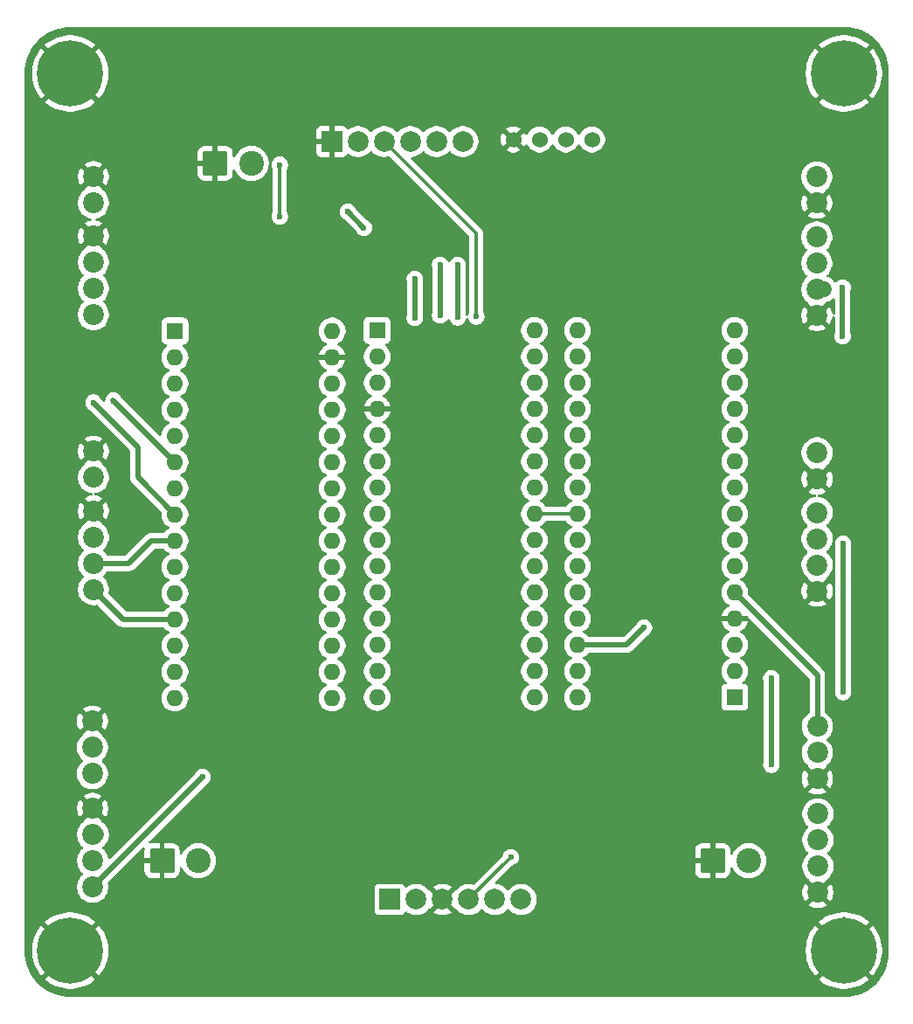
<source format=gbr>
%TF.GenerationSoftware,KiCad,Pcbnew,9.0.0-1.fc41*%
%TF.CreationDate,2025-04-20T16:26:27+02:00*%
%TF.ProjectId,main_board,6d61696e-5f62-46f6-9172-642e6b696361,v1.0*%
%TF.SameCoordinates,Original*%
%TF.FileFunction,Copper,L2,Bot*%
%TF.FilePolarity,Positive*%
%FSLAX46Y46*%
G04 Gerber Fmt 4.6, Leading zero omitted, Abs format (unit mm)*
G04 Created by KiCad (PCBNEW 9.0.0-1.fc41) date 2025-04-20 16:26:27*
%MOMM*%
%LPD*%
G01*
G04 APERTURE LIST*
G04 Aperture macros list*
%AMRoundRect*
0 Rectangle with rounded corners*
0 $1 Rounding radius*
0 $2 $3 $4 $5 $6 $7 $8 $9 X,Y pos of 4 corners*
0 Add a 4 corners polygon primitive as box body*
4,1,4,$2,$3,$4,$5,$6,$7,$8,$9,$2,$3,0*
0 Add four circle primitives for the rounded corners*
1,1,$1+$1,$2,$3*
1,1,$1+$1,$4,$5*
1,1,$1+$1,$6,$7*
1,1,$1+$1,$8,$9*
0 Add four rect primitives between the rounded corners*
20,1,$1+$1,$2,$3,$4,$5,0*
20,1,$1+$1,$4,$5,$6,$7,0*
20,1,$1+$1,$6,$7,$8,$9,0*
20,1,$1+$1,$8,$9,$2,$3,0*%
G04 Aperture macros list end*
%TA.AperFunction,ComponentPad*%
%ADD10R,2.000000X2.000000*%
%TD*%
%TA.AperFunction,ComponentPad*%
%ADD11C,2.000000*%
%TD*%
%TA.AperFunction,ComponentPad*%
%ADD12C,2.020000*%
%TD*%
%TA.AperFunction,ComponentPad*%
%ADD13RoundRect,0.250001X-0.949999X-0.949999X0.949999X-0.949999X0.949999X0.949999X-0.949999X0.949999X0*%
%TD*%
%TA.AperFunction,ComponentPad*%
%ADD14C,2.400000*%
%TD*%
%TA.AperFunction,ComponentPad*%
%ADD15C,6.400000*%
%TD*%
%TA.AperFunction,ComponentPad*%
%ADD16C,1.530000*%
%TD*%
%TA.AperFunction,ComponentPad*%
%ADD17R,1.600000X1.600000*%
%TD*%
%TA.AperFunction,ComponentPad*%
%ADD18O,1.600000X1.600000*%
%TD*%
%TA.AperFunction,ViaPad*%
%ADD19C,0.600000*%
%TD*%
%TA.AperFunction,Conductor*%
%ADD20C,0.300000*%
%TD*%
%TA.AperFunction,Conductor*%
%ADD21C,0.500000*%
%TD*%
%TA.AperFunction,Conductor*%
%ADD22C,1.500000*%
%TD*%
%TA.AperFunction,Conductor*%
%ADD23C,3.000000*%
%TD*%
G04 APERTURE END LIST*
D10*
%TO.P,J3,1*%
%TO.N,+5V*%
X142440000Y-119545000D03*
D11*
%TO.P,J3,2*%
%TO.N,unconnected-(J3-Pad2)*%
X144980000Y-119545000D03*
%TO.P,J3,3*%
%TO.N,GND*%
X147520000Y-119545000D03*
%TO.P,J3,4*%
%TO.N,SDA*%
X150060000Y-119545000D03*
%TO.P,J3,5*%
%TO.N,SCL*%
X152600000Y-119545000D03*
%TO.P,J3,6*%
%TO.N,unconnected-(J3-Pad6)*%
X155140000Y-119545000D03*
%TD*%
D12*
%TO.P,J15,1*%
%TO.N,GND*%
X183900000Y-118870000D03*
%TO.P,J15,2*%
%TO.N,+12V*%
X183900000Y-116330000D03*
%TO.P,J15,3*%
%TO.N,Net-(Slave2-D3)*%
X183900000Y-113790000D03*
%TO.P,J15,4*%
%TO.N,Net-(Slave2-D5)*%
X183900000Y-111250000D03*
%TD*%
%TO.P,J19,1*%
%TO.N,GND*%
X183820000Y-78800000D03*
%TO.P,J19,2*%
%TO.N,+5V*%
X183820000Y-76260000D03*
%TD*%
%TO.P,J2,1*%
%TO.N,GND*%
X113700000Y-76105000D03*
%TO.P,J2,2*%
%TO.N,+5V*%
X113700000Y-78645000D03*
%TD*%
D13*
%TO.P,J11,1,Pin_1*%
%TO.N,GND*%
X173700000Y-115800000D03*
D14*
%TO.P,J11,2,Pin_2*%
%TO.N,+12V*%
X177200000Y-115800000D03*
%TD*%
D12*
%TO.P,J16,1*%
%TO.N,GND*%
X183820000Y-89670000D03*
%TO.P,J16,2*%
%TO.N,+12V*%
X183820000Y-87130000D03*
%TO.P,J16,3*%
%TO.N,Net-(Slave2-D6)*%
X183820000Y-84590000D03*
%TO.P,J16,4*%
%TO.N,Net-(Slave2-D9)*%
X183820000Y-82050000D03*
%TD*%
%TO.P,J10,1*%
%TO.N,GND*%
X113700000Y-49495000D03*
%TO.P,J10,2*%
%TO.N,+5V*%
X113700000Y-52035000D03*
%TD*%
%TO.P,J17,1*%
%TO.N,GND*%
X183800000Y-62955000D03*
%TO.P,J17,2*%
%TO.N,+12V*%
X183800000Y-60415000D03*
%TO.P,J17,3*%
%TO.N,Net-(Slave2-D10)*%
X183800000Y-57875000D03*
%TO.P,J17,4*%
%TO.N,Net-(Slave2-D11)*%
X183800000Y-55335000D03*
%TD*%
D15*
%TO.P,H2,1,1*%
%TO.N,GND*%
X186423250Y-124500000D03*
%TD*%
D12*
%TO.P,J14,1*%
%TO.N,GND*%
X113620000Y-110710000D03*
%TO.P,J14,2*%
%TO.N,+12.1V*%
X113620000Y-113250000D03*
%TO.P,J14,3*%
%TO.N,Net-(Slave1-D10)*%
X113620000Y-115790000D03*
%TO.P,J14,4*%
%TO.N,Net-(Slave1-D11)*%
X113620000Y-118330000D03*
%TD*%
%TO.P,J20,1*%
%TO.N,GND*%
X183800000Y-52060000D03*
%TO.P,J20,2*%
%TO.N,+5V*%
X183800000Y-49520000D03*
%TD*%
D13*
%TO.P,J1,1,Pin_1*%
%TO.N,GND*%
X120350000Y-115800000D03*
D14*
%TO.P,J1,2,Pin_2*%
%TO.N,+12.1V*%
X123850000Y-115800000D03*
%TD*%
D12*
%TO.P,J22,1*%
%TO.N,GND*%
X183850000Y-107850000D03*
%TO.P,J22,2*%
%TO.N,+5V*%
X183850000Y-105310000D03*
%TO.P,J22,3*%
%TO.N,n2D2*%
X183850000Y-102770000D03*
%TD*%
D13*
%TO.P,J18,1,Pin_1*%
%TO.N,GND*%
X125500000Y-48200000D03*
D14*
%TO.P,J18,2,Pin_2*%
%TO.N,+5V*%
X129000000Y-48200000D03*
%TD*%
D12*
%TO.P,J12,1*%
%TO.N,GND*%
X113700000Y-55245000D03*
%TO.P,J12,2*%
%TO.N,+12.1V*%
X113700000Y-57785000D03*
%TO.P,J12,3*%
%TO.N,Net-(Slave1-D3)*%
X113700000Y-60325000D03*
%TO.P,J12,4*%
%TO.N,Net-(Slave1-D5)*%
X113700000Y-62865000D03*
%TD*%
D16*
%TO.P,U1,1,VCC*%
%TO.N,+5V*%
X162010000Y-45900000D03*
%TO.P,U1,2,TRIG*%
%TO.N,Net-(Master1-D3)*%
X159470000Y-45900000D03*
%TO.P,U1,3,ECHO*%
%TO.N,Net-(Master1-D2)*%
X156930000Y-45900000D03*
%TO.P,U1,4,GND*%
%TO.N,GND*%
X154390000Y-45900000D03*
%TD*%
D10*
%TO.P,J5,1*%
%TO.N,GND*%
X136800000Y-46100000D03*
D11*
%TO.P,J5,2*%
%TO.N,Net-(U2-Y)*%
X139340000Y-46100000D03*
%TO.P,J5,3*%
%TO.N,SCL*%
X141880000Y-46100000D03*
%TO.P,J5,4*%
%TO.N,SDA*%
X144420000Y-46100000D03*
%TO.P,J5,5*%
%TO.N,+5V*%
X146960000Y-46100000D03*
%TO.P,J5,6*%
%TO.N,unconnected-(J5-Pad6)*%
X149500000Y-46100000D03*
%TD*%
D15*
%TO.P,H1,1,1*%
%TO.N,GND*%
X111436750Y-124500000D03*
%TD*%
D17*
%TO.P,Slave2,1,D1/TX*%
%TO.N,unconnected-(Slave2-D1{slash}TX-Pad1)*%
X175840000Y-99950000D03*
D18*
%TO.P,Slave2,2,D0/RX*%
%TO.N,unconnected-(Slave2-D0{slash}RX-Pad2)*%
X175840000Y-97410000D03*
%TO.P,Slave2,3,~{RESET}*%
%TO.N,unconnected-(Slave2-~{RESET}-Pad3)*%
X175840000Y-94870000D03*
%TO.P,Slave2,4,GND*%
%TO.N,GND*%
X175840000Y-92330000D03*
%TO.P,Slave2,5,D2*%
%TO.N,n2D2*%
X175840000Y-89790000D03*
%TO.P,Slave2,6,D3*%
%TO.N,Net-(Slave2-D3)*%
X175840000Y-87250000D03*
%TO.P,Slave2,7,D4*%
%TO.N,unconnected-(Slave2-D4-Pad7)*%
X175840000Y-84710000D03*
%TO.P,Slave2,8,D5*%
%TO.N,Net-(Slave2-D5)*%
X175840000Y-82170000D03*
%TO.P,Slave2,9,D6*%
%TO.N,Net-(Slave2-D6)*%
X175840000Y-79630000D03*
%TO.P,Slave2,10,D7*%
%TO.N,unconnected-(Slave2-D7-Pad10)*%
X175840000Y-77090000D03*
%TO.P,Slave2,11,D8*%
%TO.N,unconnected-(Slave2-D8-Pad11)*%
X175840000Y-74550000D03*
%TO.P,Slave2,12,D9*%
%TO.N,Net-(Slave2-D9)*%
X175840000Y-72010000D03*
%TO.P,Slave2,13,D10*%
%TO.N,Net-(Slave2-D10)*%
X175840000Y-69470000D03*
%TO.P,Slave2,14,D11*%
%TO.N,Net-(Slave2-D11)*%
X175840000Y-66930000D03*
%TO.P,Slave2,15,D12*%
%TO.N,unconnected-(Slave2-D12-Pad15)*%
X175840000Y-64390000D03*
%TO.P,Slave2,16,D13*%
%TO.N,unconnected-(Slave2-D13-Pad16)*%
X160600000Y-64390000D03*
%TO.P,Slave2,17,3V3*%
%TO.N,unconnected-(Slave2-3V3-Pad17)*%
X160600000Y-66930000D03*
%TO.P,Slave2,18,AREF*%
%TO.N,unconnected-(Slave2-AREF-Pad18)*%
X160600000Y-69470000D03*
%TO.P,Slave2,19,A0*%
%TO.N,unconnected-(Slave2-A0-Pad19)*%
X160600000Y-72010000D03*
%TO.P,Slave2,20,A1*%
%TO.N,unconnected-(Slave2-A1-Pad20)*%
X160600000Y-74550000D03*
%TO.P,Slave2,21,A2*%
%TO.N,unconnected-(Slave2-A2-Pad21)*%
X160600000Y-77090000D03*
%TO.P,Slave2,22,A3*%
%TO.N,unconnected-(Slave2-A3-Pad22)*%
X160600000Y-79630000D03*
%TO.P,Slave2,23,A4*%
%TO.N,SDA*%
X160600000Y-82170000D03*
%TO.P,Slave2,24,A5*%
%TO.N,SCL*%
X160600000Y-84710000D03*
%TO.P,Slave2,25,A6*%
%TO.N,unconnected-(Slave2-A6-Pad25)*%
X160600000Y-87250000D03*
%TO.P,Slave2,26,A7*%
%TO.N,unconnected-(Slave2-A7-Pad26)*%
X160600000Y-89790000D03*
%TO.P,Slave2,27,+5V*%
%TO.N,unconnected-(Slave2-+5V-Pad27)*%
X160600000Y-92330000D03*
%TO.P,Slave2,28,~{RESET}*%
%TO.N,reset*%
X160600000Y-94870000D03*
%TO.P,Slave2,29,GND*%
%TO.N,unconnected-(Slave2-GND-Pad29)*%
X160600000Y-97410000D03*
%TO.P,Slave2,30,VIN*%
%TO.N,+5V*%
X160600000Y-99950000D03*
%TD*%
D15*
%TO.P,H4,1,1*%
%TO.N,GND*%
X186423250Y-39500000D03*
%TD*%
D17*
%TO.P,Master1,1,D1/TX*%
%TO.N,unconnected-(Master1-D1{slash}TX-Pad1)*%
X141200000Y-64400000D03*
D18*
%TO.P,Master1,2,D0/RX*%
%TO.N,unconnected-(Master1-D0{slash}RX-Pad2)*%
X141200000Y-66940000D03*
%TO.P,Master1,3,~{RESET}*%
%TO.N,reset*%
X141200000Y-69480000D03*
%TO.P,Master1,4,GND*%
%TO.N,GND*%
X141200000Y-72020000D03*
%TO.P,Master1,5,D2*%
%TO.N,Net-(Master1-D2)*%
X141200000Y-74560000D03*
%TO.P,Master1,6,D3*%
%TO.N,Net-(Master1-D3)*%
X141200000Y-77100000D03*
%TO.P,Master1,7,D4*%
%TO.N,unconnected-(Master1-D4-Pad7)*%
X141200000Y-79640000D03*
%TO.P,Master1,8,D5*%
%TO.N,unconnected-(Master1-D5-Pad8)*%
X141200000Y-82180000D03*
%TO.P,Master1,9,D6*%
%TO.N,unconnected-(Master1-D6-Pad9)*%
X141200000Y-84720000D03*
%TO.P,Master1,10,D7*%
%TO.N,unconnected-(Master1-D7-Pad10)*%
X141200000Y-87260000D03*
%TO.P,Master1,11,D8*%
%TO.N,unconnected-(Master1-D8-Pad11)*%
X141200000Y-89800000D03*
%TO.P,Master1,12,D9*%
%TO.N,unconnected-(Master1-D9-Pad12)*%
X141200000Y-92340000D03*
%TO.P,Master1,13,D10*%
%TO.N,unconnected-(Master1-D10-Pad13)*%
X141200000Y-94880000D03*
%TO.P,Master1,14,D11*%
%TO.N,unconnected-(Master1-D11-Pad14)*%
X141200000Y-97420000D03*
%TO.P,Master1,15,D12*%
%TO.N,unconnected-(Master1-D12-Pad15)*%
X141200000Y-99960000D03*
%TO.P,Master1,16,D13*%
%TO.N,unconnected-(Master1-D13-Pad16)*%
X156440000Y-99960000D03*
%TO.P,Master1,17,3V3*%
%TO.N,unconnected-(Master1-3V3-Pad17)*%
X156440000Y-97420000D03*
%TO.P,Master1,18,AREF*%
%TO.N,unconnected-(Master1-AREF-Pad18)*%
X156440000Y-94880000D03*
%TO.P,Master1,19,A0*%
%TO.N,unconnected-(Master1-A0-Pad19)*%
X156440000Y-92340000D03*
%TO.P,Master1,20,A1*%
%TO.N,unconnected-(Master1-A1-Pad20)*%
X156440000Y-89800000D03*
%TO.P,Master1,21,A2*%
%TO.N,unconnected-(Master1-A2-Pad21)*%
X156440000Y-87260000D03*
%TO.P,Master1,22,A3*%
%TO.N,unconnected-(Master1-A3-Pad22)*%
X156440000Y-84720000D03*
%TO.P,Master1,23,A4*%
%TO.N,SDA*%
X156440000Y-82180000D03*
%TO.P,Master1,24,A5*%
%TO.N,SCL*%
X156440000Y-79640000D03*
%TO.P,Master1,25,A6*%
%TO.N,unconnected-(Master1-A6-Pad25)*%
X156440000Y-77100000D03*
%TO.P,Master1,26,A7*%
%TO.N,unconnected-(Master1-A7-Pad26)*%
X156440000Y-74560000D03*
%TO.P,Master1,27,+5V*%
%TO.N,unconnected-(Master1-+5V-Pad27)*%
X156440000Y-72020000D03*
%TO.P,Master1,28,~{RESET}*%
%TO.N,unconnected-(Master1-~{RESET}-Pad28)*%
X156440000Y-69480000D03*
%TO.P,Master1,29,GND*%
%TO.N,unconnected-(Master1-GND-Pad29)*%
X156440000Y-66940000D03*
%TO.P,Master1,30,VIN*%
%TO.N,+5V*%
X156440000Y-64400000D03*
%TD*%
D17*
%TO.P,Slave1,1,D1/TX*%
%TO.N,unconnected-(Slave1-D1{slash}TX-Pad1)*%
X121595000Y-64455000D03*
D18*
%TO.P,Slave1,2,D0/RX*%
%TO.N,unconnected-(Slave1-D0{slash}RX-Pad2)*%
X121595000Y-66995000D03*
%TO.P,Slave1,3,~{RESET}*%
%TO.N,unconnected-(Slave1-~{RESET}-Pad3)*%
X121595000Y-69535000D03*
%TO.P,Slave1,4,GND*%
%TO.N,unconnected-(Slave1-GND-Pad4)*%
X121595000Y-72075000D03*
%TO.P,Slave1,5,D2*%
%TO.N,n1D2*%
X121595000Y-74615000D03*
%TO.P,Slave1,6,D3*%
%TO.N,Net-(Slave1-D3)*%
X121595000Y-77155000D03*
%TO.P,Slave1,7,D4*%
%TO.N,unconnected-(Slave1-D4-Pad7)*%
X121595000Y-79695000D03*
%TO.P,Slave1,8,D5*%
%TO.N,Net-(Slave1-D5)*%
X121595000Y-82235000D03*
%TO.P,Slave1,9,D6*%
%TO.N,Net-(Slave1-D6)*%
X121595000Y-84775000D03*
%TO.P,Slave1,10,D7*%
%TO.N,unconnected-(Slave1-D7-Pad10)*%
X121595000Y-87315000D03*
%TO.P,Slave1,11,D8*%
%TO.N,unconnected-(Slave1-D8-Pad11)*%
X121595000Y-89855000D03*
%TO.P,Slave1,12,D9*%
%TO.N,Net-(Slave1-D9)*%
X121595000Y-92395000D03*
%TO.P,Slave1,13,D10*%
%TO.N,Net-(Slave1-D10)*%
X121595000Y-94935000D03*
%TO.P,Slave1,14,D11*%
%TO.N,Net-(Slave1-D11)*%
X121595000Y-97475000D03*
%TO.P,Slave1,15,D12*%
%TO.N,unconnected-(Slave1-D12-Pad15)*%
X121595000Y-100015000D03*
%TO.P,Slave1,16,D13*%
%TO.N,unconnected-(Slave1-D13-Pad16)*%
X136835000Y-100015000D03*
%TO.P,Slave1,17,3V3*%
%TO.N,unconnected-(Slave1-3V3-Pad17)*%
X136835000Y-97475000D03*
%TO.P,Slave1,18,AREF*%
%TO.N,unconnected-(Slave1-AREF-Pad18)*%
X136835000Y-94935000D03*
%TO.P,Slave1,19,A0*%
%TO.N,unconnected-(Slave1-A0-Pad19)*%
X136835000Y-92395000D03*
%TO.P,Slave1,20,A1*%
%TO.N,unconnected-(Slave1-A1-Pad20)*%
X136835000Y-89855000D03*
%TO.P,Slave1,21,A2*%
%TO.N,unconnected-(Slave1-A2-Pad21)*%
X136835000Y-87315000D03*
%TO.P,Slave1,22,A3*%
%TO.N,unconnected-(Slave1-A3-Pad22)*%
X136835000Y-84775000D03*
%TO.P,Slave1,23,A4*%
%TO.N,SDA*%
X136835000Y-82235000D03*
%TO.P,Slave1,24,A5*%
%TO.N,SCL*%
X136835000Y-79695000D03*
%TO.P,Slave1,25,A6*%
%TO.N,unconnected-(Slave1-A6-Pad25)*%
X136835000Y-77155000D03*
%TO.P,Slave1,26,A7*%
%TO.N,unconnected-(Slave1-A7-Pad26)*%
X136835000Y-74615000D03*
%TO.P,Slave1,27,+5V*%
%TO.N,unconnected-(Slave1-+5V-Pad27)*%
X136835000Y-72075000D03*
%TO.P,Slave1,28,~{RESET}*%
%TO.N,reset*%
X136835000Y-69535000D03*
%TO.P,Slave1,29,GND*%
%TO.N,GND*%
X136835000Y-66995000D03*
%TO.P,Slave1,30,VIN*%
%TO.N,+5V*%
X136835000Y-64455000D03*
%TD*%
D12*
%TO.P,J13,1*%
%TO.N,GND*%
X113700000Y-81895000D03*
%TO.P,J13,2*%
%TO.N,+12.1V*%
X113700000Y-84435000D03*
%TO.P,J13,3*%
%TO.N,Net-(Slave1-D6)*%
X113700000Y-86975000D03*
%TO.P,J13,4*%
%TO.N,Net-(Slave1-D9)*%
X113700000Y-89515000D03*
%TD*%
%TO.P,J21,1*%
%TO.N,GND*%
X113600000Y-102270000D03*
%TO.P,J21,2*%
%TO.N,+5V*%
X113600000Y-104810000D03*
%TO.P,J21,3*%
%TO.N,n1D2*%
X113600000Y-107350000D03*
%TD*%
D15*
%TO.P,H3,1,1*%
%TO.N,GND*%
X111436750Y-39500000D03*
%TD*%
D19*
%TO.N,SDA*%
X131750000Y-48350000D03*
X154150000Y-115450000D03*
X131750000Y-53350000D03*
%TO.N,+5V*%
X186350000Y-99450000D03*
X186300000Y-60250000D03*
X186350000Y-85050000D03*
X186300000Y-64950000D03*
%TO.N,reset*%
X138350000Y-52900000D03*
X144850000Y-59400000D03*
X144850000Y-63200000D03*
X167050000Y-93200000D03*
X139900000Y-54450000D03*
%TO.N,GND*%
X107900000Y-107875000D03*
X148825000Y-77275000D03*
X148575000Y-103775000D03*
X140000000Y-51900000D03*
X158575000Y-73300000D03*
X176750000Y-126625000D03*
X133925000Y-59150000D03*
X162325000Y-77125000D03*
X144850000Y-81900000D03*
X122275000Y-122975000D03*
X144825000Y-90375000D03*
X185275000Y-117625000D03*
X165475000Y-105050000D03*
X148750000Y-94000000D03*
X126950000Y-96950000D03*
X189575000Y-109550000D03*
X185250000Y-80400000D03*
X132900000Y-81825000D03*
X130550000Y-108800000D03*
X165725000Y-115950000D03*
X162375000Y-51325000D03*
X140425000Y-58725000D03*
X147825000Y-121700000D03*
X120925000Y-56825000D03*
X108250000Y-98075000D03*
X145375000Y-42550000D03*
X139300000Y-115325000D03*
X143500000Y-65125000D03*
X173575000Y-36925000D03*
X145500000Y-127100000D03*
X165475000Y-126500000D03*
X143700000Y-107800000D03*
X119975000Y-47100000D03*
X133750000Y-127225000D03*
X170725000Y-75775000D03*
X120100000Y-37500000D03*
X111175000Y-113975000D03*
X141600000Y-37250000D03*
X108625000Y-59825000D03*
X148525000Y-111200000D03*
X148775000Y-85750000D03*
X138950000Y-65675000D03*
X178175000Y-77825000D03*
X162575000Y-36975000D03*
X133750000Y-70200000D03*
X180050000Y-112350000D03*
X170625000Y-66025000D03*
X126550000Y-67875000D03*
X115350000Y-88300000D03*
X114150000Y-97950000D03*
X180050000Y-65850000D03*
X108500000Y-69750000D03*
X130875000Y-37225000D03*
X176750000Y-49125000D03*
X171200000Y-44225000D03*
X185300000Y-100900000D03*
X127325000Y-88900000D03*
X108125000Y-119150000D03*
X126625000Y-56500000D03*
X174775000Y-58750000D03*
X108375000Y-89500000D03*
X186300000Y-76200000D03*
X123075000Y-127600000D03*
X155925000Y-127100000D03*
X153475000Y-70050000D03*
X180025000Y-84725000D03*
X182250000Y-71975000D03*
X151650000Y-37275000D03*
X110300000Y-46975000D03*
X173475000Y-109850000D03*
X108250000Y-80675000D03*
%TO.N,SCL*%
X150800000Y-63050000D03*
%TO.N,Net-(Slave2-D3)*%
X179400000Y-98100000D03*
X179400000Y-106500000D03*
%TO.N,Net-(Master1-D2)*%
X147300000Y-58050000D03*
X147300000Y-62950000D03*
%TO.N,Net-(Master1-D3)*%
X149000000Y-58050000D03*
X149000000Y-63150000D03*
%TO.N,Net-(Slave1-D3)*%
X115645000Y-71205000D03*
%TO.N,Net-(Slave1-D5)*%
X113700000Y-71400000D03*
%TO.N,Net-(Slave1-D11)*%
X124275000Y-107675000D03*
%TD*%
D20*
%TO.N,SDA*%
X156440000Y-82180000D02*
X160590000Y-82180000D01*
X131750000Y-48350000D02*
X131750000Y-53350000D01*
X154150000Y-115455000D02*
X150060000Y-119545000D01*
X154150000Y-115450000D02*
X154150000Y-115455000D01*
X160590000Y-82180000D02*
X160600000Y-82170000D01*
D21*
%TO.N,+5V*%
X186300000Y-60250000D02*
X186300000Y-64950000D01*
X186350000Y-99450000D02*
X186350000Y-85050000D01*
D22*
X142440000Y-119764131D02*
X142440000Y-119545000D01*
D21*
%TO.N,reset*%
X165380000Y-94870000D02*
X167050000Y-93200000D01*
X160600000Y-94870000D02*
X165380000Y-94870000D01*
X139900000Y-54450000D02*
X138350000Y-52900000D01*
X144850000Y-63200000D02*
X144850000Y-59400000D01*
D22*
%TO.N,GND*%
X147520000Y-119545000D02*
X147520000Y-119325869D01*
X136749000Y-46049000D02*
X136800000Y-46100000D01*
D23*
X110650000Y-40286750D02*
X111436750Y-39500000D01*
D20*
X136800000Y-46200000D02*
X136800000Y-46100000D01*
X186423250Y-124500000D02*
X186423250Y-121393250D01*
X120136750Y-115800000D02*
X120350000Y-115800000D01*
%TO.N,SCL*%
X150800000Y-63050000D02*
X150800000Y-55020000D01*
X150800000Y-55020000D02*
X141880000Y-46100000D01*
D21*
%TO.N,n2D2*%
X183850000Y-102770000D02*
X183850000Y-97800000D01*
X183850000Y-97800000D02*
X175840000Y-89790000D01*
D22*
%TO.N,+12V*%
X183800000Y-60415000D02*
X184464000Y-60415000D01*
%TO.N,+12.1V*%
X113620000Y-113250000D02*
X113950000Y-113250000D01*
D21*
%TO.N,Net-(Slave2-D3)*%
X179400000Y-98100000D02*
X179400000Y-106500000D01*
%TO.N,Net-(Master1-D2)*%
X147300000Y-62950000D02*
X147300000Y-58050000D01*
%TO.N,Net-(Master1-D3)*%
X149000000Y-63150000D02*
X149000000Y-58050000D01*
%TO.N,Net-(Slave1-D3)*%
X115645000Y-71205000D02*
X115600000Y-71160000D01*
X121595000Y-77155000D02*
X115645000Y-71205000D01*
%TO.N,Net-(Slave1-D5)*%
X118000000Y-78640000D02*
X118000000Y-75700000D01*
X121595000Y-82235000D02*
X118000000Y-78640000D01*
X118000000Y-75700000D02*
X113700000Y-71400000D01*
%TO.N,Net-(Slave1-D6)*%
X117125000Y-86975000D02*
X119325000Y-84775000D01*
X113700000Y-86975000D02*
X117125000Y-86975000D01*
X119325000Y-84775000D02*
X121595000Y-84775000D01*
%TO.N,Net-(Slave1-D9)*%
X116580000Y-92395000D02*
X121595000Y-92395000D01*
X113700000Y-89515000D02*
X116580000Y-92395000D01*
%TO.N,Net-(Slave1-D11)*%
X124275000Y-107675000D02*
X124300000Y-107650000D01*
X113620000Y-118330000D02*
X124275000Y-107675000D01*
%TD*%
%TA.AperFunction,Conductor*%
%TO.N,GND*%
G36*
X120536621Y-85545185D02*
G01*
X120569900Y-85576615D01*
X120603028Y-85622212D01*
X120603032Y-85622217D01*
X120747786Y-85766971D01*
X120875832Y-85860000D01*
X120913390Y-85887287D01*
X120968212Y-85915220D01*
X121006080Y-85934515D01*
X121056876Y-85982490D01*
X121073671Y-86050311D01*
X121051134Y-86116446D01*
X121006080Y-86155485D01*
X120913386Y-86202715D01*
X120747786Y-86323028D01*
X120603028Y-86467786D01*
X120482715Y-86633386D01*
X120389781Y-86815776D01*
X120326522Y-87010465D01*
X120294500Y-87212648D01*
X120294500Y-87417351D01*
X120326522Y-87619534D01*
X120389781Y-87814223D01*
X120444532Y-87921675D01*
X120463563Y-87959027D01*
X120482715Y-87996613D01*
X120603028Y-88162213D01*
X120747786Y-88306971D01*
X120888929Y-88409515D01*
X120913390Y-88427287D01*
X120968212Y-88455220D01*
X121006080Y-88474515D01*
X121056876Y-88522490D01*
X121073671Y-88590311D01*
X121051134Y-88656446D01*
X121006080Y-88695485D01*
X120913386Y-88742715D01*
X120747786Y-88863028D01*
X120603028Y-89007786D01*
X120482715Y-89173386D01*
X120389781Y-89355776D01*
X120326522Y-89550465D01*
X120294500Y-89752648D01*
X120294500Y-89957351D01*
X120326522Y-90159534D01*
X120389781Y-90354223D01*
X120449594Y-90471610D01*
X120463563Y-90499027D01*
X120482715Y-90536613D01*
X120603028Y-90702213D01*
X120747786Y-90846971D01*
X120841195Y-90914835D01*
X120913390Y-90967287D01*
X120987838Y-91005220D01*
X121006080Y-91014515D01*
X121056876Y-91062490D01*
X121073671Y-91130311D01*
X121051134Y-91196446D01*
X121006080Y-91235485D01*
X120913386Y-91282715D01*
X120747786Y-91403028D01*
X120603032Y-91547782D01*
X120603028Y-91547787D01*
X120569900Y-91593385D01*
X120514571Y-91636051D01*
X120469582Y-91644500D01*
X116942230Y-91644500D01*
X116875191Y-91624815D01*
X116854549Y-91608181D01*
X115210021Y-89963653D01*
X115176536Y-89902330D01*
X115175229Y-89856574D01*
X115210500Y-89633884D01*
X115210500Y-89396115D01*
X115175223Y-89173390D01*
X115173307Y-89161290D01*
X115099835Y-88935169D01*
X114991896Y-88723325D01*
X114852145Y-88530975D01*
X114684025Y-88362855D01*
X114659884Y-88345315D01*
X114617221Y-88289989D01*
X114611242Y-88220376D01*
X114643847Y-88158580D01*
X114659877Y-88144689D01*
X114684025Y-88127145D01*
X114852145Y-87959025D01*
X114984675Y-87776614D01*
X115040005Y-87733949D01*
X115084993Y-87725500D01*
X117198920Y-87725500D01*
X117296462Y-87706096D01*
X117343913Y-87696658D01*
X117480495Y-87640084D01*
X117530256Y-87606835D01*
X117530256Y-87606834D01*
X117530258Y-87606834D01*
X117593565Y-87564534D01*
X117603416Y-87557952D01*
X119599549Y-85561819D01*
X119660872Y-85528334D01*
X119687230Y-85525500D01*
X120469582Y-85525500D01*
X120536621Y-85545185D01*
G37*
%TD.AperFunction*%
%TA.AperFunction,Conductor*%
G36*
X185468834Y-61281154D02*
G01*
X185524767Y-61323026D01*
X185549184Y-61388490D01*
X185549500Y-61397336D01*
X185549500Y-62772731D01*
X185529815Y-62839770D01*
X185477011Y-62885525D01*
X185407853Y-62895469D01*
X185344297Y-62866444D01*
X185306523Y-62807666D01*
X185303027Y-62792129D01*
X185272818Y-62601406D01*
X185272818Y-62601403D01*
X185199370Y-62375358D01*
X185091471Y-62163595D01*
X185091463Y-62163582D01*
X185029818Y-62078735D01*
X185029817Y-62078734D01*
X184291128Y-62817424D01*
X184275245Y-62758147D01*
X184208102Y-62641853D01*
X184113147Y-62546898D01*
X183996853Y-62479755D01*
X183937574Y-62463871D01*
X184688969Y-61712476D01*
X184693362Y-61691565D01*
X184742412Y-61641807D01*
X184764291Y-61632283D01*
X184944025Y-61573884D01*
X185119405Y-61484524D01*
X185278646Y-61368828D01*
X185337819Y-61309655D01*
X185399142Y-61276170D01*
X185468834Y-61281154D01*
G37*
%TD.AperFunction*%
%TA.AperFunction,Conductor*%
G36*
X186502855Y-35000632D02*
G01*
X186886377Y-35018363D01*
X186897767Y-35019419D01*
X187275176Y-35072065D01*
X187286420Y-35074167D01*
X187657360Y-35161411D01*
X187668350Y-35164538D01*
X188029678Y-35285643D01*
X188040332Y-35289771D01*
X188388930Y-35443692D01*
X188399157Y-35448784D01*
X188658518Y-35593247D01*
X188732060Y-35634210D01*
X188741798Y-35640239D01*
X189053420Y-35853705D01*
X189056171Y-35855589D01*
X189065308Y-35862490D01*
X189294951Y-36053183D01*
X189358459Y-36105919D01*
X189366923Y-36113635D01*
X189636364Y-36383076D01*
X189644080Y-36391540D01*
X189887507Y-36684688D01*
X189894410Y-36693828D01*
X190109760Y-37008201D01*
X190115789Y-37017939D01*
X190301208Y-37350829D01*
X190306313Y-37361082D01*
X190460223Y-37709654D01*
X190464361Y-37720334D01*
X190585457Y-38081636D01*
X190588591Y-38092652D01*
X190675830Y-38463571D01*
X190677935Y-38474830D01*
X190730579Y-38852225D01*
X190731636Y-38863629D01*
X190749368Y-39247144D01*
X190749500Y-39252871D01*
X190749500Y-124747128D01*
X190749368Y-124752855D01*
X190731636Y-125136370D01*
X190730579Y-125147774D01*
X190677935Y-125525169D01*
X190675830Y-125536428D01*
X190588591Y-125907347D01*
X190585457Y-125918363D01*
X190464361Y-126279665D01*
X190460223Y-126290345D01*
X190306313Y-126638917D01*
X190301208Y-126649170D01*
X190115789Y-126982060D01*
X190109760Y-126991798D01*
X189894410Y-127306171D01*
X189887507Y-127315311D01*
X189644080Y-127608459D01*
X189636364Y-127616923D01*
X189366923Y-127886364D01*
X189358459Y-127894080D01*
X189065311Y-128137507D01*
X189056171Y-128144410D01*
X188741798Y-128359760D01*
X188732060Y-128365789D01*
X188399170Y-128551208D01*
X188388917Y-128556313D01*
X188040345Y-128710223D01*
X188029665Y-128714361D01*
X187668363Y-128835457D01*
X187657347Y-128838591D01*
X187286428Y-128925830D01*
X187275169Y-128927935D01*
X186897774Y-128980579D01*
X186886370Y-128981636D01*
X186502855Y-128999368D01*
X186497128Y-128999500D01*
X111502706Y-128999500D01*
X111497297Y-128999382D01*
X111496976Y-128999368D01*
X111369281Y-128993792D01*
X111113249Y-128982614D01*
X111102473Y-128981671D01*
X110724042Y-128931849D01*
X110713389Y-128929971D01*
X110340727Y-128847354D01*
X110330278Y-128844554D01*
X109966244Y-128729775D01*
X109956078Y-128726075D01*
X109603427Y-128580002D01*
X109593623Y-128575430D01*
X109255057Y-128399183D01*
X109245689Y-128393775D01*
X108923755Y-128188681D01*
X108914894Y-128182476D01*
X108612069Y-127950110D01*
X108603782Y-127943156D01*
X108322364Y-127685284D01*
X108314715Y-127677635D01*
X108056843Y-127396217D01*
X108049889Y-127387930D01*
X107993921Y-127314991D01*
X107817523Y-127085105D01*
X107811318Y-127076244D01*
X107606224Y-126754310D01*
X107600816Y-126744942D01*
X107424566Y-126406369D01*
X107419997Y-126396572D01*
X107273920Y-126043911D01*
X107270224Y-126033755D01*
X107155442Y-125669710D01*
X107152648Y-125659284D01*
X107070025Y-125286597D01*
X107068152Y-125275971D01*
X107018326Y-124897506D01*
X107017386Y-124886771D01*
X107000618Y-124502702D01*
X107000500Y-124497293D01*
X107000500Y-124318234D01*
X107736750Y-124318234D01*
X107736750Y-124681765D01*
X107772382Y-125043556D01*
X107843300Y-125400090D01*
X107843303Y-125400101D01*
X107948836Y-125747997D01*
X108087957Y-126083864D01*
X108087959Y-126083869D01*
X108259320Y-126404462D01*
X108259331Y-126404480D01*
X108461301Y-126706750D01*
X108648428Y-126934765D01*
X108648429Y-126934766D01*
X110142497Y-125440697D01*
X110216338Y-125542330D01*
X110394420Y-125720412D01*
X110496051Y-125794251D01*
X109001982Y-127288319D01*
X109001983Y-127288320D01*
X109229999Y-127475448D01*
X109532269Y-127677418D01*
X109532287Y-127677429D01*
X109852880Y-127848790D01*
X109852885Y-127848792D01*
X110188752Y-127987913D01*
X110536648Y-128093446D01*
X110536659Y-128093449D01*
X110893193Y-128164367D01*
X111254984Y-128200000D01*
X111618516Y-128200000D01*
X111980306Y-128164367D01*
X112336840Y-128093449D01*
X112336851Y-128093446D01*
X112684747Y-127987913D01*
X113020614Y-127848792D01*
X113020619Y-127848790D01*
X113341212Y-127677429D01*
X113341230Y-127677418D01*
X113643486Y-127475457D01*
X113643500Y-127475447D01*
X113871515Y-127288320D01*
X113871516Y-127288319D01*
X112377448Y-125794251D01*
X112479080Y-125720412D01*
X112657162Y-125542330D01*
X112731001Y-125440698D01*
X114225069Y-126934766D01*
X114225070Y-126934765D01*
X114412197Y-126706750D01*
X114412207Y-126706736D01*
X114614168Y-126404480D01*
X114614179Y-126404462D01*
X114785540Y-126083869D01*
X114785542Y-126083864D01*
X114924663Y-125747997D01*
X115030196Y-125400101D01*
X115030199Y-125400090D01*
X115101117Y-125043556D01*
X115136750Y-124681765D01*
X115136750Y-124318234D01*
X182723250Y-124318234D01*
X182723250Y-124681765D01*
X182758882Y-125043556D01*
X182829800Y-125400090D01*
X182829803Y-125400101D01*
X182935336Y-125747997D01*
X183074457Y-126083864D01*
X183074459Y-126083869D01*
X183245820Y-126404462D01*
X183245831Y-126404480D01*
X183447801Y-126706750D01*
X183634928Y-126934765D01*
X183634929Y-126934766D01*
X185128997Y-125440697D01*
X185202838Y-125542330D01*
X185380920Y-125720412D01*
X185482551Y-125794251D01*
X183988482Y-127288319D01*
X183988483Y-127288320D01*
X184216499Y-127475448D01*
X184518769Y-127677418D01*
X184518787Y-127677429D01*
X184839380Y-127848790D01*
X184839385Y-127848792D01*
X185175252Y-127987913D01*
X185523148Y-128093446D01*
X185523159Y-128093449D01*
X185879693Y-128164367D01*
X186241484Y-128200000D01*
X186605016Y-128200000D01*
X186966806Y-128164367D01*
X187323340Y-128093449D01*
X187323351Y-128093446D01*
X187671247Y-127987913D01*
X188007114Y-127848792D01*
X188007119Y-127848790D01*
X188327712Y-127677429D01*
X188327730Y-127677418D01*
X188629986Y-127475457D01*
X188630000Y-127475447D01*
X188858015Y-127288320D01*
X188858016Y-127288319D01*
X187363948Y-125794251D01*
X187465580Y-125720412D01*
X187643662Y-125542330D01*
X187717501Y-125440698D01*
X189211569Y-126934766D01*
X189211570Y-126934765D01*
X189398697Y-126706750D01*
X189398707Y-126706736D01*
X189600668Y-126404480D01*
X189600679Y-126404462D01*
X189772040Y-126083869D01*
X189772042Y-126083864D01*
X189911163Y-125747997D01*
X190016696Y-125400101D01*
X190016699Y-125400090D01*
X190087617Y-125043556D01*
X190123250Y-124681765D01*
X190123250Y-124318234D01*
X190087617Y-123956443D01*
X190016699Y-123599909D01*
X190016696Y-123599898D01*
X189911163Y-123252002D01*
X189772042Y-122916135D01*
X189772040Y-122916130D01*
X189600679Y-122595537D01*
X189600668Y-122595519D01*
X189398698Y-122293249D01*
X189211570Y-122065233D01*
X189211569Y-122065232D01*
X187717501Y-123559300D01*
X187643662Y-123457670D01*
X187465580Y-123279588D01*
X187363948Y-123205748D01*
X188858016Y-121711679D01*
X188858015Y-121711678D01*
X188630000Y-121524551D01*
X188327730Y-121322581D01*
X188327712Y-121322570D01*
X188007119Y-121151209D01*
X188007114Y-121151207D01*
X187671247Y-121012086D01*
X187323351Y-120906553D01*
X187323340Y-120906550D01*
X186966806Y-120835632D01*
X186605016Y-120800000D01*
X186241484Y-120800000D01*
X185879693Y-120835632D01*
X185523159Y-120906550D01*
X185523148Y-120906553D01*
X185175252Y-121012086D01*
X184839385Y-121151207D01*
X184839380Y-121151209D01*
X184518787Y-121322570D01*
X184518769Y-121322581D01*
X184216508Y-121524545D01*
X184216504Y-121524548D01*
X183988483Y-121711679D01*
X183988483Y-121711680D01*
X185482551Y-123205748D01*
X185380920Y-123279588D01*
X185202838Y-123457670D01*
X185128998Y-123559301D01*
X183634930Y-122065233D01*
X183634929Y-122065233D01*
X183447798Y-122293254D01*
X183447795Y-122293258D01*
X183245831Y-122595519D01*
X183245820Y-122595537D01*
X183074459Y-122916130D01*
X183074457Y-122916135D01*
X182935336Y-123252002D01*
X182829803Y-123599898D01*
X182829800Y-123599909D01*
X182758882Y-123956443D01*
X182723250Y-124318234D01*
X115136750Y-124318234D01*
X115101117Y-123956443D01*
X115030199Y-123599909D01*
X115030196Y-123599898D01*
X114924663Y-123252002D01*
X114785542Y-122916135D01*
X114785540Y-122916130D01*
X114614179Y-122595537D01*
X114614168Y-122595519D01*
X114412198Y-122293249D01*
X114225070Y-122065233D01*
X114225069Y-122065232D01*
X112731001Y-123559300D01*
X112657162Y-123457670D01*
X112479080Y-123279588D01*
X112377448Y-123205748D01*
X113871516Y-121711679D01*
X113871515Y-121711678D01*
X113643500Y-121524551D01*
X113341230Y-121322581D01*
X113341212Y-121322570D01*
X113020619Y-121151209D01*
X113020614Y-121151207D01*
X112684747Y-121012086D01*
X112336851Y-120906553D01*
X112336840Y-120906550D01*
X111980306Y-120835632D01*
X111618516Y-120800000D01*
X111254984Y-120800000D01*
X110893193Y-120835632D01*
X110536659Y-120906550D01*
X110536648Y-120906553D01*
X110188752Y-121012086D01*
X109852885Y-121151207D01*
X109852880Y-121151209D01*
X109532287Y-121322570D01*
X109532269Y-121322581D01*
X109230008Y-121524545D01*
X109230004Y-121524548D01*
X109001983Y-121711679D01*
X109001983Y-121711680D01*
X110496051Y-123205748D01*
X110394420Y-123279588D01*
X110216338Y-123457670D01*
X110142498Y-123559301D01*
X108648430Y-122065233D01*
X108648429Y-122065233D01*
X108461298Y-122293254D01*
X108461295Y-122293258D01*
X108259331Y-122595519D01*
X108259320Y-122595537D01*
X108087959Y-122916130D01*
X108087957Y-122916135D01*
X107948836Y-123252002D01*
X107843303Y-123599898D01*
X107843300Y-123599909D01*
X107772382Y-123956443D01*
X107736750Y-124318234D01*
X107000500Y-124318234D01*
X107000500Y-113131115D01*
X112109500Y-113131115D01*
X112109500Y-113368884D01*
X112137050Y-113542826D01*
X112146693Y-113603710D01*
X112220165Y-113829831D01*
X112328104Y-114041675D01*
X112467855Y-114234025D01*
X112635975Y-114402145D01*
X112635981Y-114402149D01*
X112660113Y-114419683D01*
X112702779Y-114475013D01*
X112708757Y-114544626D01*
X112676151Y-114606421D01*
X112660113Y-114620317D01*
X112635981Y-114637850D01*
X112635972Y-114637857D01*
X112467857Y-114805972D01*
X112467857Y-114805973D01*
X112467855Y-114805975D01*
X112451700Y-114828211D01*
X112328104Y-114998324D01*
X112220166Y-115210166D01*
X112146692Y-115436293D01*
X112109500Y-115671115D01*
X112109500Y-115908884D01*
X112144912Y-116132465D01*
X112146693Y-116143710D01*
X112220165Y-116369831D01*
X112328104Y-116581675D01*
X112467855Y-116774025D01*
X112635975Y-116942145D01*
X112635981Y-116942149D01*
X112660113Y-116959683D01*
X112702779Y-117015013D01*
X112708757Y-117084626D01*
X112676151Y-117146421D01*
X112660113Y-117160317D01*
X112635981Y-117177850D01*
X112635972Y-117177857D01*
X112467857Y-117345972D01*
X112467857Y-117345973D01*
X112467855Y-117345975D01*
X112407837Y-117428581D01*
X112328104Y-117538324D01*
X112220166Y-117750166D01*
X112146692Y-117976293D01*
X112109500Y-118211115D01*
X112109500Y-118448884D01*
X112144448Y-118669537D01*
X112146693Y-118683710D01*
X112220165Y-118909831D01*
X112328104Y-119121675D01*
X112467855Y-119314025D01*
X112635975Y-119482145D01*
X112828325Y-119621896D01*
X113040169Y-119729835D01*
X113266290Y-119803307D01*
X113354351Y-119817254D01*
X113501116Y-119840500D01*
X113501121Y-119840500D01*
X113738884Y-119840500D01*
X113869340Y-119819837D01*
X113973710Y-119803307D01*
X114199831Y-119729835D01*
X114411675Y-119621896D01*
X114604025Y-119482145D01*
X114772145Y-119314025D01*
X114911896Y-119121675D01*
X115019835Y-118909831D01*
X115093307Y-118683710D01*
X115119805Y-118516406D01*
X115122857Y-118497135D01*
X140939500Y-118497135D01*
X140939500Y-120592870D01*
X140939501Y-120592876D01*
X140945908Y-120652483D01*
X140996202Y-120787328D01*
X140996206Y-120787335D01*
X141082452Y-120902544D01*
X141082455Y-120902547D01*
X141197664Y-120988793D01*
X141197671Y-120988797D01*
X141332517Y-121039091D01*
X141332516Y-121039091D01*
X141339444Y-121039835D01*
X141392127Y-121045500D01*
X143487872Y-121045499D01*
X143547483Y-121039091D01*
X143682331Y-120988796D01*
X143797546Y-120902546D01*
X143883796Y-120787331D01*
X143883797Y-120787326D01*
X143888047Y-120779546D01*
X143891380Y-120781366D01*
X143922292Y-120739766D01*
X143987669Y-120715116D01*
X144055994Y-120729725D01*
X144069835Y-120738446D01*
X144193567Y-120828343D01*
X144292991Y-120879002D01*
X144404003Y-120935566D01*
X144404005Y-120935566D01*
X144404008Y-120935568D01*
X144524412Y-120974689D01*
X144628631Y-121008553D01*
X144861903Y-121045500D01*
X144861908Y-121045500D01*
X145098097Y-121045500D01*
X145331368Y-121008553D01*
X145332870Y-121008065D01*
X145555992Y-120935568D01*
X145766433Y-120828343D01*
X145957510Y-120689517D01*
X146124517Y-120522510D01*
X146171370Y-120458022D01*
X146175713Y-120453199D01*
X146200150Y-120438142D01*
X146222877Y-120420618D01*
X146230393Y-120419509D01*
X146235199Y-120416549D01*
X146248730Y-120416806D01*
X146277594Y-120412551D01*
X146297340Y-120414105D01*
X147037037Y-119674408D01*
X147054075Y-119737993D01*
X147119901Y-119852007D01*
X147212993Y-119945099D01*
X147327007Y-120010925D01*
X147390590Y-120027962D01*
X146650893Y-120767658D01*
X146733828Y-120827914D01*
X146944197Y-120935102D01*
X147168752Y-121008065D01*
X147168751Y-121008065D01*
X147401948Y-121045000D01*
X147638052Y-121045000D01*
X147871247Y-121008065D01*
X148095802Y-120935102D01*
X148306163Y-120827918D01*
X148306169Y-120827914D01*
X148389104Y-120767658D01*
X148389105Y-120767658D01*
X147649408Y-120027962D01*
X147712993Y-120010925D01*
X147827007Y-119945099D01*
X147920099Y-119852007D01*
X147985925Y-119737993D01*
X148002962Y-119674409D01*
X148742657Y-120414104D01*
X148762404Y-120412550D01*
X148830781Y-120426914D01*
X148872451Y-120463282D01*
X148915483Y-120522510D01*
X149082490Y-120689517D01*
X149273567Y-120828343D01*
X149372991Y-120879002D01*
X149484003Y-120935566D01*
X149484005Y-120935566D01*
X149484008Y-120935568D01*
X149604412Y-120974689D01*
X149708631Y-121008553D01*
X149941903Y-121045500D01*
X149941908Y-121045500D01*
X150178097Y-121045500D01*
X150411368Y-121008553D01*
X150412870Y-121008065D01*
X150635992Y-120935568D01*
X150846433Y-120828343D01*
X151037510Y-120689517D01*
X151204517Y-120522510D01*
X151229682Y-120487872D01*
X151285011Y-120445207D01*
X151354625Y-120439228D01*
X151416420Y-120471833D01*
X151430315Y-120487870D01*
X151455483Y-120522510D01*
X151622490Y-120689517D01*
X151813567Y-120828343D01*
X151912991Y-120879002D01*
X152024003Y-120935566D01*
X152024005Y-120935566D01*
X152024008Y-120935568D01*
X152144412Y-120974689D01*
X152248631Y-121008553D01*
X152481903Y-121045500D01*
X152481908Y-121045500D01*
X152718097Y-121045500D01*
X152951368Y-121008553D01*
X152952870Y-121008065D01*
X153175992Y-120935568D01*
X153386433Y-120828343D01*
X153577510Y-120689517D01*
X153744517Y-120522510D01*
X153769682Y-120487872D01*
X153825011Y-120445207D01*
X153894625Y-120439228D01*
X153956420Y-120471833D01*
X153970315Y-120487870D01*
X153995483Y-120522510D01*
X154162490Y-120689517D01*
X154353567Y-120828343D01*
X154452991Y-120879002D01*
X154564003Y-120935566D01*
X154564005Y-120935566D01*
X154564008Y-120935568D01*
X154684412Y-120974689D01*
X154788631Y-121008553D01*
X155021903Y-121045500D01*
X155021908Y-121045500D01*
X155258097Y-121045500D01*
X155491368Y-121008553D01*
X155492870Y-121008065D01*
X155715992Y-120935568D01*
X155926433Y-120828343D01*
X156117510Y-120689517D01*
X156284517Y-120522510D01*
X156423343Y-120331433D01*
X156530568Y-120120992D01*
X156603553Y-119896368D01*
X156612402Y-119840500D01*
X156640500Y-119663097D01*
X156640500Y-119426902D01*
X156603553Y-119193631D01*
X156530566Y-118969003D01*
X156445770Y-118802583D01*
X156423342Y-118758566D01*
X156409999Y-118740201D01*
X156284517Y-118567490D01*
X156117510Y-118400483D01*
X155926433Y-118261657D01*
X155715996Y-118154433D01*
X155491368Y-118081446D01*
X155258097Y-118044500D01*
X155258092Y-118044500D01*
X155021908Y-118044500D01*
X155021903Y-118044500D01*
X154788631Y-118081446D01*
X154564003Y-118154433D01*
X154353566Y-118261657D01*
X154286404Y-118310454D01*
X154162490Y-118400483D01*
X154162488Y-118400485D01*
X154162487Y-118400485D01*
X153995484Y-118567488D01*
X153970318Y-118602127D01*
X153914987Y-118644792D01*
X153845374Y-118650771D01*
X153783579Y-118618165D01*
X153769682Y-118602127D01*
X153744517Y-118567490D01*
X153577510Y-118400483D01*
X153386433Y-118261657D01*
X153175996Y-118154433D01*
X152951368Y-118081446D01*
X152753305Y-118050076D01*
X152690170Y-118020147D01*
X152653239Y-117960835D01*
X152654237Y-117890972D01*
X152685020Y-117839924D01*
X154259172Y-116265772D01*
X154320493Y-116232289D01*
X154322573Y-116231855D01*
X154383497Y-116219737D01*
X154529179Y-116159394D01*
X154660289Y-116071789D01*
X154771789Y-115960289D01*
X154804423Y-115911450D01*
X154859390Y-115829185D01*
X154859390Y-115829184D01*
X154859394Y-115829179D01*
X154919737Y-115683497D01*
X154950500Y-115528842D01*
X154950500Y-115371158D01*
X154950500Y-115371155D01*
X154950499Y-115371153D01*
X154926839Y-115252209D01*
X154919737Y-115216503D01*
X154917112Y-115210166D01*
X154859397Y-115070827D01*
X154859390Y-115070814D01*
X154771789Y-114939711D01*
X154771786Y-114939707D01*
X154660292Y-114828213D01*
X154660288Y-114828210D01*
X154618090Y-114800014D01*
X172000000Y-114800014D01*
X172000000Y-115550000D01*
X173151518Y-115550000D01*
X173140889Y-115568409D01*
X173100000Y-115721009D01*
X173100000Y-115878991D01*
X173140889Y-116031591D01*
X173151518Y-116050000D01*
X172000000Y-116050000D01*
X172000000Y-116799985D01*
X172010493Y-116902689D01*
X172010494Y-116902696D01*
X172065641Y-117069118D01*
X172065643Y-117069123D01*
X172157684Y-117218344D01*
X172281655Y-117342315D01*
X172430876Y-117434356D01*
X172430881Y-117434358D01*
X172597303Y-117489505D01*
X172597310Y-117489506D01*
X172700014Y-117499999D01*
X172700027Y-117500000D01*
X173450000Y-117500000D01*
X173450000Y-116348482D01*
X173468409Y-116359111D01*
X173621009Y-116400000D01*
X173778991Y-116400000D01*
X173931591Y-116359111D01*
X173950000Y-116348482D01*
X173950000Y-117500000D01*
X174699973Y-117500000D01*
X174699985Y-117499999D01*
X174802689Y-117489506D01*
X174802696Y-117489505D01*
X174969118Y-117434358D01*
X174969123Y-117434356D01*
X175118344Y-117342315D01*
X175242315Y-117218344D01*
X175334356Y-117069123D01*
X175334358Y-117069118D01*
X175389505Y-116902696D01*
X175389506Y-116902689D01*
X175399999Y-116799985D01*
X175400000Y-116799972D01*
X175400000Y-116521428D01*
X175419685Y-116454389D01*
X175472489Y-116408634D01*
X175541647Y-116398690D01*
X175605203Y-116427715D01*
X175638561Y-116473976D01*
X175671590Y-116553716D01*
X175671593Y-116553722D01*
X175671595Y-116553726D01*
X175783052Y-116746774D01*
X175783057Y-116746780D01*
X175783058Y-116746782D01*
X175918751Y-116923622D01*
X175918757Y-116923629D01*
X176076370Y-117081242D01*
X176076377Y-117081248D01*
X176129063Y-117121675D01*
X176253226Y-117216948D01*
X176446274Y-117328405D01*
X176652219Y-117413710D01*
X176867537Y-117471404D01*
X177088543Y-117500500D01*
X177088550Y-117500500D01*
X177311450Y-117500500D01*
X177311457Y-117500500D01*
X177532463Y-117471404D01*
X177747781Y-117413710D01*
X177953726Y-117328405D01*
X178146774Y-117216948D01*
X178323624Y-117081247D01*
X178481247Y-116923624D01*
X178616948Y-116746774D01*
X178728405Y-116553726D01*
X178813710Y-116347781D01*
X178871404Y-116132463D01*
X178900500Y-115911457D01*
X178900500Y-115688543D01*
X178871404Y-115467537D01*
X178813710Y-115252219D01*
X178793112Y-115202492D01*
X178738575Y-115070827D01*
X178728405Y-115046274D01*
X178616948Y-114853226D01*
X178556175Y-114774025D01*
X178481248Y-114676377D01*
X178481242Y-114676370D01*
X178323629Y-114518757D01*
X178323622Y-114518751D01*
X178146782Y-114383058D01*
X178146780Y-114383057D01*
X178146774Y-114383052D01*
X177953726Y-114271595D01*
X177953722Y-114271593D01*
X177747790Y-114186293D01*
X177747783Y-114186291D01*
X177747781Y-114186290D01*
X177532463Y-114128596D01*
X177532457Y-114128595D01*
X177532452Y-114128594D01*
X177311466Y-114099501D01*
X177311463Y-114099500D01*
X177311457Y-114099500D01*
X177088543Y-114099500D01*
X177088537Y-114099500D01*
X177088533Y-114099501D01*
X176867547Y-114128594D01*
X176867540Y-114128595D01*
X176867537Y-114128596D01*
X176729275Y-114165643D01*
X176652219Y-114186290D01*
X176652209Y-114186293D01*
X176446277Y-114271593D01*
X176446273Y-114271595D01*
X176253226Y-114383052D01*
X176253217Y-114383058D01*
X176076377Y-114518751D01*
X176076370Y-114518757D01*
X175918757Y-114676370D01*
X175918751Y-114676377D01*
X175783058Y-114853217D01*
X175783052Y-114853226D01*
X175671595Y-115046273D01*
X175671593Y-115046277D01*
X175638561Y-115126024D01*
X175594720Y-115180427D01*
X175528426Y-115202492D01*
X175460726Y-115185213D01*
X175413116Y-115134075D01*
X175400000Y-115078571D01*
X175400000Y-114800027D01*
X175399999Y-114800014D01*
X175389506Y-114697310D01*
X175389505Y-114697303D01*
X175334358Y-114530881D01*
X175334356Y-114530876D01*
X175242315Y-114381655D01*
X175118344Y-114257684D01*
X174969123Y-114165643D01*
X174969118Y-114165641D01*
X174802696Y-114110494D01*
X174802689Y-114110493D01*
X174699985Y-114100000D01*
X173950000Y-114100000D01*
X173950000Y-115251517D01*
X173931591Y-115240889D01*
X173778991Y-115200000D01*
X173621009Y-115200000D01*
X173468409Y-115240889D01*
X173450000Y-115251517D01*
X173450000Y-114100000D01*
X172700014Y-114100000D01*
X172597310Y-114110493D01*
X172597303Y-114110494D01*
X172430881Y-114165641D01*
X172430876Y-114165643D01*
X172281655Y-114257684D01*
X172157684Y-114381655D01*
X172065643Y-114530876D01*
X172065641Y-114530881D01*
X172010494Y-114697303D01*
X172010493Y-114697310D01*
X172000000Y-114800014D01*
X154618090Y-114800014D01*
X154529185Y-114740609D01*
X154529172Y-114740602D01*
X154383501Y-114680264D01*
X154383489Y-114680261D01*
X154228845Y-114649500D01*
X154228842Y-114649500D01*
X154071158Y-114649500D01*
X154071155Y-114649500D01*
X153916510Y-114680261D01*
X153916498Y-114680264D01*
X153770827Y-114740602D01*
X153770814Y-114740609D01*
X153639711Y-114828210D01*
X153639707Y-114828213D01*
X153528213Y-114939707D01*
X153528210Y-114939711D01*
X153440609Y-115070814D01*
X153440602Y-115070827D01*
X153380264Y-115216498D01*
X153380261Y-115216508D01*
X153365678Y-115289821D01*
X153333292Y-115351732D01*
X153331742Y-115353310D01*
X150610193Y-118074859D01*
X150548870Y-118108344D01*
X150484194Y-118105109D01*
X150411370Y-118081447D01*
X150178097Y-118044500D01*
X150178092Y-118044500D01*
X149941908Y-118044500D01*
X149941903Y-118044500D01*
X149708631Y-118081446D01*
X149484003Y-118154433D01*
X149273566Y-118261657D01*
X149206404Y-118310454D01*
X149082490Y-118400483D01*
X149082488Y-118400485D01*
X149082487Y-118400485D01*
X148915482Y-118567490D01*
X148872451Y-118626717D01*
X148817120Y-118669382D01*
X148762405Y-118677448D01*
X148742658Y-118675893D01*
X148002962Y-119415590D01*
X147985925Y-119352007D01*
X147920099Y-119237993D01*
X147827007Y-119144901D01*
X147712993Y-119079075D01*
X147649409Y-119062037D01*
X148389105Y-118322340D01*
X148389104Y-118322338D01*
X148306174Y-118262087D01*
X148095802Y-118154897D01*
X147871247Y-118081934D01*
X147871248Y-118081934D01*
X147638052Y-118045000D01*
X147401948Y-118045000D01*
X147168752Y-118081934D01*
X146944197Y-118154897D01*
X146733830Y-118262084D01*
X146650894Y-118322340D01*
X147390591Y-119062037D01*
X147327007Y-119079075D01*
X147212993Y-119144901D01*
X147119901Y-119237993D01*
X147054075Y-119352007D01*
X147037037Y-119415590D01*
X146297340Y-118675893D01*
X146277593Y-118677448D01*
X146273860Y-118676663D01*
X146270222Y-118677808D01*
X146239936Y-118669537D01*
X146209215Y-118663084D01*
X146205429Y-118660114D01*
X146202821Y-118659402D01*
X146193431Y-118650701D01*
X146175712Y-118636800D01*
X146171370Y-118631978D01*
X146124517Y-118567490D01*
X145957510Y-118400483D01*
X145766433Y-118261657D01*
X145555996Y-118154433D01*
X145331368Y-118081446D01*
X145098097Y-118044500D01*
X145098092Y-118044500D01*
X144861908Y-118044500D01*
X144861903Y-118044500D01*
X144628631Y-118081446D01*
X144404003Y-118154433D01*
X144193563Y-118261659D01*
X144069840Y-118351549D01*
X144004034Y-118375029D01*
X143935980Y-118359203D01*
X143888410Y-118310255D01*
X143888047Y-118310454D01*
X143887334Y-118309148D01*
X143887285Y-118309098D01*
X143887187Y-118308880D01*
X143883793Y-118302664D01*
X143797547Y-118187455D01*
X143797544Y-118187452D01*
X143682335Y-118101206D01*
X143682328Y-118101202D01*
X143547482Y-118050908D01*
X143547483Y-118050908D01*
X143487883Y-118044501D01*
X143487881Y-118044500D01*
X143487873Y-118044500D01*
X143487864Y-118044500D01*
X141392129Y-118044500D01*
X141392123Y-118044501D01*
X141332516Y-118050908D01*
X141197671Y-118101202D01*
X141197664Y-118101206D01*
X141082455Y-118187452D01*
X141082452Y-118187455D01*
X140996206Y-118302664D01*
X140996202Y-118302671D01*
X140945908Y-118437517D01*
X140939501Y-118497116D01*
X140939500Y-118497135D01*
X115122857Y-118497135D01*
X115126457Y-118474408D01*
X115126457Y-118474406D01*
X115130500Y-118448881D01*
X115130500Y-118211115D01*
X115109510Y-118078595D01*
X115095228Y-117988421D01*
X115104182Y-117919131D01*
X115130017Y-117881348D01*
X118462226Y-114549139D01*
X118523547Y-114515656D01*
X118593239Y-114520640D01*
X118649172Y-114562512D01*
X118673589Y-114627976D01*
X118667612Y-114675823D01*
X118660495Y-114697301D01*
X118660493Y-114697310D01*
X118650000Y-114800014D01*
X118650000Y-115550000D01*
X119801518Y-115550000D01*
X119790889Y-115568409D01*
X119750000Y-115721009D01*
X119750000Y-115878991D01*
X119790889Y-116031591D01*
X119801518Y-116050000D01*
X118650000Y-116050000D01*
X118650000Y-116799985D01*
X118660493Y-116902689D01*
X118660494Y-116902696D01*
X118715641Y-117069118D01*
X118715643Y-117069123D01*
X118807684Y-117218344D01*
X118931655Y-117342315D01*
X119080876Y-117434356D01*
X119080881Y-117434358D01*
X119247303Y-117489505D01*
X119247310Y-117489506D01*
X119350014Y-117499999D01*
X119350027Y-117500000D01*
X120100000Y-117500000D01*
X120100000Y-116348482D01*
X120118409Y-116359111D01*
X120271009Y-116400000D01*
X120428991Y-116400000D01*
X120581591Y-116359111D01*
X120600000Y-116348482D01*
X120600000Y-117500000D01*
X121349973Y-117500000D01*
X121349985Y-117499999D01*
X121452689Y-117489506D01*
X121452696Y-117489505D01*
X121619118Y-117434358D01*
X121619123Y-117434356D01*
X121768344Y-117342315D01*
X121892315Y-117218344D01*
X121984356Y-117069123D01*
X121984358Y-117069118D01*
X122039505Y-116902696D01*
X122039506Y-116902689D01*
X122049999Y-116799985D01*
X122050000Y-116799972D01*
X122050000Y-116521428D01*
X122069685Y-116454389D01*
X122122489Y-116408634D01*
X122191647Y-116398690D01*
X122255203Y-116427715D01*
X122288561Y-116473976D01*
X122321590Y-116553716D01*
X122321593Y-116553722D01*
X122321595Y-116553726D01*
X122433052Y-116746774D01*
X122433057Y-116746780D01*
X122433058Y-116746782D01*
X122568751Y-116923622D01*
X122568757Y-116923629D01*
X122726370Y-117081242D01*
X122726377Y-117081248D01*
X122779063Y-117121675D01*
X122903226Y-117216948D01*
X123096274Y-117328405D01*
X123302219Y-117413710D01*
X123517537Y-117471404D01*
X123738543Y-117500500D01*
X123738550Y-117500500D01*
X123961450Y-117500500D01*
X123961457Y-117500500D01*
X124182463Y-117471404D01*
X124397781Y-117413710D01*
X124603726Y-117328405D01*
X124796774Y-117216948D01*
X124973624Y-117081247D01*
X125131247Y-116923624D01*
X125266948Y-116746774D01*
X125378405Y-116553726D01*
X125463710Y-116347781D01*
X125521404Y-116132463D01*
X125550500Y-115911457D01*
X125550500Y-115688543D01*
X125521404Y-115467537D01*
X125463710Y-115252219D01*
X125443112Y-115202492D01*
X125388575Y-115070827D01*
X125378405Y-115046274D01*
X125266948Y-114853226D01*
X125206175Y-114774025D01*
X125131248Y-114676377D01*
X125131242Y-114676370D01*
X124973629Y-114518757D01*
X124973622Y-114518751D01*
X124796782Y-114383058D01*
X124796780Y-114383057D01*
X124796774Y-114383052D01*
X124603726Y-114271595D01*
X124603722Y-114271593D01*
X124397790Y-114186293D01*
X124397783Y-114186291D01*
X124397781Y-114186290D01*
X124182463Y-114128596D01*
X124182457Y-114128595D01*
X124182452Y-114128594D01*
X123961466Y-114099501D01*
X123961463Y-114099500D01*
X123961457Y-114099500D01*
X123738543Y-114099500D01*
X123738537Y-114099500D01*
X123738533Y-114099501D01*
X123517547Y-114128594D01*
X123517540Y-114128595D01*
X123517537Y-114128596D01*
X123379275Y-114165643D01*
X123302219Y-114186290D01*
X123302209Y-114186293D01*
X123096277Y-114271593D01*
X123096273Y-114271595D01*
X122903226Y-114383052D01*
X122903217Y-114383058D01*
X122726377Y-114518751D01*
X122726370Y-114518757D01*
X122568757Y-114676370D01*
X122568751Y-114676377D01*
X122433058Y-114853217D01*
X122433052Y-114853226D01*
X122321595Y-115046273D01*
X122321593Y-115046277D01*
X122288561Y-115126024D01*
X122244720Y-115180427D01*
X122178426Y-115202492D01*
X122110726Y-115185213D01*
X122063116Y-115134075D01*
X122050000Y-115078571D01*
X122050000Y-114800027D01*
X122049999Y-114800014D01*
X122039506Y-114697310D01*
X122039505Y-114697303D01*
X121984358Y-114530881D01*
X121984356Y-114530876D01*
X121892315Y-114381655D01*
X121768344Y-114257684D01*
X121619123Y-114165643D01*
X121619118Y-114165641D01*
X121452696Y-114110494D01*
X121452689Y-114110493D01*
X121349985Y-114100000D01*
X120600000Y-114100000D01*
X120600000Y-115251517D01*
X120581591Y-115240889D01*
X120428991Y-115200000D01*
X120271009Y-115200000D01*
X120118409Y-115240889D01*
X120100000Y-115251517D01*
X120100000Y-114100000D01*
X119350014Y-114100000D01*
X119247310Y-114110493D01*
X119247301Y-114110495D01*
X119225823Y-114117612D01*
X119155994Y-114120012D01*
X119095954Y-114084279D01*
X119064763Y-114021757D01*
X119072325Y-113952298D01*
X119099138Y-113912227D01*
X121880250Y-111131115D01*
X182389500Y-111131115D01*
X182389500Y-111368884D01*
X182426692Y-111603706D01*
X182426693Y-111603710D01*
X182500165Y-111829831D01*
X182608104Y-112041675D01*
X182747855Y-112234025D01*
X182915975Y-112402145D01*
X182915981Y-112402149D01*
X182940113Y-112419683D01*
X182982779Y-112475013D01*
X182988757Y-112544626D01*
X182956151Y-112606421D01*
X182940113Y-112620317D01*
X182915981Y-112637850D01*
X182915972Y-112637857D01*
X182747857Y-112805972D01*
X182747857Y-112805973D01*
X182747855Y-112805975D01*
X182687837Y-112888581D01*
X182608104Y-112998324D01*
X182500166Y-113210166D01*
X182426692Y-113436293D01*
X182389500Y-113671115D01*
X182389500Y-113908884D01*
X182424299Y-114128594D01*
X182426693Y-114143710D01*
X182500165Y-114369831D01*
X182608104Y-114581675D01*
X182747855Y-114774025D01*
X182915975Y-114942145D01*
X182915981Y-114942149D01*
X182940113Y-114959683D01*
X182982779Y-115015013D01*
X182988757Y-115084626D01*
X182956151Y-115146421D01*
X182940113Y-115160317D01*
X182915981Y-115177850D01*
X182915972Y-115177857D01*
X182747857Y-115345972D01*
X182747857Y-115345973D01*
X182747855Y-115345975D01*
X182687837Y-115428581D01*
X182608104Y-115538324D01*
X182500166Y-115750166D01*
X182426692Y-115976293D01*
X182389500Y-116211115D01*
X182389500Y-116448884D01*
X182410532Y-116581675D01*
X182426693Y-116683710D01*
X182500165Y-116909831D01*
X182608104Y-117121675D01*
X182747855Y-117314025D01*
X182915975Y-117482145D01*
X182973488Y-117523931D01*
X182973490Y-117523932D01*
X183016156Y-117579262D01*
X183024223Y-117633978D01*
X183023734Y-117640181D01*
X183762425Y-118378871D01*
X183703147Y-118394755D01*
X183586853Y-118461898D01*
X183491898Y-118556853D01*
X183424755Y-118673147D01*
X183408871Y-118732424D01*
X182670181Y-117993734D01*
X182670180Y-117993735D01*
X182608534Y-118078584D01*
X182500629Y-118290358D01*
X182427181Y-118516403D01*
X182427181Y-118516406D01*
X182390000Y-118751154D01*
X182390000Y-118988845D01*
X182427181Y-119223593D01*
X182427181Y-119223596D01*
X182500629Y-119449641D01*
X182608532Y-119661412D01*
X182670181Y-119746263D01*
X182670182Y-119746264D01*
X183408871Y-119007574D01*
X183424755Y-119066853D01*
X183491898Y-119183147D01*
X183586853Y-119278102D01*
X183703147Y-119345245D01*
X183762425Y-119361128D01*
X183023734Y-120099817D01*
X183023735Y-120099818D01*
X183108582Y-120161463D01*
X183108595Y-120161471D01*
X183320358Y-120269370D01*
X183546405Y-120342818D01*
X183781155Y-120380000D01*
X184018845Y-120380000D01*
X184253593Y-120342818D01*
X184253596Y-120342818D01*
X184479641Y-120269370D01*
X184691412Y-120161467D01*
X184776263Y-120099817D01*
X184037574Y-119361128D01*
X184096853Y-119345245D01*
X184213147Y-119278102D01*
X184308102Y-119183147D01*
X184375245Y-119066853D01*
X184391128Y-119007574D01*
X185129817Y-119746263D01*
X185191467Y-119661412D01*
X185299370Y-119449641D01*
X185372818Y-119223596D01*
X185372818Y-119223593D01*
X185410000Y-118988845D01*
X185410000Y-118751154D01*
X185372818Y-118516406D01*
X185372818Y-118516403D01*
X185299370Y-118290358D01*
X185191471Y-118078595D01*
X185191463Y-118078582D01*
X185129818Y-117993735D01*
X185129817Y-117993734D01*
X184391128Y-118732424D01*
X184375245Y-118673147D01*
X184308102Y-118556853D01*
X184213147Y-118461898D01*
X184096853Y-118394755D01*
X184037574Y-118378871D01*
X184776263Y-117640182D01*
X184775775Y-117633980D01*
X184790139Y-117565603D01*
X184826504Y-117523936D01*
X184884025Y-117482145D01*
X185052145Y-117314025D01*
X185191896Y-117121675D01*
X185299835Y-116909831D01*
X185373307Y-116683710D01*
X185399010Y-116521428D01*
X185410500Y-116448884D01*
X185410500Y-116211115D01*
X185373307Y-115976293D01*
X185373307Y-115976290D01*
X185299835Y-115750169D01*
X185191896Y-115538325D01*
X185052145Y-115345975D01*
X184884025Y-115177855D01*
X184859884Y-115160315D01*
X184817221Y-115104989D01*
X184811242Y-115035376D01*
X184843847Y-114973580D01*
X184859877Y-114959689D01*
X184884025Y-114942145D01*
X185052145Y-114774025D01*
X185191896Y-114581675D01*
X185299835Y-114369831D01*
X185373307Y-114143710D01*
X185392622Y-114021757D01*
X185410500Y-113908884D01*
X185410500Y-113671115D01*
X185373307Y-113436293D01*
X185373307Y-113436290D01*
X185299835Y-113210169D01*
X185191896Y-112998325D01*
X185052145Y-112805975D01*
X184884025Y-112637855D01*
X184859884Y-112620315D01*
X184817221Y-112564989D01*
X184811242Y-112495376D01*
X184843847Y-112433580D01*
X184859877Y-112419689D01*
X184884025Y-112402145D01*
X185052145Y-112234025D01*
X185191896Y-112041675D01*
X185299835Y-111829831D01*
X185373307Y-111603710D01*
X185389837Y-111499340D01*
X185410500Y-111368884D01*
X185410500Y-111131115D01*
X185373307Y-110896293D01*
X185373307Y-110896290D01*
X185299835Y-110670169D01*
X185191896Y-110458325D01*
X185052145Y-110265975D01*
X184884025Y-110097855D01*
X184691675Y-109958104D01*
X184479831Y-109850165D01*
X184253710Y-109776693D01*
X184253708Y-109776692D01*
X184253706Y-109776692D01*
X184018884Y-109739500D01*
X184018879Y-109739500D01*
X183781121Y-109739500D01*
X183781116Y-109739500D01*
X183546293Y-109776692D01*
X183320166Y-109850166D01*
X183108324Y-109958104D01*
X182998581Y-110037837D01*
X182915975Y-110097855D01*
X182915973Y-110097857D01*
X182915972Y-110097857D01*
X182747857Y-110265972D01*
X182747857Y-110265973D01*
X182747855Y-110265975D01*
X182687837Y-110348581D01*
X182608104Y-110458324D01*
X182500166Y-110670166D01*
X182426692Y-110896293D01*
X182389500Y-111131115D01*
X121880250Y-111131115D01*
X124590295Y-108421070D01*
X124630519Y-108394193D01*
X124654179Y-108384394D01*
X124785289Y-108296789D01*
X124896789Y-108185289D01*
X124984394Y-108054179D01*
X125044737Y-107908497D01*
X125075500Y-107753842D01*
X125075500Y-107596158D01*
X125075500Y-107596155D01*
X125075499Y-107596153D01*
X125050182Y-107468879D01*
X125044737Y-107441503D01*
X125044735Y-107441498D01*
X124984397Y-107295827D01*
X124984390Y-107295814D01*
X124896789Y-107164711D01*
X124896786Y-107164707D01*
X124785292Y-107053213D01*
X124785288Y-107053210D01*
X124654185Y-106965609D01*
X124654172Y-106965602D01*
X124508501Y-106905264D01*
X124508489Y-106905261D01*
X124353845Y-106874500D01*
X124353842Y-106874500D01*
X124196158Y-106874500D01*
X124196155Y-106874500D01*
X124041510Y-106905261D01*
X124041498Y-106905264D01*
X123895827Y-106965602D01*
X123895814Y-106965609D01*
X123764711Y-107053210D01*
X123764707Y-107053213D01*
X123653213Y-107164707D01*
X123653207Y-107164715D01*
X123565607Y-107295818D01*
X123565605Y-107295822D01*
X123555805Y-107319480D01*
X123528927Y-107359704D01*
X115314481Y-115574150D01*
X115253158Y-115607635D01*
X115183466Y-115602651D01*
X115127533Y-115560779D01*
X115104327Y-115505867D01*
X115100462Y-115481469D01*
X115093307Y-115436290D01*
X115019835Y-115210169D01*
X114911896Y-114998325D01*
X114772145Y-114805975D01*
X114604025Y-114637855D01*
X114579884Y-114620315D01*
X114537221Y-114564989D01*
X114531242Y-114495376D01*
X114563847Y-114433580D01*
X114579877Y-114419689D01*
X114604025Y-114402145D01*
X114772145Y-114234025D01*
X114866567Y-114104063D01*
X114879191Y-114089281D01*
X114903828Y-114064646D01*
X115019524Y-113905405D01*
X115108884Y-113730025D01*
X115169709Y-113542826D01*
X115186582Y-113436293D01*
X115200500Y-113348422D01*
X115200500Y-113151577D01*
X115169709Y-112957173D01*
X115120581Y-112805975D01*
X115108884Y-112769975D01*
X115108882Y-112769972D01*
X115108882Y-112769970D01*
X115032630Y-112620317D01*
X115019524Y-112594595D01*
X114903828Y-112435354D01*
X114879203Y-112410729D01*
X114866566Y-112395934D01*
X114772145Y-112265975D01*
X114604025Y-112097855D01*
X114546506Y-112056065D01*
X114503842Y-112000736D01*
X114495775Y-111946017D01*
X114496263Y-111939816D01*
X113757574Y-111201128D01*
X113816853Y-111185245D01*
X113933147Y-111118102D01*
X114028102Y-111023147D01*
X114095245Y-110906853D01*
X114111128Y-110847575D01*
X114849817Y-111586264D01*
X114849817Y-111586263D01*
X114911467Y-111501412D01*
X115019370Y-111289641D01*
X115092818Y-111063596D01*
X115092818Y-111063593D01*
X115130000Y-110828845D01*
X115130000Y-110591154D01*
X115092818Y-110356406D01*
X115092818Y-110356403D01*
X115019370Y-110130358D01*
X114911471Y-109918595D01*
X114911463Y-109918582D01*
X114849818Y-109833735D01*
X114849817Y-109833734D01*
X114111128Y-110572424D01*
X114095245Y-110513147D01*
X114028102Y-110396853D01*
X113933147Y-110301898D01*
X113816853Y-110234755D01*
X113757575Y-110218871D01*
X114496264Y-109480182D01*
X114496263Y-109480181D01*
X114411412Y-109418532D01*
X114199641Y-109310629D01*
X113973594Y-109237181D01*
X113738845Y-109200000D01*
X113501155Y-109200000D01*
X113266406Y-109237181D01*
X113266403Y-109237181D01*
X113040358Y-109310629D01*
X112828584Y-109418534D01*
X112743735Y-109480180D01*
X112743734Y-109480181D01*
X113482425Y-110218871D01*
X113423147Y-110234755D01*
X113306853Y-110301898D01*
X113211898Y-110396853D01*
X113144755Y-110513147D01*
X113128871Y-110572424D01*
X112390181Y-109833734D01*
X112390180Y-109833735D01*
X112328534Y-109918584D01*
X112220629Y-110130358D01*
X112147181Y-110356403D01*
X112147181Y-110356406D01*
X112110000Y-110591154D01*
X112110000Y-110828845D01*
X112147181Y-111063593D01*
X112147181Y-111063596D01*
X112220629Y-111289641D01*
X112328532Y-111501412D01*
X112390181Y-111586263D01*
X112390182Y-111586264D01*
X113128871Y-110847574D01*
X113144755Y-110906853D01*
X113211898Y-111023147D01*
X113306853Y-111118102D01*
X113423147Y-111185245D01*
X113482425Y-111201128D01*
X112743734Y-111939817D01*
X112744223Y-111946019D01*
X112729859Y-112014397D01*
X112693492Y-112056065D01*
X112635975Y-112097854D01*
X112467857Y-112265972D01*
X112467857Y-112265973D01*
X112467855Y-112265975D01*
X112407837Y-112348581D01*
X112328104Y-112458324D01*
X112220166Y-112670166D01*
X112146692Y-112896293D01*
X112109500Y-113131115D01*
X107000500Y-113131115D01*
X107000500Y-104691115D01*
X112089500Y-104691115D01*
X112089500Y-104928884D01*
X112126692Y-105163706D01*
X112126693Y-105163710D01*
X112200165Y-105389831D01*
X112308104Y-105601675D01*
X112447855Y-105794025D01*
X112615975Y-105962145D01*
X112615981Y-105962149D01*
X112640113Y-105979683D01*
X112682779Y-106035013D01*
X112688757Y-106104626D01*
X112656151Y-106166421D01*
X112640113Y-106180317D01*
X112615981Y-106197850D01*
X112615972Y-106197857D01*
X112447857Y-106365972D01*
X112447857Y-106365973D01*
X112447855Y-106365975D01*
X112407766Y-106421153D01*
X112308104Y-106558324D01*
X112200166Y-106770166D01*
X112126692Y-106996293D01*
X112089500Y-107231115D01*
X112089500Y-107468884D01*
X112126692Y-107703706D01*
X112126693Y-107703710D01*
X112200165Y-107929831D01*
X112308104Y-108141675D01*
X112447855Y-108334025D01*
X112615975Y-108502145D01*
X112808325Y-108641896D01*
X113020169Y-108749835D01*
X113246290Y-108823307D01*
X113334351Y-108837254D01*
X113481116Y-108860500D01*
X113481121Y-108860500D01*
X113718884Y-108860500D01*
X113849340Y-108839837D01*
X113953710Y-108823307D01*
X114179831Y-108749835D01*
X114391675Y-108641896D01*
X114584025Y-108502145D01*
X114752145Y-108334025D01*
X114891896Y-108141675D01*
X114999835Y-107929831D01*
X115073307Y-107703710D01*
X115090342Y-107596153D01*
X115110500Y-107468884D01*
X115110500Y-107231115D01*
X115083173Y-107058582D01*
X115073307Y-106996290D01*
X114999835Y-106770169D01*
X114891896Y-106558325D01*
X114752145Y-106365975D01*
X114584025Y-106197855D01*
X114559884Y-106180315D01*
X114517221Y-106124989D01*
X114511242Y-106055376D01*
X114543847Y-105993580D01*
X114559877Y-105979689D01*
X114584025Y-105962145D01*
X114752145Y-105794025D01*
X114891896Y-105601675D01*
X114999835Y-105389831D01*
X115073307Y-105163710D01*
X115089837Y-105059340D01*
X115110500Y-104928884D01*
X115110500Y-104691115D01*
X115073307Y-104456293D01*
X115073307Y-104456290D01*
X114999835Y-104230169D01*
X114891896Y-104018325D01*
X114752145Y-103825975D01*
X114584025Y-103657855D01*
X114526506Y-103616065D01*
X114483842Y-103560736D01*
X114475775Y-103506017D01*
X114476263Y-103499816D01*
X113737574Y-102761128D01*
X113796853Y-102745245D01*
X113913147Y-102678102D01*
X114008102Y-102583147D01*
X114075245Y-102466853D01*
X114091128Y-102407575D01*
X114829817Y-103146264D01*
X114829817Y-103146263D01*
X114891467Y-103061412D01*
X114999370Y-102849641D01*
X115072818Y-102623596D01*
X115072818Y-102623593D01*
X115110000Y-102388845D01*
X115110000Y-102151154D01*
X115072818Y-101916406D01*
X115072818Y-101916403D01*
X114999370Y-101690358D01*
X114891471Y-101478595D01*
X114891463Y-101478582D01*
X114829818Y-101393735D01*
X114829817Y-101393734D01*
X114091128Y-102132424D01*
X114075245Y-102073147D01*
X114008102Y-101956853D01*
X113913147Y-101861898D01*
X113796853Y-101794755D01*
X113737575Y-101778871D01*
X114476264Y-101040182D01*
X114476263Y-101040181D01*
X114391412Y-100978532D01*
X114179641Y-100870629D01*
X113953594Y-100797181D01*
X113718845Y-100760000D01*
X113481155Y-100760000D01*
X113246406Y-100797181D01*
X113246403Y-100797181D01*
X113020358Y-100870629D01*
X112808584Y-100978534D01*
X112723735Y-101040180D01*
X112723734Y-101040181D01*
X113462425Y-101778871D01*
X113403147Y-101794755D01*
X113286853Y-101861898D01*
X113191898Y-101956853D01*
X113124755Y-102073147D01*
X113108871Y-102132424D01*
X112370181Y-101393734D01*
X112370180Y-101393735D01*
X112308534Y-101478584D01*
X112200629Y-101690358D01*
X112127181Y-101916403D01*
X112127181Y-101916406D01*
X112090000Y-102151154D01*
X112090000Y-102388845D01*
X112127181Y-102623593D01*
X112127181Y-102623596D01*
X112200629Y-102849641D01*
X112308532Y-103061412D01*
X112370181Y-103146263D01*
X112370182Y-103146264D01*
X113108871Y-102407574D01*
X113124755Y-102466853D01*
X113191898Y-102583147D01*
X113286853Y-102678102D01*
X113403147Y-102745245D01*
X113462425Y-102761128D01*
X112723734Y-103499817D01*
X112724223Y-103506019D01*
X112709859Y-103574397D01*
X112673492Y-103616065D01*
X112615975Y-103657854D01*
X112447857Y-103825972D01*
X112447857Y-103825973D01*
X112447855Y-103825975D01*
X112387837Y-103908581D01*
X112308104Y-104018324D01*
X112200166Y-104230166D01*
X112126692Y-104456293D01*
X112089500Y-104691115D01*
X107000500Y-104691115D01*
X107000500Y-78526115D01*
X112189500Y-78526115D01*
X112189500Y-78763884D01*
X112226399Y-78996853D01*
X112226693Y-78998710D01*
X112300165Y-79224831D01*
X112408104Y-79436675D01*
X112547855Y-79629025D01*
X112715975Y-79797145D01*
X112908325Y-79936896D01*
X113120169Y-80044835D01*
X113346290Y-80118307D01*
X113415187Y-80129219D01*
X113532374Y-80147780D01*
X113595509Y-80177709D01*
X113632440Y-80237021D01*
X113631442Y-80306883D01*
X113592832Y-80365116D01*
X113532374Y-80392726D01*
X113346406Y-80422181D01*
X113346403Y-80422181D01*
X113120358Y-80495629D01*
X112908584Y-80603534D01*
X112823735Y-80665180D01*
X112823734Y-80665181D01*
X113562425Y-81403871D01*
X113503147Y-81419755D01*
X113386853Y-81486898D01*
X113291898Y-81581853D01*
X113224755Y-81698147D01*
X113208871Y-81757424D01*
X112470181Y-81018734D01*
X112470180Y-81018735D01*
X112408534Y-81103584D01*
X112300629Y-81315358D01*
X112227181Y-81541403D01*
X112227181Y-81541406D01*
X112190000Y-81776154D01*
X112190000Y-82013845D01*
X112227181Y-82248593D01*
X112227181Y-82248596D01*
X112300629Y-82474641D01*
X112408532Y-82686412D01*
X112470181Y-82771263D01*
X112470182Y-82771264D01*
X113208871Y-82032574D01*
X113224755Y-82091853D01*
X113291898Y-82208147D01*
X113386853Y-82303102D01*
X113503147Y-82370245D01*
X113562425Y-82386128D01*
X112823734Y-83124817D01*
X112824223Y-83131019D01*
X112809859Y-83199397D01*
X112773492Y-83241065D01*
X112715975Y-83282854D01*
X112547857Y-83450972D01*
X112547857Y-83450973D01*
X112547855Y-83450975D01*
X112507497Y-83506523D01*
X112408104Y-83643324D01*
X112300166Y-83855166D01*
X112226692Y-84081293D01*
X112189500Y-84316115D01*
X112189500Y-84553884D01*
X112226692Y-84788706D01*
X112226693Y-84788710D01*
X112300165Y-85014831D01*
X112408104Y-85226675D01*
X112547855Y-85419025D01*
X112715975Y-85587145D01*
X112715981Y-85587149D01*
X112740113Y-85604683D01*
X112782779Y-85660013D01*
X112788757Y-85729626D01*
X112756151Y-85791421D01*
X112740113Y-85805317D01*
X112715981Y-85822850D01*
X112715972Y-85822857D01*
X112547857Y-85990972D01*
X112547857Y-85990973D01*
X112547855Y-85990975D01*
X112507497Y-86046523D01*
X112408104Y-86183324D01*
X112300166Y-86395166D01*
X112226692Y-86621293D01*
X112189500Y-86856115D01*
X112189500Y-87093884D01*
X112226692Y-87328706D01*
X112226693Y-87328710D01*
X112300165Y-87554831D01*
X112408104Y-87766675D01*
X112547855Y-87959025D01*
X112715975Y-88127145D01*
X112715981Y-88127149D01*
X112740113Y-88144683D01*
X112782779Y-88200013D01*
X112788757Y-88269626D01*
X112756151Y-88331421D01*
X112740113Y-88345317D01*
X112715981Y-88362850D01*
X112715972Y-88362857D01*
X112547857Y-88530972D01*
X112547857Y-88530973D01*
X112547855Y-88530975D01*
X112507497Y-88586523D01*
X112408104Y-88723324D01*
X112300166Y-88935166D01*
X112226692Y-89161293D01*
X112189500Y-89396115D01*
X112189500Y-89633884D01*
X112226399Y-89866853D01*
X112226693Y-89868710D01*
X112300165Y-90094831D01*
X112408104Y-90306675D01*
X112547855Y-90499025D01*
X112715975Y-90667145D01*
X112908325Y-90806896D01*
X113120169Y-90914835D01*
X113346290Y-90988307D01*
X113434351Y-91002254D01*
X113581116Y-91025500D01*
X113581121Y-91025500D01*
X113818884Y-91025500D01*
X114011472Y-90994996D01*
X114041574Y-90990229D01*
X114110867Y-90999183D01*
X114148653Y-91025021D01*
X116101584Y-92977952D01*
X116151958Y-93011610D01*
X116224505Y-93060084D01*
X116224506Y-93060084D01*
X116224507Y-93060085D01*
X116361082Y-93116656D01*
X116361087Y-93116658D01*
X116361091Y-93116658D01*
X116361092Y-93116659D01*
X116506079Y-93145500D01*
X116506082Y-93145500D01*
X116506083Y-93145500D01*
X116653917Y-93145500D01*
X120469582Y-93145500D01*
X120536621Y-93165185D01*
X120569900Y-93196615D01*
X120603028Y-93242212D01*
X120603032Y-93242217D01*
X120747786Y-93386971D01*
X120837688Y-93452287D01*
X120913390Y-93507287D01*
X120972667Y-93537490D01*
X121006080Y-93554515D01*
X121056876Y-93602490D01*
X121073671Y-93670311D01*
X121051134Y-93736446D01*
X121006080Y-93775485D01*
X120913386Y-93822715D01*
X120747786Y-93943028D01*
X120603028Y-94087786D01*
X120482715Y-94253386D01*
X120389781Y-94435776D01*
X120326522Y-94630465D01*
X120294500Y-94832648D01*
X120294500Y-95037351D01*
X120326522Y-95239534D01*
X120389781Y-95434223D01*
X120424411Y-95502187D01*
X120469999Y-95591658D01*
X120482715Y-95616613D01*
X120603028Y-95782213D01*
X120747786Y-95926971D01*
X120837688Y-95992287D01*
X120913390Y-96047287D01*
X120968212Y-96075220D01*
X121006080Y-96094515D01*
X121056876Y-96142490D01*
X121073671Y-96210311D01*
X121051134Y-96276446D01*
X121006080Y-96315485D01*
X120913386Y-96362715D01*
X120747786Y-96483028D01*
X120603028Y-96627786D01*
X120482715Y-96793386D01*
X120389781Y-96975776D01*
X120326522Y-97170465D01*
X120301213Y-97330263D01*
X120294500Y-97372648D01*
X120294500Y-97577352D01*
X120298874Y-97604966D01*
X120326522Y-97779534D01*
X120389781Y-97974223D01*
X120482715Y-98156613D01*
X120603028Y-98322213D01*
X120747786Y-98466971D01*
X120888929Y-98569515D01*
X120913390Y-98587287D01*
X120987838Y-98625220D01*
X121006080Y-98634515D01*
X121056876Y-98682490D01*
X121073671Y-98750311D01*
X121051134Y-98816446D01*
X121006080Y-98855485D01*
X120913386Y-98902715D01*
X120747786Y-99023028D01*
X120603028Y-99167786D01*
X120482715Y-99333386D01*
X120389781Y-99515776D01*
X120326522Y-99710465D01*
X120294500Y-99912648D01*
X120294500Y-100117351D01*
X120326522Y-100319534D01*
X120389781Y-100514223D01*
X120482715Y-100696613D01*
X120603028Y-100862213D01*
X120747786Y-101006971D01*
X120886220Y-101107547D01*
X120913390Y-101127287D01*
X120987834Y-101165218D01*
X121095776Y-101220218D01*
X121095778Y-101220218D01*
X121095781Y-101220220D01*
X121188967Y-101250498D01*
X121290465Y-101283477D01*
X121391557Y-101299488D01*
X121492648Y-101315500D01*
X121492649Y-101315500D01*
X121697351Y-101315500D01*
X121697352Y-101315500D01*
X121899534Y-101283477D01*
X122094219Y-101220220D01*
X122276610Y-101127287D01*
X122396502Y-101040181D01*
X122442213Y-101006971D01*
X122442215Y-101006968D01*
X122442219Y-101006966D01*
X122586966Y-100862219D01*
X122586968Y-100862215D01*
X122586971Y-100862213D01*
X122661232Y-100760000D01*
X122707287Y-100696610D01*
X122800220Y-100514219D01*
X122863477Y-100319534D01*
X122895500Y-100117352D01*
X122895500Y-99912648D01*
X122882280Y-99829179D01*
X122863477Y-99710465D01*
X122804464Y-99528844D01*
X122800220Y-99515781D01*
X122800218Y-99515778D01*
X122800218Y-99515776D01*
X122766503Y-99449607D01*
X122707287Y-99333390D01*
X122699556Y-99322749D01*
X122586971Y-99167786D01*
X122442213Y-99023028D01*
X122276614Y-98902715D01*
X122270006Y-98899348D01*
X122183917Y-98855483D01*
X122133123Y-98807511D01*
X122116328Y-98739690D01*
X122138865Y-98673555D01*
X122183917Y-98634516D01*
X122276610Y-98587287D01*
X122366080Y-98522284D01*
X122442213Y-98466971D01*
X122442215Y-98466968D01*
X122442219Y-98466966D01*
X122586966Y-98322219D01*
X122586968Y-98322215D01*
X122586971Y-98322213D01*
X122639732Y-98249590D01*
X122707287Y-98156610D01*
X122800220Y-97974219D01*
X122863477Y-97779534D01*
X122895500Y-97577352D01*
X122895500Y-97372648D01*
X122863477Y-97170466D01*
X122845606Y-97115466D01*
X122800218Y-96975776D01*
X122766503Y-96909607D01*
X122707287Y-96793390D01*
X122699556Y-96782749D01*
X122586971Y-96627786D01*
X122442213Y-96483028D01*
X122276614Y-96362715D01*
X122270006Y-96359348D01*
X122183917Y-96315483D01*
X122133123Y-96267511D01*
X122116328Y-96199690D01*
X122138865Y-96133555D01*
X122183917Y-96094516D01*
X122276610Y-96047287D01*
X122366080Y-95982284D01*
X122442213Y-95926971D01*
X122442215Y-95926968D01*
X122442219Y-95926966D01*
X122586966Y-95782219D01*
X122586968Y-95782215D01*
X122586971Y-95782213D01*
X122698322Y-95628949D01*
X122707287Y-95616610D01*
X122800220Y-95434219D01*
X122863477Y-95239534D01*
X122895500Y-95037352D01*
X122895500Y-94832648D01*
X122863477Y-94630466D01*
X122845606Y-94575466D01*
X122800218Y-94435776D01*
X122766503Y-94369607D01*
X122707287Y-94253390D01*
X122699556Y-94242749D01*
X122586971Y-94087786D01*
X122442213Y-93943028D01*
X122276614Y-93822715D01*
X122270006Y-93819348D01*
X122183917Y-93775483D01*
X122133123Y-93727511D01*
X122116328Y-93659690D01*
X122138865Y-93593555D01*
X122183917Y-93554516D01*
X122276610Y-93507287D01*
X122378169Y-93433501D01*
X122442213Y-93386971D01*
X122442215Y-93386968D01*
X122442219Y-93386966D01*
X122586966Y-93242219D01*
X122586968Y-93242215D01*
X122586971Y-93242213D01*
X122674923Y-93121155D01*
X122707287Y-93076610D01*
X122800220Y-92894219D01*
X122863477Y-92699534D01*
X122895500Y-92497352D01*
X122895500Y-92292648D01*
X122885205Y-92227648D01*
X122863477Y-92090465D01*
X122800218Y-91895776D01*
X122766503Y-91829607D01*
X122707287Y-91713390D01*
X122699556Y-91702749D01*
X122586971Y-91547786D01*
X122442213Y-91403028D01*
X122276614Y-91282715D01*
X122270006Y-91279348D01*
X122183917Y-91235483D01*
X122133123Y-91187511D01*
X122116328Y-91119690D01*
X122138865Y-91053555D01*
X122183917Y-91014516D01*
X122276610Y-90967287D01*
X122348805Y-90914835D01*
X122442213Y-90846971D01*
X122442215Y-90846968D01*
X122442219Y-90846966D01*
X122586966Y-90702219D01*
X122586968Y-90702215D01*
X122586971Y-90702213D01*
X122639732Y-90629590D01*
X122707287Y-90536610D01*
X122800220Y-90354219D01*
X122863477Y-90159534D01*
X122895500Y-89957352D01*
X122895500Y-89752648D01*
X122882410Y-89670000D01*
X122863477Y-89550465D01*
X122800218Y-89355776D01*
X122752384Y-89261898D01*
X122707287Y-89173390D01*
X122697559Y-89160000D01*
X122586971Y-89007786D01*
X122442213Y-88863028D01*
X122276614Y-88742715D01*
X122238557Y-88723324D01*
X122183917Y-88695483D01*
X122133123Y-88647511D01*
X122116328Y-88579690D01*
X122138865Y-88513555D01*
X122183917Y-88474516D01*
X122276610Y-88427287D01*
X122301071Y-88409515D01*
X122442213Y-88306971D01*
X122442215Y-88306968D01*
X122442219Y-88306966D01*
X122586966Y-88162219D01*
X122586968Y-88162215D01*
X122586971Y-88162213D01*
X122639732Y-88089590D01*
X122707287Y-87996610D01*
X122800220Y-87814219D01*
X122863477Y-87619534D01*
X122895500Y-87417352D01*
X122895500Y-87212648D01*
X122863477Y-87010466D01*
X122845606Y-86955466D01*
X122800218Y-86815776D01*
X122766503Y-86749607D01*
X122707287Y-86633390D01*
X122698496Y-86621290D01*
X122586971Y-86467786D01*
X122442213Y-86323028D01*
X122276614Y-86202715D01*
X122238557Y-86183324D01*
X122183917Y-86155483D01*
X122133123Y-86107511D01*
X122116328Y-86039690D01*
X122138865Y-85973555D01*
X122183917Y-85934516D01*
X122276610Y-85887287D01*
X122366080Y-85822284D01*
X122442213Y-85766971D01*
X122442215Y-85766968D01*
X122442219Y-85766966D01*
X122586966Y-85622219D01*
X122586968Y-85622215D01*
X122586971Y-85622213D01*
X122657236Y-85525500D01*
X122707287Y-85456610D01*
X122800220Y-85274219D01*
X122863477Y-85079534D01*
X122895500Y-84877352D01*
X122895500Y-84672648D01*
X122863477Y-84470466D01*
X122845606Y-84415466D01*
X122821283Y-84340606D01*
X122800220Y-84275781D01*
X122800218Y-84275778D01*
X122800218Y-84275776D01*
X122757553Y-84192043D01*
X122707287Y-84093390D01*
X122698496Y-84081290D01*
X122586971Y-83927786D01*
X122442213Y-83783028D01*
X122276614Y-83662715D01*
X122238557Y-83643324D01*
X122183917Y-83615483D01*
X122133123Y-83567511D01*
X122116328Y-83499690D01*
X122138865Y-83433555D01*
X122183917Y-83394516D01*
X122276610Y-83347287D01*
X122365294Y-83282855D01*
X122442213Y-83226971D01*
X122442215Y-83226968D01*
X122442219Y-83226966D01*
X122586966Y-83082219D01*
X122586968Y-83082215D01*
X122586971Y-83082213D01*
X122639732Y-83009590D01*
X122707287Y-82916610D01*
X122800220Y-82734219D01*
X122863477Y-82539534D01*
X122895500Y-82337352D01*
X122895500Y-82132648D01*
X122868494Y-81962143D01*
X122863477Y-81930465D01*
X122800218Y-81735776D01*
X122766503Y-81669607D01*
X122707287Y-81553390D01*
X122675628Y-81509815D01*
X122586971Y-81387786D01*
X122442213Y-81243028D01*
X122276614Y-81122715D01*
X122239063Y-81103582D01*
X122183917Y-81075483D01*
X122133123Y-81027511D01*
X122116328Y-80959690D01*
X122138865Y-80893555D01*
X122183917Y-80854516D01*
X122276610Y-80807287D01*
X122366080Y-80742284D01*
X122442213Y-80686971D01*
X122442215Y-80686968D01*
X122442219Y-80686966D01*
X122586966Y-80542219D01*
X122586968Y-80542215D01*
X122586971Y-80542213D01*
X122674178Y-80422181D01*
X122707287Y-80376610D01*
X122800220Y-80194219D01*
X122863477Y-79999534D01*
X122895500Y-79797352D01*
X122895500Y-79592648D01*
X122863477Y-79390466D01*
X122845606Y-79335466D01*
X122826039Y-79275245D01*
X122800220Y-79195781D01*
X122800218Y-79195778D01*
X122800218Y-79195776D01*
X122760803Y-79118421D01*
X122707287Y-79013390D01*
X122694281Y-78995489D01*
X122586971Y-78847786D01*
X122442213Y-78703028D01*
X122276614Y-78582715D01*
X122270006Y-78579348D01*
X122183917Y-78535483D01*
X122133123Y-78487511D01*
X122116328Y-78419690D01*
X122138865Y-78353555D01*
X122183917Y-78314516D01*
X122276610Y-78267287D01*
X122366080Y-78202284D01*
X122442213Y-78146971D01*
X122442215Y-78146968D01*
X122442219Y-78146966D01*
X122586966Y-78002219D01*
X122586968Y-78002215D01*
X122586971Y-78002213D01*
X122643988Y-77923734D01*
X122707287Y-77836610D01*
X122800220Y-77654219D01*
X122863477Y-77459534D01*
X122895500Y-77257352D01*
X122895500Y-77052648D01*
X122863477Y-76850466D01*
X122860021Y-76839831D01*
X122800218Y-76655776D01*
X122727521Y-76513102D01*
X122707287Y-76473390D01*
X122696508Y-76458554D01*
X122586971Y-76307786D01*
X122442213Y-76163028D01*
X122276614Y-76042715D01*
X122263182Y-76035871D01*
X122183917Y-75995483D01*
X122133123Y-75947511D01*
X122116328Y-75879690D01*
X122138865Y-75813555D01*
X122183917Y-75774516D01*
X122276610Y-75727287D01*
X122352316Y-75672284D01*
X122442213Y-75606971D01*
X122442215Y-75606968D01*
X122442219Y-75606966D01*
X122586966Y-75462219D01*
X122586968Y-75462215D01*
X122586971Y-75462213D01*
X122639732Y-75389590D01*
X122707287Y-75296610D01*
X122800220Y-75114219D01*
X122863477Y-74919534D01*
X122895500Y-74717352D01*
X122895500Y-74512648D01*
X122863477Y-74310466D01*
X122845606Y-74255466D01*
X122800218Y-74115776D01*
X122766503Y-74049607D01*
X122707287Y-73933390D01*
X122699556Y-73922749D01*
X122586971Y-73767786D01*
X122442213Y-73623028D01*
X122276614Y-73502715D01*
X122270006Y-73499348D01*
X122183917Y-73455483D01*
X122133123Y-73407511D01*
X122116328Y-73339690D01*
X122138865Y-73273555D01*
X122183917Y-73234516D01*
X122276610Y-73187287D01*
X122366080Y-73122284D01*
X122442213Y-73066971D01*
X122442215Y-73066968D01*
X122442219Y-73066966D01*
X122586966Y-72922219D01*
X122586968Y-72922215D01*
X122586971Y-72922213D01*
X122639732Y-72849590D01*
X122707287Y-72756610D01*
X122800220Y-72574219D01*
X122863477Y-72379534D01*
X122895500Y-72177352D01*
X122895500Y-71972648D01*
X122863477Y-71770466D01*
X122845645Y-71715586D01*
X122800218Y-71575776D01*
X122730270Y-71438497D01*
X122707287Y-71393390D01*
X122699556Y-71382749D01*
X122586971Y-71227786D01*
X122442213Y-71083028D01*
X122276614Y-70962715D01*
X122234178Y-70941093D01*
X122183917Y-70915483D01*
X122133123Y-70867511D01*
X122116328Y-70799690D01*
X122138865Y-70733555D01*
X122183917Y-70694516D01*
X122276610Y-70647287D01*
X122364804Y-70583211D01*
X122442213Y-70526971D01*
X122442215Y-70526968D01*
X122442219Y-70526966D01*
X122586966Y-70382219D01*
X122586968Y-70382215D01*
X122586971Y-70382213D01*
X122639732Y-70309590D01*
X122707287Y-70216610D01*
X122800220Y-70034219D01*
X122863477Y-69839534D01*
X122895500Y-69637352D01*
X122895500Y-69432648D01*
X122863477Y-69230466D01*
X122845606Y-69175466D01*
X122800218Y-69035776D01*
X122766503Y-68969607D01*
X122707287Y-68853390D01*
X122699556Y-68842749D01*
X122586971Y-68687786D01*
X122442213Y-68543028D01*
X122276614Y-68422715D01*
X122270006Y-68419348D01*
X122183917Y-68375483D01*
X122133123Y-68327511D01*
X122116328Y-68259690D01*
X122138865Y-68193555D01*
X122183917Y-68154516D01*
X122276610Y-68107287D01*
X122366080Y-68042284D01*
X122442213Y-67986971D01*
X122442215Y-67986968D01*
X122442219Y-67986966D01*
X122586966Y-67842219D01*
X122586968Y-67842215D01*
X122586971Y-67842213D01*
X122639732Y-67769590D01*
X122707287Y-67676610D01*
X122800220Y-67494219D01*
X122863477Y-67299534D01*
X122895500Y-67097352D01*
X122895500Y-66892648D01*
X122881144Y-66802007D01*
X122863477Y-66690465D01*
X122800218Y-66495776D01*
X122707419Y-66313650D01*
X122707287Y-66313390D01*
X122699556Y-66302749D01*
X122586971Y-66147786D01*
X122442219Y-66003034D01*
X122405930Y-65976669D01*
X122363264Y-65921339D01*
X122357285Y-65851726D01*
X122389890Y-65789931D01*
X122450728Y-65755573D01*
X122465562Y-65753060D01*
X122502483Y-65749091D01*
X122580563Y-65719969D01*
X122637331Y-65698796D01*
X122752546Y-65612546D01*
X122838796Y-65497331D01*
X122889091Y-65362483D01*
X122895500Y-65302873D01*
X122895499Y-64352648D01*
X135534500Y-64352648D01*
X135534500Y-64557351D01*
X135566522Y-64759534D01*
X135629781Y-64954223D01*
X135722715Y-65136613D01*
X135843028Y-65302213D01*
X135987786Y-65446971D01*
X136077688Y-65512287D01*
X136153390Y-65567287D01*
X136208212Y-65595220D01*
X136246629Y-65614795D01*
X136297425Y-65662770D01*
X136314220Y-65730591D01*
X136291682Y-65796726D01*
X136246629Y-65835765D01*
X136153650Y-65883140D01*
X135988105Y-66003417D01*
X135988104Y-66003417D01*
X135843417Y-66148104D01*
X135843417Y-66148105D01*
X135723140Y-66313650D01*
X135630244Y-66495970D01*
X135567009Y-66690586D01*
X135558391Y-66745000D01*
X136401988Y-66745000D01*
X136369075Y-66802007D01*
X136335000Y-66929174D01*
X136335000Y-67060826D01*
X136369075Y-67187993D01*
X136401988Y-67245000D01*
X135558391Y-67245000D01*
X135567009Y-67299413D01*
X135630244Y-67494029D01*
X135723140Y-67676349D01*
X135843417Y-67841894D01*
X135843417Y-67841895D01*
X135988104Y-67986582D01*
X136153652Y-68106861D01*
X136246628Y-68154234D01*
X136297425Y-68202208D01*
X136314220Y-68270029D01*
X136291683Y-68336164D01*
X136246630Y-68375203D01*
X136153388Y-68422713D01*
X135987786Y-68543028D01*
X135843028Y-68687786D01*
X135722715Y-68853386D01*
X135629781Y-69035776D01*
X135566522Y-69230465D01*
X135534500Y-69432648D01*
X135534500Y-69637351D01*
X135566522Y-69839534D01*
X135629781Y-70034223D01*
X135722715Y-70216613D01*
X135843028Y-70382213D01*
X135987786Y-70526971D01*
X136129958Y-70630263D01*
X136153390Y-70647287D01*
X136220690Y-70681578D01*
X136246080Y-70694515D01*
X136296876Y-70742490D01*
X136313671Y-70810311D01*
X136291134Y-70876446D01*
X136246080Y-70915485D01*
X136153386Y-70962715D01*
X135987786Y-71083028D01*
X135843028Y-71227786D01*
X135722715Y-71393386D01*
X135629781Y-71575776D01*
X135566522Y-71770465D01*
X135534500Y-71972648D01*
X135534500Y-72177351D01*
X135566522Y-72379534D01*
X135629781Y-72574223D01*
X135722715Y-72756613D01*
X135843028Y-72922213D01*
X135987786Y-73066971D01*
X136077688Y-73132287D01*
X136153390Y-73187287D01*
X136232293Y-73227490D01*
X136246080Y-73234515D01*
X136296876Y-73282490D01*
X136313671Y-73350311D01*
X136291134Y-73416446D01*
X136246080Y-73455485D01*
X136153386Y-73502715D01*
X135987786Y-73623028D01*
X135843028Y-73767786D01*
X135722715Y-73933386D01*
X135629781Y-74115776D01*
X135566522Y-74310465D01*
X135534500Y-74512648D01*
X135534500Y-74717351D01*
X135566522Y-74919534D01*
X135629781Y-75114223D01*
X135684485Y-75221584D01*
X135712197Y-75275972D01*
X135722715Y-75296613D01*
X135843028Y-75462213D01*
X135987786Y-75606971D01*
X136128929Y-75709515D01*
X136153390Y-75727287D01*
X136208212Y-75755220D01*
X136246080Y-75774515D01*
X136296876Y-75822490D01*
X136313671Y-75890311D01*
X136291134Y-75956446D01*
X136246080Y-75995485D01*
X136153386Y-76042715D01*
X135987786Y-76163028D01*
X135843028Y-76307786D01*
X135722715Y-76473386D01*
X135629781Y-76655776D01*
X135566522Y-76850465D01*
X135534500Y-77052648D01*
X135534500Y-77257351D01*
X135566522Y-77459534D01*
X135629781Y-77654223D01*
X135722715Y-77836613D01*
X135843028Y-78002213D01*
X135987786Y-78146971D01*
X136077688Y-78212287D01*
X136153390Y-78267287D01*
X136227838Y-78305220D01*
X136246080Y-78314515D01*
X136296876Y-78362490D01*
X136313671Y-78430311D01*
X136291134Y-78496446D01*
X136246080Y-78535485D01*
X136153386Y-78582715D01*
X135987786Y-78703028D01*
X135843028Y-78847786D01*
X135722715Y-79013386D01*
X135629781Y-79195776D01*
X135566522Y-79390465D01*
X135534500Y-79592648D01*
X135534500Y-79797351D01*
X135566522Y-79999534D01*
X135629781Y-80194223D01*
X135722715Y-80376613D01*
X135843028Y-80542213D01*
X135987786Y-80686971D01*
X136128929Y-80789515D01*
X136153390Y-80807287D01*
X136208212Y-80835220D01*
X136246080Y-80854515D01*
X136296876Y-80902490D01*
X136313671Y-80970311D01*
X136291134Y-81036446D01*
X136246080Y-81075485D01*
X136153386Y-81122715D01*
X135987786Y-81243028D01*
X135843028Y-81387786D01*
X135722715Y-81553386D01*
X135629781Y-81735776D01*
X135566522Y-81930465D01*
X135534500Y-82132648D01*
X135534500Y-82337351D01*
X135566522Y-82539534D01*
X135629781Y-82734223D01*
X135722715Y-82916613D01*
X135843028Y-83082213D01*
X135987786Y-83226971D01*
X136115832Y-83320000D01*
X136153390Y-83347287D01*
X136208212Y-83375220D01*
X136246080Y-83394515D01*
X136296876Y-83442490D01*
X136313671Y-83510311D01*
X136291134Y-83576446D01*
X136246080Y-83615485D01*
X136153386Y-83662715D01*
X135987786Y-83783028D01*
X135843028Y-83927786D01*
X135722715Y-84093386D01*
X135629781Y-84275776D01*
X135566522Y-84470465D01*
X135534500Y-84672648D01*
X135534500Y-84877351D01*
X135566522Y-85079534D01*
X135629781Y-85274223D01*
X135670738Y-85354604D01*
X135703563Y-85419027D01*
X135722715Y-85456613D01*
X135843028Y-85622213D01*
X135987786Y-85766971D01*
X136115832Y-85860000D01*
X136153390Y-85887287D01*
X136208212Y-85915220D01*
X136246080Y-85934515D01*
X136296876Y-85982490D01*
X136313671Y-86050311D01*
X136291134Y-86116446D01*
X136246080Y-86155485D01*
X136153386Y-86202715D01*
X135987786Y-86323028D01*
X135843028Y-86467786D01*
X135722715Y-86633386D01*
X135629781Y-86815776D01*
X135566522Y-87010465D01*
X135534500Y-87212648D01*
X135534500Y-87417351D01*
X135566522Y-87619534D01*
X135629781Y-87814223D01*
X135684532Y-87921675D01*
X135703563Y-87959027D01*
X135722715Y-87996613D01*
X135843028Y-88162213D01*
X135987786Y-88306971D01*
X136128929Y-88409515D01*
X136153390Y-88427287D01*
X136208212Y-88455220D01*
X136246080Y-88474515D01*
X136296876Y-88522490D01*
X136313671Y-88590311D01*
X136291134Y-88656446D01*
X136246080Y-88695485D01*
X136153386Y-88742715D01*
X135987786Y-88863028D01*
X135843028Y-89007786D01*
X135722715Y-89173386D01*
X135629781Y-89355776D01*
X135566522Y-89550465D01*
X135534500Y-89752648D01*
X135534500Y-89957351D01*
X135566522Y-90159534D01*
X135629781Y-90354223D01*
X135689594Y-90471610D01*
X135703563Y-90499027D01*
X135722715Y-90536613D01*
X135843028Y-90702213D01*
X135987786Y-90846971D01*
X136081195Y-90914835D01*
X136153390Y-90967287D01*
X136227838Y-91005220D01*
X136246080Y-91014515D01*
X136296876Y-91062490D01*
X136313671Y-91130311D01*
X136291134Y-91196446D01*
X136246080Y-91235485D01*
X136153386Y-91282715D01*
X135987786Y-91403028D01*
X135843028Y-91547786D01*
X135722715Y-91713386D01*
X135629781Y-91895776D01*
X135566522Y-92090465D01*
X135534500Y-92292648D01*
X135534500Y-92497351D01*
X135566522Y-92699534D01*
X135629781Y-92894223D01*
X135722715Y-93076613D01*
X135843028Y-93242213D01*
X135987786Y-93386971D01*
X136077688Y-93452287D01*
X136153390Y-93507287D01*
X136212667Y-93537490D01*
X136246080Y-93554515D01*
X136296876Y-93602490D01*
X136313671Y-93670311D01*
X136291134Y-93736446D01*
X136246080Y-93775485D01*
X136153386Y-93822715D01*
X135987786Y-93943028D01*
X135843028Y-94087786D01*
X135722715Y-94253386D01*
X135629781Y-94435776D01*
X135566522Y-94630465D01*
X135534500Y-94832648D01*
X135534500Y-95037351D01*
X135566522Y-95239534D01*
X135629781Y-95434223D01*
X135664411Y-95502187D01*
X135709999Y-95591658D01*
X135722715Y-95616613D01*
X135843028Y-95782213D01*
X135987786Y-95926971D01*
X136077688Y-95992287D01*
X136153390Y-96047287D01*
X136208212Y-96075220D01*
X136246080Y-96094515D01*
X136296876Y-96142490D01*
X136313671Y-96210311D01*
X136291134Y-96276446D01*
X136246080Y-96315485D01*
X136153386Y-96362715D01*
X135987786Y-96483028D01*
X135843028Y-96627786D01*
X135722715Y-96793386D01*
X135629781Y-96975776D01*
X135566522Y-97170465D01*
X135541213Y-97330263D01*
X135534500Y-97372648D01*
X135534500Y-97577352D01*
X135538874Y-97604966D01*
X135566522Y-97779534D01*
X135629781Y-97974223D01*
X135722715Y-98156613D01*
X135843028Y-98322213D01*
X135987786Y-98466971D01*
X136128929Y-98569515D01*
X136153390Y-98587287D01*
X136227838Y-98625220D01*
X136246080Y-98634515D01*
X136296876Y-98682490D01*
X136313671Y-98750311D01*
X136291134Y-98816446D01*
X136246080Y-98855485D01*
X136153386Y-98902715D01*
X135987786Y-99023028D01*
X135843028Y-99167786D01*
X135722715Y-99333386D01*
X135629781Y-99515776D01*
X135566522Y-99710465D01*
X135534500Y-99912648D01*
X135534500Y-100117351D01*
X135566522Y-100319534D01*
X135629781Y-100514223D01*
X135722715Y-100696613D01*
X135843028Y-100862213D01*
X135987786Y-101006971D01*
X136126220Y-101107547D01*
X136153390Y-101127287D01*
X136227834Y-101165218D01*
X136335776Y-101220218D01*
X136335778Y-101220218D01*
X136335781Y-101220220D01*
X136428967Y-101250498D01*
X136530465Y-101283477D01*
X136631557Y-101299488D01*
X136732648Y-101315500D01*
X136732649Y-101315500D01*
X136937351Y-101315500D01*
X136937352Y-101315500D01*
X137139534Y-101283477D01*
X137334219Y-101220220D01*
X137516610Y-101127287D01*
X137636502Y-101040181D01*
X137682213Y-101006971D01*
X137682215Y-101006968D01*
X137682219Y-101006966D01*
X137826966Y-100862219D01*
X137826968Y-100862215D01*
X137826971Y-100862213D01*
X137901232Y-100760000D01*
X137947287Y-100696610D01*
X138040220Y-100514219D01*
X138103477Y-100319534D01*
X138135500Y-100117352D01*
X138135500Y-99912648D01*
X138122280Y-99829179D01*
X138103477Y-99710465D01*
X138044464Y-99528844D01*
X138040220Y-99515781D01*
X138040218Y-99515778D01*
X138040218Y-99515776D01*
X138006503Y-99449607D01*
X137947287Y-99333390D01*
X137939556Y-99322749D01*
X137826971Y-99167786D01*
X137682213Y-99023028D01*
X137516614Y-98902715D01*
X137510006Y-98899348D01*
X137423917Y-98855483D01*
X137373123Y-98807511D01*
X137356328Y-98739690D01*
X137378865Y-98673555D01*
X137423917Y-98634516D01*
X137516610Y-98587287D01*
X137606080Y-98522284D01*
X137682213Y-98466971D01*
X137682215Y-98466968D01*
X137682219Y-98466966D01*
X137826966Y-98322219D01*
X137826968Y-98322215D01*
X137826971Y-98322213D01*
X137879732Y-98249590D01*
X137947287Y-98156610D01*
X138040220Y-97974219D01*
X138103477Y-97779534D01*
X138135500Y-97577352D01*
X138135500Y-97372648D01*
X138103477Y-97170466D01*
X138085606Y-97115466D01*
X138040218Y-96975776D01*
X138006503Y-96909607D01*
X137947287Y-96793390D01*
X137939556Y-96782749D01*
X137826971Y-96627786D01*
X137682213Y-96483028D01*
X137516614Y-96362715D01*
X137510006Y-96359348D01*
X137423917Y-96315483D01*
X137373123Y-96267511D01*
X137356328Y-96199690D01*
X137378865Y-96133555D01*
X137423917Y-96094516D01*
X137516610Y-96047287D01*
X137606080Y-95982284D01*
X137682213Y-95926971D01*
X137682215Y-95926968D01*
X137682219Y-95926966D01*
X137826966Y-95782219D01*
X137826968Y-95782215D01*
X137826971Y-95782213D01*
X137938322Y-95628949D01*
X137947287Y-95616610D01*
X138040220Y-95434219D01*
X138103477Y-95239534D01*
X138135500Y-95037352D01*
X138135500Y-94832648D01*
X138103477Y-94630466D01*
X138085606Y-94575466D01*
X138040218Y-94435776D01*
X138006503Y-94369607D01*
X137947287Y-94253390D01*
X137939556Y-94242749D01*
X137826971Y-94087786D01*
X137682213Y-93943028D01*
X137516614Y-93822715D01*
X137510006Y-93819348D01*
X137423917Y-93775483D01*
X137373123Y-93727511D01*
X137356328Y-93659690D01*
X137378865Y-93593555D01*
X137423917Y-93554516D01*
X137516610Y-93507287D01*
X137618169Y-93433501D01*
X137682213Y-93386971D01*
X137682215Y-93386968D01*
X137682219Y-93386966D01*
X137826966Y-93242219D01*
X137826968Y-93242215D01*
X137826971Y-93242213D01*
X137914923Y-93121155D01*
X137947287Y-93076610D01*
X138040220Y-92894219D01*
X138103477Y-92699534D01*
X138135500Y-92497352D01*
X138135500Y-92292648D01*
X138125205Y-92227648D01*
X138103477Y-92090465D01*
X138040218Y-91895776D01*
X138006503Y-91829607D01*
X137947287Y-91713390D01*
X137939556Y-91702749D01*
X137826971Y-91547786D01*
X137682213Y-91403028D01*
X137516614Y-91282715D01*
X137510006Y-91279348D01*
X137423917Y-91235483D01*
X137373123Y-91187511D01*
X137356328Y-91119690D01*
X137378865Y-91053555D01*
X137423917Y-91014516D01*
X137516610Y-90967287D01*
X137588805Y-90914835D01*
X137682213Y-90846971D01*
X137682215Y-90846968D01*
X137682219Y-90846966D01*
X137826966Y-90702219D01*
X137826968Y-90702215D01*
X137826971Y-90702213D01*
X137879732Y-90629590D01*
X137947287Y-90536610D01*
X138040220Y-90354219D01*
X138103477Y-90159534D01*
X138135500Y-89957352D01*
X138135500Y-89752648D01*
X138122410Y-89670000D01*
X138103477Y-89550465D01*
X138040218Y-89355776D01*
X137992384Y-89261898D01*
X137947287Y-89173390D01*
X137937559Y-89160000D01*
X137826971Y-89007786D01*
X137682213Y-88863028D01*
X137516614Y-88742715D01*
X137478557Y-88723324D01*
X137423917Y-88695483D01*
X137373123Y-88647511D01*
X137356328Y-88579690D01*
X137378865Y-88513555D01*
X137423917Y-88474516D01*
X137516610Y-88427287D01*
X137541071Y-88409515D01*
X137682213Y-88306971D01*
X137682215Y-88306968D01*
X137682219Y-88306966D01*
X137826966Y-88162219D01*
X137826968Y-88162215D01*
X137826971Y-88162213D01*
X137879732Y-88089590D01*
X137947287Y-87996610D01*
X138040220Y-87814219D01*
X138103477Y-87619534D01*
X138135500Y-87417352D01*
X138135500Y-87212648D01*
X138103477Y-87010466D01*
X138085606Y-86955466D01*
X138040218Y-86815776D01*
X138006503Y-86749607D01*
X137947287Y-86633390D01*
X137938496Y-86621290D01*
X137826971Y-86467786D01*
X137682213Y-86323028D01*
X137516614Y-86202715D01*
X137478557Y-86183324D01*
X137423917Y-86155483D01*
X137373123Y-86107511D01*
X137356328Y-86039690D01*
X137378865Y-85973555D01*
X137423917Y-85934516D01*
X137516610Y-85887287D01*
X137606080Y-85822284D01*
X137682213Y-85766971D01*
X137682215Y-85766968D01*
X137682219Y-85766966D01*
X137826966Y-85622219D01*
X137826968Y-85622215D01*
X137826971Y-85622213D01*
X137897236Y-85525500D01*
X137947287Y-85456610D01*
X138040220Y-85274219D01*
X138103477Y-85079534D01*
X138135500Y-84877352D01*
X138135500Y-84672648D01*
X138103477Y-84470466D01*
X138085606Y-84415466D01*
X138061283Y-84340606D01*
X138040220Y-84275781D01*
X138040218Y-84275778D01*
X138040218Y-84275776D01*
X137997553Y-84192043D01*
X137947287Y-84093390D01*
X137938496Y-84081290D01*
X137826971Y-83927786D01*
X137682213Y-83783028D01*
X137516614Y-83662715D01*
X137478557Y-83643324D01*
X137423917Y-83615483D01*
X137373123Y-83567511D01*
X137356328Y-83499690D01*
X137378865Y-83433555D01*
X137423917Y-83394516D01*
X137516610Y-83347287D01*
X137605294Y-83282855D01*
X137682213Y-83226971D01*
X137682215Y-83226968D01*
X137682219Y-83226966D01*
X137826966Y-83082219D01*
X137826968Y-83082215D01*
X137826971Y-83082213D01*
X137879732Y-83009590D01*
X137947287Y-82916610D01*
X138040220Y-82734219D01*
X138103477Y-82539534D01*
X138135500Y-82337352D01*
X138135500Y-82132648D01*
X138108494Y-81962143D01*
X138103477Y-81930465D01*
X138040218Y-81735776D01*
X138006503Y-81669607D01*
X137947287Y-81553390D01*
X137915628Y-81509815D01*
X137826971Y-81387786D01*
X137682213Y-81243028D01*
X137516614Y-81122715D01*
X137479063Y-81103582D01*
X137423917Y-81075483D01*
X137373123Y-81027511D01*
X137356328Y-80959690D01*
X137378865Y-80893555D01*
X137423917Y-80854516D01*
X137516610Y-80807287D01*
X137606080Y-80742284D01*
X137682213Y-80686971D01*
X137682215Y-80686968D01*
X137682219Y-80686966D01*
X137826966Y-80542219D01*
X137826968Y-80542215D01*
X137826971Y-80542213D01*
X137914178Y-80422181D01*
X137947287Y-80376610D01*
X138040220Y-80194219D01*
X138103477Y-79999534D01*
X138135500Y-79797352D01*
X138135500Y-79592648D01*
X138103477Y-79390466D01*
X138085606Y-79335466D01*
X138066039Y-79275245D01*
X138040220Y-79195781D01*
X138040218Y-79195778D01*
X138040218Y-79195776D01*
X138000803Y-79118421D01*
X137947287Y-79013390D01*
X137934281Y-78995489D01*
X137826971Y-78847786D01*
X137682213Y-78703028D01*
X137516614Y-78582715D01*
X137510006Y-78579348D01*
X137423917Y-78535483D01*
X137373123Y-78487511D01*
X137356328Y-78419690D01*
X137378865Y-78353555D01*
X137423917Y-78314516D01*
X137516610Y-78267287D01*
X137606080Y-78202284D01*
X137682213Y-78146971D01*
X137682215Y-78146968D01*
X137682219Y-78146966D01*
X137826966Y-78002219D01*
X137826968Y-78002215D01*
X137826971Y-78002213D01*
X137883988Y-77923734D01*
X137947287Y-77836610D01*
X138040220Y-77654219D01*
X138103477Y-77459534D01*
X138135500Y-77257352D01*
X138135500Y-77052648D01*
X138103477Y-76850466D01*
X138100021Y-76839831D01*
X138040218Y-76655776D01*
X137967521Y-76513102D01*
X137947287Y-76473390D01*
X137936508Y-76458554D01*
X137826971Y-76307786D01*
X137682213Y-76163028D01*
X137516614Y-76042715D01*
X137503182Y-76035871D01*
X137423917Y-75995483D01*
X137373123Y-75947511D01*
X137356328Y-75879690D01*
X137378865Y-75813555D01*
X137423917Y-75774516D01*
X137516610Y-75727287D01*
X137592316Y-75672284D01*
X137682213Y-75606971D01*
X137682215Y-75606968D01*
X137682219Y-75606966D01*
X137826966Y-75462219D01*
X137826968Y-75462215D01*
X137826971Y-75462213D01*
X137879732Y-75389590D01*
X137947287Y-75296610D01*
X138040220Y-75114219D01*
X138103477Y-74919534D01*
X138135500Y-74717352D01*
X138135500Y-74512648D01*
X138103477Y-74310466D01*
X138040220Y-74115781D01*
X138040218Y-74115778D01*
X138040218Y-74115776D01*
X138006503Y-74049607D01*
X137947287Y-73933390D01*
X137939556Y-73922749D01*
X137826971Y-73767786D01*
X137682213Y-73623028D01*
X137516614Y-73502715D01*
X137510006Y-73499348D01*
X137423917Y-73455483D01*
X137373123Y-73407511D01*
X137356328Y-73339690D01*
X137378865Y-73273555D01*
X137423917Y-73234516D01*
X137516610Y-73187287D01*
X137606080Y-73122284D01*
X137682213Y-73066971D01*
X137682215Y-73066968D01*
X137682219Y-73066966D01*
X137826966Y-72922219D01*
X137826968Y-72922215D01*
X137826971Y-72922213D01*
X137879732Y-72849590D01*
X137947287Y-72756610D01*
X138040220Y-72574219D01*
X138103477Y-72379534D01*
X138135500Y-72177352D01*
X138135500Y-71972648D01*
X138103477Y-71770466D01*
X138085645Y-71715586D01*
X138040218Y-71575776D01*
X137970270Y-71438497D01*
X137947287Y-71393390D01*
X137939556Y-71382749D01*
X137826971Y-71227786D01*
X137682213Y-71083028D01*
X137516614Y-70962715D01*
X137474178Y-70941093D01*
X137423917Y-70915483D01*
X137373123Y-70867511D01*
X137356328Y-70799690D01*
X137378865Y-70733555D01*
X137423917Y-70694516D01*
X137516610Y-70647287D01*
X137604804Y-70583211D01*
X137682213Y-70526971D01*
X137682215Y-70526968D01*
X137682219Y-70526966D01*
X137826966Y-70382219D01*
X137826968Y-70382215D01*
X137826971Y-70382213D01*
X137879732Y-70309590D01*
X137947287Y-70216610D01*
X138040220Y-70034219D01*
X138103477Y-69839534D01*
X138135500Y-69637352D01*
X138135500Y-69432648D01*
X138103477Y-69230466D01*
X138085606Y-69175466D01*
X138040218Y-69035776D01*
X138006503Y-68969607D01*
X137947287Y-68853390D01*
X137939556Y-68842749D01*
X137826971Y-68687786D01*
X137682213Y-68543028D01*
X137516611Y-68422713D01*
X137423369Y-68375203D01*
X137372574Y-68327229D01*
X137355779Y-68259407D01*
X137378317Y-68193273D01*
X137423371Y-68154234D01*
X137516347Y-68106861D01*
X137681894Y-67986582D01*
X137681895Y-67986582D01*
X137826582Y-67841895D01*
X137826582Y-67841894D01*
X137946859Y-67676349D01*
X138039755Y-67494029D01*
X138102990Y-67299413D01*
X138111609Y-67245000D01*
X137268012Y-67245000D01*
X137300925Y-67187993D01*
X137335000Y-67060826D01*
X137335000Y-66929174D01*
X137300925Y-66802007D01*
X137268012Y-66745000D01*
X138111609Y-66745000D01*
X138102990Y-66690586D01*
X138039755Y-66495970D01*
X137946859Y-66313650D01*
X137826582Y-66148105D01*
X137826582Y-66148104D01*
X137681895Y-66003417D01*
X137516349Y-65883140D01*
X137423370Y-65835765D01*
X137372574Y-65787790D01*
X137355779Y-65719969D01*
X137378316Y-65653835D01*
X137423370Y-65614795D01*
X137442162Y-65605220D01*
X137516610Y-65567287D01*
X137606080Y-65502284D01*
X137682213Y-65446971D01*
X137682215Y-65446968D01*
X137682219Y-65446966D01*
X137826966Y-65302219D01*
X137826968Y-65302215D01*
X137826971Y-65302213D01*
X137913219Y-65183501D01*
X137947287Y-65136610D01*
X138040220Y-64954219D01*
X138103477Y-64759534D01*
X138135500Y-64557352D01*
X138135500Y-64352648D01*
X138104505Y-64156956D01*
X138103477Y-64150465D01*
X138044755Y-63969738D01*
X138040220Y-63955781D01*
X138040218Y-63955778D01*
X138040218Y-63955776D01*
X137991106Y-63859390D01*
X137947287Y-63773390D01*
X137930656Y-63750499D01*
X137837073Y-63621691D01*
X137837072Y-63621690D01*
X137826969Y-63607784D01*
X137771320Y-63552135D01*
X139899500Y-63552135D01*
X139899500Y-65247870D01*
X139899501Y-65247876D01*
X139905908Y-65307483D01*
X139956202Y-65442328D01*
X139956206Y-65442335D01*
X140042452Y-65557544D01*
X140042455Y-65557547D01*
X140157664Y-65643793D01*
X140157671Y-65643797D01*
X140184585Y-65653835D01*
X140292517Y-65694091D01*
X140329441Y-65698060D01*
X140393989Y-65724796D01*
X140433838Y-65782188D01*
X140436333Y-65852013D01*
X140400681Y-65912102D01*
X140389071Y-65921666D01*
X140352784Y-65948030D01*
X140208028Y-66092786D01*
X140087715Y-66258386D01*
X139994781Y-66440776D01*
X139931522Y-66635465D01*
X139899500Y-66837648D01*
X139899500Y-67042351D01*
X139931522Y-67244534D01*
X139994781Y-67439223D01*
X140058691Y-67564653D01*
X140082619Y-67611613D01*
X140087715Y-67621613D01*
X140208028Y-67787213D01*
X140352786Y-67931971D01*
X140504622Y-68042284D01*
X140518390Y-68052287D01*
X140591454Y-68089515D01*
X140611080Y-68099515D01*
X140661876Y-68147490D01*
X140678671Y-68215311D01*
X140656134Y-68281446D01*
X140611080Y-68320485D01*
X140518386Y-68367715D01*
X140352786Y-68488028D01*
X140208028Y-68632786D01*
X140087715Y-68798386D01*
X139994781Y-68980776D01*
X139931522Y-69175465D01*
X139899500Y-69377648D01*
X139899500Y-69582351D01*
X139931522Y-69784534D01*
X139994781Y-69979223D01*
X140058691Y-70104653D01*
X140082619Y-70151613D01*
X140087715Y-70161613D01*
X140208028Y-70327213D01*
X140352786Y-70471971D01*
X140497415Y-70577048D01*
X140518390Y-70592287D01*
X140590424Y-70628990D01*
X140611629Y-70639795D01*
X140662425Y-70687770D01*
X140679220Y-70755591D01*
X140656682Y-70821726D01*
X140611629Y-70860765D01*
X140518650Y-70908140D01*
X140353105Y-71028417D01*
X140353104Y-71028417D01*
X140208417Y-71173104D01*
X140208417Y-71173105D01*
X140088140Y-71338650D01*
X139995244Y-71520970D01*
X139932009Y-71715586D01*
X139923391Y-71770000D01*
X140766988Y-71770000D01*
X140734075Y-71827007D01*
X140700000Y-71954174D01*
X140700000Y-72085826D01*
X140734075Y-72212993D01*
X140766988Y-72270000D01*
X139923391Y-72270000D01*
X139932009Y-72324413D01*
X139995244Y-72519029D01*
X140088140Y-72701349D01*
X140208417Y-72866894D01*
X140208417Y-72866895D01*
X140353104Y-73011582D01*
X140518652Y-73131861D01*
X140611628Y-73179234D01*
X140662425Y-73227208D01*
X140679220Y-73295029D01*
X140656683Y-73361164D01*
X140611630Y-73400203D01*
X140518388Y-73447713D01*
X140352786Y-73568028D01*
X140208028Y-73712786D01*
X140087715Y-73878386D01*
X139994781Y-74060776D01*
X139931522Y-74255465D01*
X139899500Y-74457648D01*
X139899500Y-74662351D01*
X139931522Y-74864534D01*
X139994781Y-75059223D01*
X140058691Y-75184653D01*
X140082619Y-75231613D01*
X140087715Y-75241613D01*
X140208028Y-75407213D01*
X140352786Y-75551971D01*
X140459849Y-75629755D01*
X140518390Y-75672287D01*
X140591454Y-75709515D01*
X140611080Y-75719515D01*
X140661876Y-75767490D01*
X140678671Y-75835311D01*
X140656134Y-75901446D01*
X140611080Y-75940485D01*
X140518386Y-75987715D01*
X140352786Y-76108028D01*
X140208028Y-76252786D01*
X140087715Y-76418386D01*
X139994781Y-76600776D01*
X139931522Y-76795465D01*
X139899500Y-76997648D01*
X139899500Y-77202351D01*
X139931522Y-77404534D01*
X139994781Y-77599223D01*
X140026245Y-77660973D01*
X140082619Y-77771613D01*
X140087715Y-77781613D01*
X140208028Y-77947213D01*
X140352786Y-78091971D01*
X140504622Y-78202284D01*
X140518390Y-78212287D01*
X140591454Y-78249515D01*
X140611080Y-78259515D01*
X140661876Y-78307490D01*
X140678671Y-78375311D01*
X140656134Y-78441446D01*
X140611080Y-78480485D01*
X140518386Y-78527715D01*
X140352786Y-78648028D01*
X140208028Y-78792786D01*
X140087715Y-78958386D01*
X139994781Y-79140776D01*
X139931522Y-79335465D01*
X139899500Y-79537648D01*
X139899500Y-79742351D01*
X139931522Y-79944534D01*
X139994781Y-80139223D01*
X140058691Y-80264653D01*
X140082619Y-80311613D01*
X140087715Y-80321613D01*
X140208028Y-80487213D01*
X140352786Y-80631971D01*
X140504622Y-80742284D01*
X140518390Y-80752287D01*
X140591454Y-80789515D01*
X140611080Y-80799515D01*
X140661876Y-80847490D01*
X140678671Y-80915311D01*
X140656134Y-80981446D01*
X140611080Y-81020485D01*
X140518386Y-81067715D01*
X140352786Y-81188028D01*
X140208028Y-81332786D01*
X140087715Y-81498386D01*
X139994781Y-81680776D01*
X139931522Y-81875465D01*
X139899500Y-82077648D01*
X139899500Y-82282351D01*
X139931522Y-82484534D01*
X139994781Y-82679223D01*
X140041679Y-82771263D01*
X140082619Y-82851613D01*
X140087715Y-82861613D01*
X140208028Y-83027213D01*
X140352786Y-83171971D01*
X140494614Y-83275013D01*
X140518390Y-83292287D01*
X140591454Y-83329515D01*
X140611080Y-83339515D01*
X140661876Y-83387490D01*
X140678671Y-83455311D01*
X140656134Y-83521446D01*
X140611080Y-83560485D01*
X140518386Y-83607715D01*
X140352786Y-83728028D01*
X140208028Y-83872786D01*
X140087715Y-84038386D01*
X139994781Y-84220776D01*
X139931522Y-84415465D01*
X139899500Y-84617648D01*
X139899500Y-84822351D01*
X139931522Y-85024534D01*
X139994781Y-85219223D01*
X140051195Y-85329939D01*
X140082619Y-85391613D01*
X140087715Y-85401613D01*
X140208028Y-85567213D01*
X140352786Y-85711971D01*
X140481271Y-85805319D01*
X140518390Y-85832287D01*
X140591454Y-85869515D01*
X140611080Y-85879515D01*
X140661876Y-85927490D01*
X140678671Y-85995311D01*
X140656134Y-86061446D01*
X140611080Y-86100485D01*
X140518386Y-86147715D01*
X140352786Y-86268028D01*
X140208028Y-86412786D01*
X140087715Y-86578386D01*
X139994781Y-86760776D01*
X139931522Y-86955465D01*
X139899500Y-87157648D01*
X139899500Y-87362351D01*
X139931522Y-87564534D01*
X139994781Y-87759223D01*
X140058691Y-87884653D01*
X140082619Y-87931613D01*
X140087715Y-87941613D01*
X140208028Y-88107213D01*
X140352786Y-88251971D01*
X140481271Y-88345319D01*
X140518390Y-88372287D01*
X140591454Y-88409515D01*
X140611080Y-88419515D01*
X140661876Y-88467490D01*
X140678671Y-88535311D01*
X140656134Y-88601446D01*
X140611080Y-88640485D01*
X140518386Y-88687715D01*
X140352786Y-88808028D01*
X140208028Y-88952786D01*
X140087715Y-89118386D01*
X139994781Y-89300776D01*
X139931522Y-89495465D01*
X139899500Y-89697648D01*
X139899500Y-89902351D01*
X139931522Y-90104534D01*
X139994781Y-90299223D01*
X140058691Y-90424653D01*
X140082619Y-90471613D01*
X140087715Y-90481613D01*
X140208028Y-90647213D01*
X140352786Y-90791971D01*
X140501226Y-90899817D01*
X140518390Y-90912287D01*
X140609840Y-90958883D01*
X140611080Y-90959515D01*
X140661876Y-91007490D01*
X140678671Y-91075311D01*
X140656134Y-91141446D01*
X140611080Y-91180485D01*
X140518386Y-91227715D01*
X140352786Y-91348028D01*
X140208028Y-91492786D01*
X140087715Y-91658386D01*
X139994781Y-91840776D01*
X139931522Y-92035465D01*
X139899500Y-92237648D01*
X139899500Y-92442351D01*
X139931522Y-92644534D01*
X139994781Y-92839223D01*
X140058691Y-92964653D01*
X140082619Y-93011613D01*
X140087715Y-93021613D01*
X140208028Y-93187213D01*
X140352786Y-93331971D01*
X140492533Y-93433501D01*
X140518390Y-93452287D01*
X140591454Y-93489515D01*
X140611080Y-93499515D01*
X140661876Y-93547490D01*
X140678671Y-93615311D01*
X140656134Y-93681446D01*
X140611080Y-93720485D01*
X140518386Y-93767715D01*
X140352786Y-93888028D01*
X140208028Y-94032786D01*
X140087715Y-94198386D01*
X139994781Y-94380776D01*
X139931522Y-94575465D01*
X139899500Y-94777648D01*
X139899500Y-94982351D01*
X139931522Y-95184534D01*
X139994781Y-95379223D01*
X140057435Y-95502186D01*
X140082619Y-95551613D01*
X140087715Y-95561613D01*
X140208028Y-95727213D01*
X140352786Y-95871971D01*
X140504622Y-95982284D01*
X140518390Y-95992287D01*
X140591454Y-96029515D01*
X140611080Y-96039515D01*
X140661876Y-96087490D01*
X140678671Y-96155311D01*
X140656134Y-96221446D01*
X140611080Y-96260485D01*
X140518386Y-96307715D01*
X140352786Y-96428028D01*
X140208028Y-96572786D01*
X140087715Y-96738386D01*
X139994781Y-96920776D01*
X139931522Y-97115465D01*
X139899500Y-97317648D01*
X139899500Y-97522351D01*
X139931522Y-97724534D01*
X139994781Y-97919223D01*
X140058691Y-98044653D01*
X140082619Y-98091613D01*
X140087715Y-98101613D01*
X140208028Y-98267213D01*
X140352786Y-98411971D01*
X140504622Y-98522284D01*
X140518390Y-98532287D01*
X140588106Y-98567809D01*
X140611080Y-98579515D01*
X140661876Y-98627490D01*
X140678671Y-98695311D01*
X140656134Y-98761446D01*
X140611080Y-98800485D01*
X140518386Y-98847715D01*
X140352786Y-98968028D01*
X140208028Y-99112786D01*
X140087715Y-99278386D01*
X139994781Y-99460776D01*
X139931522Y-99655465D01*
X139899500Y-99857648D01*
X139899500Y-100062351D01*
X139931522Y-100264534D01*
X139994781Y-100459223D01*
X140058691Y-100584653D01*
X140082619Y-100631613D01*
X140087715Y-100641613D01*
X140208028Y-100807213D01*
X140352786Y-100951971D01*
X140504622Y-101062284D01*
X140518390Y-101072287D01*
X140634607Y-101131503D01*
X140700776Y-101165218D01*
X140700778Y-101165218D01*
X140700781Y-101165220D01*
X140788720Y-101193793D01*
X140895465Y-101228477D01*
X140994047Y-101244091D01*
X141097648Y-101260500D01*
X141097649Y-101260500D01*
X141302351Y-101260500D01*
X141302352Y-101260500D01*
X141504534Y-101228477D01*
X141699219Y-101165220D01*
X141881610Y-101072287D01*
X141974590Y-101004732D01*
X142047213Y-100951971D01*
X142047215Y-100951968D01*
X142047219Y-100951966D01*
X142191966Y-100807219D01*
X142191968Y-100807215D01*
X142191971Y-100807213D01*
X142272327Y-100696610D01*
X142312287Y-100641610D01*
X142405220Y-100459219D01*
X142468477Y-100264534D01*
X142500500Y-100062352D01*
X142500500Y-99857648D01*
X142477188Y-99710465D01*
X142468477Y-99655465D01*
X142427334Y-99528842D01*
X142405220Y-99460781D01*
X142405218Y-99460778D01*
X142405218Y-99460776D01*
X142359552Y-99371153D01*
X142312287Y-99278390D01*
X142267324Y-99216503D01*
X142191971Y-99112786D01*
X142047213Y-98968028D01*
X141881614Y-98847715D01*
X141807162Y-98809780D01*
X141788917Y-98800483D01*
X141738123Y-98752511D01*
X141721328Y-98684690D01*
X141743865Y-98618555D01*
X141788917Y-98579516D01*
X141881610Y-98532287D01*
X141902770Y-98516913D01*
X142047213Y-98411971D01*
X142047215Y-98411968D01*
X142047219Y-98411966D01*
X142191966Y-98267219D01*
X142191968Y-98267215D01*
X142191971Y-98267213D01*
X142305561Y-98110867D01*
X142312287Y-98101610D01*
X142405220Y-97919219D01*
X142468477Y-97724534D01*
X142500500Y-97522352D01*
X142500500Y-97317648D01*
X142484567Y-97217050D01*
X142468477Y-97115465D01*
X142439127Y-97025137D01*
X142405220Y-96920781D01*
X142405218Y-96920778D01*
X142405218Y-96920776D01*
X142371503Y-96854607D01*
X142312287Y-96738390D01*
X142304556Y-96727749D01*
X142191971Y-96572786D01*
X142047213Y-96428028D01*
X141881614Y-96307715D01*
X141807162Y-96269780D01*
X141788917Y-96260483D01*
X141738123Y-96212511D01*
X141721328Y-96144690D01*
X141743865Y-96078555D01*
X141788917Y-96039516D01*
X141881610Y-95992287D01*
X141902770Y-95976913D01*
X142047213Y-95871971D01*
X142047215Y-95871968D01*
X142047219Y-95871966D01*
X142191966Y-95727219D01*
X142191968Y-95727215D01*
X142191971Y-95727213D01*
X142290455Y-95591659D01*
X142312287Y-95561610D01*
X142405220Y-95379219D01*
X142468477Y-95184534D01*
X142500500Y-94982352D01*
X142500500Y-94777648D01*
X142468477Y-94575466D01*
X142465227Y-94565465D01*
X142439127Y-94485137D01*
X142405220Y-94380781D01*
X142405218Y-94380778D01*
X142405218Y-94380776D01*
X142371503Y-94314607D01*
X142312287Y-94198390D01*
X142240669Y-94099815D01*
X142191971Y-94032786D01*
X142047213Y-93888028D01*
X141881614Y-93767715D01*
X141807162Y-93729780D01*
X141788917Y-93720483D01*
X141738123Y-93672511D01*
X141721328Y-93604690D01*
X141743865Y-93538555D01*
X141788917Y-93499516D01*
X141881610Y-93452287D01*
X141907483Y-93433489D01*
X142047213Y-93331971D01*
X142047215Y-93331968D01*
X142047219Y-93331966D01*
X142191966Y-93187219D01*
X142191968Y-93187215D01*
X142191971Y-93187213D01*
X142272327Y-93076610D01*
X142312287Y-93021610D01*
X142405220Y-92839219D01*
X142468477Y-92644534D01*
X142500500Y-92442352D01*
X142500500Y-92237648D01*
X142481283Y-92116319D01*
X142468477Y-92035465D01*
X142434177Y-91929901D01*
X142405220Y-91840781D01*
X142405218Y-91840778D01*
X142405218Y-91840776D01*
X142371503Y-91774607D01*
X142312287Y-91658390D01*
X142287894Y-91624815D01*
X142191971Y-91492786D01*
X142047213Y-91348028D01*
X141881614Y-91227715D01*
X141807162Y-91189780D01*
X141788917Y-91180483D01*
X141738123Y-91132511D01*
X141721328Y-91064690D01*
X141743865Y-90998555D01*
X141788917Y-90959516D01*
X141881610Y-90912287D01*
X141902770Y-90896913D01*
X142047213Y-90791971D01*
X142047215Y-90791968D01*
X142047219Y-90791966D01*
X142191966Y-90647219D01*
X142191968Y-90647215D01*
X142191971Y-90647213D01*
X142244732Y-90574590D01*
X142312287Y-90481610D01*
X142405220Y-90299219D01*
X142468477Y-90104534D01*
X142500500Y-89902352D01*
X142500500Y-89697648D01*
X142468477Y-89495466D01*
X142465227Y-89485465D01*
X142423439Y-89356853D01*
X142405220Y-89300781D01*
X142405218Y-89300778D01*
X142405218Y-89300776D01*
X142351197Y-89194755D01*
X142312287Y-89118390D01*
X142291921Y-89090358D01*
X142191971Y-88952786D01*
X142047213Y-88808028D01*
X141881614Y-88687715D01*
X141807162Y-88649780D01*
X141788917Y-88640483D01*
X141738123Y-88592511D01*
X141721328Y-88524690D01*
X141743865Y-88458555D01*
X141788917Y-88419516D01*
X141881610Y-88372287D01*
X141937858Y-88331421D01*
X142047213Y-88251971D01*
X142047215Y-88251968D01*
X142047219Y-88251966D01*
X142191966Y-88107219D01*
X142191968Y-88107215D01*
X142191971Y-88107213D01*
X142272327Y-87996610D01*
X142312287Y-87941610D01*
X142405220Y-87759219D01*
X142468477Y-87564534D01*
X142500500Y-87362352D01*
X142500500Y-87157648D01*
X142468477Y-86955466D01*
X142465227Y-86945465D01*
X142436196Y-86856115D01*
X142405220Y-86760781D01*
X142405218Y-86760778D01*
X142405218Y-86760776D01*
X142371503Y-86694607D01*
X142312287Y-86578390D01*
X142304556Y-86567749D01*
X142191971Y-86412786D01*
X142047213Y-86268028D01*
X141881614Y-86147715D01*
X141807162Y-86109780D01*
X141788917Y-86100483D01*
X141738123Y-86052511D01*
X141721328Y-85984690D01*
X141743865Y-85918555D01*
X141788917Y-85879516D01*
X141881610Y-85832287D01*
X141962414Y-85773580D01*
X142047213Y-85711971D01*
X142047215Y-85711968D01*
X142047219Y-85711966D01*
X142191966Y-85567219D01*
X142191968Y-85567215D01*
X142191971Y-85567213D01*
X142272327Y-85456610D01*
X142312287Y-85401610D01*
X142405220Y-85219219D01*
X142468477Y-85024534D01*
X142500500Y-84822352D01*
X142500500Y-84617648D01*
X142470496Y-84428211D01*
X142468477Y-84415465D01*
X142424546Y-84280261D01*
X142405220Y-84220781D01*
X142405218Y-84220778D01*
X142405218Y-84220776D01*
X142348730Y-84109914D01*
X142312287Y-84038390D01*
X142296057Y-84016051D01*
X142191971Y-83872786D01*
X142047213Y-83728028D01*
X141881614Y-83607715D01*
X141807162Y-83569780D01*
X141788917Y-83560483D01*
X141738123Y-83512511D01*
X141721328Y-83444690D01*
X141743865Y-83378555D01*
X141788917Y-83339516D01*
X141881610Y-83292287D01*
X141905386Y-83275013D01*
X142047213Y-83171971D01*
X142047215Y-83171968D01*
X142047219Y-83171966D01*
X142191966Y-83027219D01*
X142191968Y-83027215D01*
X142191971Y-83027213D01*
X142272327Y-82916610D01*
X142312287Y-82861610D01*
X142405220Y-82679219D01*
X142468477Y-82484534D01*
X142500500Y-82282352D01*
X142500500Y-82077648D01*
X142468477Y-81875466D01*
X142465227Y-81865465D01*
X142436209Y-81776154D01*
X142405220Y-81680781D01*
X142405218Y-81680778D01*
X142405218Y-81680776D01*
X142371503Y-81614607D01*
X142312287Y-81498390D01*
X142297753Y-81478385D01*
X142191971Y-81332786D01*
X142047213Y-81188028D01*
X141881614Y-81067715D01*
X141807162Y-81029780D01*
X141788917Y-81020483D01*
X141738123Y-80972511D01*
X141721328Y-80904690D01*
X141743865Y-80838555D01*
X141788917Y-80799516D01*
X141881610Y-80752287D01*
X141902770Y-80736913D01*
X142047213Y-80631971D01*
X142047215Y-80631968D01*
X142047219Y-80631966D01*
X142191966Y-80487219D01*
X142191968Y-80487215D01*
X142191971Y-80487213D01*
X142244732Y-80414590D01*
X142312287Y-80321610D01*
X142405220Y-80139219D01*
X142468477Y-79944534D01*
X142500500Y-79742352D01*
X142500500Y-79537648D01*
X142468477Y-79335466D01*
X142465227Y-79325465D01*
X142432530Y-79224833D01*
X142405220Y-79140781D01*
X142405218Y-79140778D01*
X142405218Y-79140776D01*
X142371503Y-79074607D01*
X142312287Y-78958390D01*
X142245993Y-78867143D01*
X142191971Y-78792786D01*
X142047213Y-78648028D01*
X141881614Y-78527715D01*
X141807162Y-78489780D01*
X141788917Y-78480483D01*
X141738123Y-78432511D01*
X141721328Y-78364690D01*
X141743865Y-78298555D01*
X141788917Y-78259516D01*
X141881610Y-78212287D01*
X141902770Y-78196913D01*
X142047213Y-78091971D01*
X142047215Y-78091968D01*
X142047219Y-78091966D01*
X142191966Y-77947219D01*
X142191968Y-77947215D01*
X142191971Y-77947213D01*
X142272327Y-77836610D01*
X142312287Y-77781610D01*
X142405220Y-77599219D01*
X142468477Y-77404534D01*
X142500500Y-77202352D01*
X142500500Y-76997648D01*
X142468477Y-76795466D01*
X142465227Y-76785465D01*
X142432468Y-76684641D01*
X142405220Y-76600781D01*
X142405218Y-76600778D01*
X142405218Y-76600776D01*
X142360545Y-76513102D01*
X142312287Y-76418390D01*
X142304556Y-76407749D01*
X142191971Y-76252786D01*
X142047213Y-76108028D01*
X141881614Y-75987715D01*
X141807162Y-75949780D01*
X141788917Y-75940483D01*
X141738123Y-75892511D01*
X141721328Y-75824690D01*
X141743865Y-75758555D01*
X141788917Y-75719516D01*
X141881610Y-75672287D01*
X141940151Y-75629755D01*
X142047213Y-75551971D01*
X142047215Y-75551968D01*
X142047219Y-75551966D01*
X142191966Y-75407219D01*
X142191968Y-75407215D01*
X142191971Y-75407213D01*
X142272327Y-75296610D01*
X142312287Y-75241610D01*
X142405220Y-75059219D01*
X142468477Y-74864534D01*
X142500500Y-74662352D01*
X142500500Y-74457648D01*
X142468477Y-74255466D01*
X142465227Y-74245465D01*
X142439127Y-74165137D01*
X142405220Y-74060781D01*
X142405218Y-74060778D01*
X142405218Y-74060776D01*
X142371503Y-73994607D01*
X142312287Y-73878390D01*
X142304556Y-73867749D01*
X142191971Y-73712786D01*
X142047213Y-73568028D01*
X141881611Y-73447713D01*
X141788369Y-73400203D01*
X141737574Y-73352229D01*
X141720779Y-73284407D01*
X141743317Y-73218273D01*
X141788371Y-73179234D01*
X141881347Y-73131861D01*
X142046894Y-73011582D01*
X142046895Y-73011582D01*
X142191582Y-72866895D01*
X142191582Y-72866894D01*
X142311859Y-72701349D01*
X142404755Y-72519029D01*
X142467990Y-72324413D01*
X142476609Y-72270000D01*
X141633012Y-72270000D01*
X141665925Y-72212993D01*
X141700000Y-72085826D01*
X141700000Y-71954174D01*
X141665925Y-71827007D01*
X141633012Y-71770000D01*
X142476609Y-71770000D01*
X142467990Y-71715586D01*
X142404755Y-71520970D01*
X142311859Y-71338650D01*
X142191582Y-71173105D01*
X142191582Y-71173104D01*
X142046895Y-71028417D01*
X141881349Y-70908140D01*
X141788370Y-70860765D01*
X141737574Y-70812790D01*
X141720779Y-70744969D01*
X141743316Y-70678835D01*
X141788370Y-70639795D01*
X141788920Y-70639515D01*
X141881610Y-70592287D01*
X141902770Y-70576913D01*
X142047213Y-70471971D01*
X142047215Y-70471968D01*
X142047219Y-70471966D01*
X142191966Y-70327219D01*
X142191968Y-70327215D01*
X142191971Y-70327213D01*
X142272327Y-70216610D01*
X142312287Y-70161610D01*
X142405220Y-69979219D01*
X142468477Y-69784534D01*
X142500500Y-69582352D01*
X142500500Y-69377648D01*
X142468477Y-69175466D01*
X142465227Y-69165465D01*
X142439127Y-69085137D01*
X142405220Y-68980781D01*
X142405218Y-68980778D01*
X142405218Y-68980776D01*
X142371503Y-68914607D01*
X142312287Y-68798390D01*
X142304556Y-68787749D01*
X142191971Y-68632786D01*
X142047213Y-68488028D01*
X141881614Y-68367715D01*
X141820245Y-68336446D01*
X141788917Y-68320483D01*
X141738123Y-68272511D01*
X141721328Y-68204690D01*
X141743865Y-68138555D01*
X141788917Y-68099516D01*
X141881610Y-68052287D01*
X141902770Y-68036913D01*
X142047213Y-67931971D01*
X142047215Y-67931968D01*
X142047219Y-67931966D01*
X142191966Y-67787219D01*
X142191968Y-67787215D01*
X142191971Y-67787213D01*
X142272517Y-67676349D01*
X142312287Y-67621610D01*
X142405220Y-67439219D01*
X142468477Y-67244534D01*
X142500500Y-67042352D01*
X142500500Y-66837648D01*
X142468477Y-66635466D01*
X142465227Y-66625465D01*
X142423152Y-66495970D01*
X142405220Y-66440781D01*
X142405218Y-66440778D01*
X142405218Y-66440776D01*
X142340443Y-66313650D01*
X142312287Y-66258390D01*
X142304556Y-66247749D01*
X142191971Y-66092786D01*
X142047219Y-65948034D01*
X142010930Y-65921669D01*
X141968264Y-65866339D01*
X141962285Y-65796726D01*
X141994890Y-65734931D01*
X142055728Y-65700573D01*
X142070562Y-65698060D01*
X142107483Y-65694091D01*
X142198886Y-65660000D01*
X142242331Y-65643796D01*
X142357546Y-65557546D01*
X142443796Y-65442331D01*
X142494091Y-65307483D01*
X142500500Y-65247873D01*
X142500499Y-64297648D01*
X155139500Y-64297648D01*
X155139500Y-64502351D01*
X155171522Y-64704534D01*
X155234781Y-64899223D01*
X155298691Y-65024653D01*
X155322619Y-65071613D01*
X155327715Y-65081613D01*
X155448028Y-65247213D01*
X155592786Y-65391971D01*
X155737805Y-65497331D01*
X155758390Y-65512287D01*
X155831454Y-65549515D01*
X155851080Y-65559515D01*
X155901876Y-65607490D01*
X155918671Y-65675311D01*
X155896134Y-65741446D01*
X155851080Y-65780485D01*
X155758386Y-65827715D01*
X155592786Y-65948028D01*
X155448028Y-66092786D01*
X155327715Y-66258386D01*
X155234781Y-66440776D01*
X155171522Y-66635465D01*
X155139500Y-66837648D01*
X155139500Y-67042351D01*
X155171522Y-67244534D01*
X155234781Y-67439223D01*
X155298691Y-67564653D01*
X155322619Y-67611613D01*
X155327715Y-67621613D01*
X155448028Y-67787213D01*
X155592786Y-67931971D01*
X155744622Y-68042284D01*
X155758390Y-68052287D01*
X155831454Y-68089515D01*
X155851080Y-68099515D01*
X155901876Y-68147490D01*
X155918671Y-68215311D01*
X155896134Y-68281446D01*
X155851080Y-68320485D01*
X155758386Y-68367715D01*
X155592786Y-68488028D01*
X155448028Y-68632786D01*
X155327715Y-68798386D01*
X155234781Y-68980776D01*
X155171522Y-69175465D01*
X155139500Y-69377648D01*
X155139500Y-69582351D01*
X155171522Y-69784534D01*
X155234781Y-69979223D01*
X155298691Y-70104653D01*
X155322619Y-70151613D01*
X155327715Y-70161613D01*
X155448028Y-70327213D01*
X155592786Y-70471971D01*
X155737415Y-70577048D01*
X155758390Y-70592287D01*
X155831454Y-70629515D01*
X155851080Y-70639515D01*
X155901876Y-70687490D01*
X155918671Y-70755311D01*
X155896134Y-70821446D01*
X155851080Y-70860485D01*
X155758386Y-70907715D01*
X155592786Y-71028028D01*
X155448028Y-71172786D01*
X155327715Y-71338386D01*
X155234781Y-71520776D01*
X155171522Y-71715465D01*
X155139500Y-71917648D01*
X155139500Y-72122351D01*
X155171522Y-72324534D01*
X155234781Y-72519223D01*
X155298691Y-72644653D01*
X155322619Y-72691613D01*
X155327715Y-72701613D01*
X155448028Y-72867213D01*
X155592786Y-73011971D01*
X155744622Y-73122284D01*
X155758390Y-73132287D01*
X155831454Y-73169515D01*
X155851080Y-73179515D01*
X155901876Y-73227490D01*
X155918671Y-73295311D01*
X155896134Y-73361446D01*
X155851080Y-73400485D01*
X155758386Y-73447715D01*
X155592786Y-73568028D01*
X155448028Y-73712786D01*
X155327715Y-73878386D01*
X155234781Y-74060776D01*
X155171522Y-74255465D01*
X155139500Y-74457648D01*
X155139500Y-74662351D01*
X155171522Y-74864534D01*
X155234781Y-75059223D01*
X155298691Y-75184653D01*
X155322619Y-75231613D01*
X155327715Y-75241613D01*
X155448028Y-75407213D01*
X155592786Y-75551971D01*
X155699849Y-75629755D01*
X155758390Y-75672287D01*
X155831454Y-75709515D01*
X155851080Y-75719515D01*
X155901876Y-75767490D01*
X155918671Y-75835311D01*
X155896134Y-75901446D01*
X155851080Y-75940485D01*
X155758386Y-75987715D01*
X155592786Y-76108028D01*
X155448028Y-76252786D01*
X155327715Y-76418386D01*
X155234781Y-76600776D01*
X155171522Y-76795465D01*
X155139500Y-76997648D01*
X155139500Y-77202351D01*
X155171522Y-77404534D01*
X155234781Y-77599223D01*
X155266245Y-77660973D01*
X155322619Y-77771613D01*
X155327715Y-77781613D01*
X155448028Y-77947213D01*
X155592786Y-78091971D01*
X155744622Y-78202284D01*
X155758390Y-78212287D01*
X155831454Y-78249515D01*
X155851080Y-78259515D01*
X155901876Y-78307490D01*
X155918671Y-78375311D01*
X155896134Y-78441446D01*
X155851080Y-78480485D01*
X155758386Y-78527715D01*
X155592786Y-78648028D01*
X155448028Y-78792786D01*
X155327715Y-78958386D01*
X155234781Y-79140776D01*
X155171522Y-79335465D01*
X155139500Y-79537648D01*
X155139500Y-79742351D01*
X155171522Y-79944534D01*
X155234781Y-80139223D01*
X155298691Y-80264653D01*
X155322619Y-80311613D01*
X155327715Y-80321613D01*
X155448028Y-80487213D01*
X155592786Y-80631971D01*
X155744622Y-80742284D01*
X155758390Y-80752287D01*
X155831454Y-80789515D01*
X155851080Y-80799515D01*
X155901876Y-80847490D01*
X155918671Y-80915311D01*
X155896134Y-80981446D01*
X155851080Y-81020485D01*
X155758386Y-81067715D01*
X155592786Y-81188028D01*
X155448028Y-81332786D01*
X155327715Y-81498386D01*
X155234781Y-81680776D01*
X155171522Y-81875465D01*
X155139500Y-82077648D01*
X155139500Y-82282351D01*
X155171522Y-82484534D01*
X155234781Y-82679223D01*
X155281679Y-82771263D01*
X155322619Y-82851613D01*
X155327715Y-82861613D01*
X155448028Y-83027213D01*
X155592786Y-83171971D01*
X155734614Y-83275013D01*
X155758390Y-83292287D01*
X155831454Y-83329515D01*
X155851080Y-83339515D01*
X155901876Y-83387490D01*
X155918671Y-83455311D01*
X155896134Y-83521446D01*
X155851080Y-83560485D01*
X155758386Y-83607715D01*
X155592786Y-83728028D01*
X155448028Y-83872786D01*
X155327715Y-84038386D01*
X155234781Y-84220776D01*
X155171522Y-84415465D01*
X155139500Y-84617648D01*
X155139500Y-84822351D01*
X155171522Y-85024534D01*
X155234781Y-85219223D01*
X155291195Y-85329939D01*
X155322619Y-85391613D01*
X155327715Y-85401613D01*
X155448028Y-85567213D01*
X155592786Y-85711971D01*
X155721271Y-85805319D01*
X155758390Y-85832287D01*
X155831454Y-85869515D01*
X155851080Y-85879515D01*
X155901876Y-85927490D01*
X155918671Y-85995311D01*
X155896134Y-86061446D01*
X155851080Y-86100485D01*
X155758386Y-86147715D01*
X155592786Y-86268028D01*
X155448028Y-86412786D01*
X155327715Y-86578386D01*
X155234781Y-86760776D01*
X155171522Y-86955465D01*
X155139500Y-87157648D01*
X155139500Y-87362351D01*
X155171522Y-87564534D01*
X155234781Y-87759223D01*
X155298691Y-87884653D01*
X155322619Y-87931613D01*
X155327715Y-87941613D01*
X155448028Y-88107213D01*
X155592786Y-88251971D01*
X155721271Y-88345319D01*
X155758390Y-88372287D01*
X155831454Y-88409515D01*
X155851080Y-88419515D01*
X155901876Y-88467490D01*
X155918671Y-88535311D01*
X155896134Y-88601446D01*
X155851080Y-88640485D01*
X155758386Y-88687715D01*
X155592786Y-88808028D01*
X155448028Y-88952786D01*
X155327715Y-89118386D01*
X155234781Y-89300776D01*
X155171522Y-89495465D01*
X155139500Y-89697648D01*
X155139500Y-89902351D01*
X155171522Y-90104534D01*
X155234781Y-90299223D01*
X155298691Y-90424653D01*
X155322619Y-90471613D01*
X155327715Y-90481613D01*
X155448028Y-90647213D01*
X155592786Y-90791971D01*
X155741226Y-90899817D01*
X155758390Y-90912287D01*
X155849840Y-90958883D01*
X155851080Y-90959515D01*
X155901876Y-91007490D01*
X155918671Y-91075311D01*
X155896134Y-91141446D01*
X155851080Y-91180485D01*
X155758386Y-91227715D01*
X155592786Y-91348028D01*
X155448028Y-91492786D01*
X155327715Y-91658386D01*
X155234781Y-91840776D01*
X155171522Y-92035465D01*
X155139500Y-92237648D01*
X155139500Y-92442351D01*
X155171522Y-92644534D01*
X155234781Y-92839223D01*
X155298691Y-92964653D01*
X155322619Y-93011613D01*
X155327715Y-93021613D01*
X155448028Y-93187213D01*
X155592786Y-93331971D01*
X155732533Y-93433501D01*
X155758390Y-93452287D01*
X155831454Y-93489515D01*
X155851080Y-93499515D01*
X155901876Y-93547490D01*
X155918671Y-93615311D01*
X155896134Y-93681446D01*
X155851080Y-93720485D01*
X155758386Y-93767715D01*
X155592786Y-93888028D01*
X155448028Y-94032786D01*
X155327715Y-94198386D01*
X155234781Y-94380776D01*
X155171522Y-94575465D01*
X155139500Y-94777648D01*
X155139500Y-94982351D01*
X155171522Y-95184534D01*
X155234781Y-95379223D01*
X155297435Y-95502186D01*
X155322619Y-95551613D01*
X155327715Y-95561613D01*
X155448028Y-95727213D01*
X155592786Y-95871971D01*
X155744622Y-95982284D01*
X155758390Y-95992287D01*
X155831454Y-96029515D01*
X155851080Y-96039515D01*
X155901876Y-96087490D01*
X155918671Y-96155311D01*
X155896134Y-96221446D01*
X155851080Y-96260485D01*
X155758386Y-96307715D01*
X155592786Y-96428028D01*
X155448028Y-96572786D01*
X155327715Y-96738386D01*
X155234781Y-96920776D01*
X155171522Y-97115465D01*
X155139500Y-97317648D01*
X155139500Y-97522351D01*
X155171522Y-97724534D01*
X155234781Y-97919223D01*
X155298691Y-98044653D01*
X155322619Y-98091613D01*
X155327715Y-98101613D01*
X155448028Y-98267213D01*
X155592786Y-98411971D01*
X155744622Y-98522284D01*
X155758390Y-98532287D01*
X155828106Y-98567809D01*
X155851080Y-98579515D01*
X155901876Y-98627490D01*
X155918671Y-98695311D01*
X155896134Y-98761446D01*
X155851080Y-98800485D01*
X155758386Y-98847715D01*
X155592786Y-98968028D01*
X155448028Y-99112786D01*
X155327715Y-99278386D01*
X155234781Y-99460776D01*
X155171522Y-99655465D01*
X155139500Y-99857648D01*
X155139500Y-100062351D01*
X155171522Y-100264534D01*
X155234781Y-100459223D01*
X155298691Y-100584653D01*
X155322619Y-100631613D01*
X155327715Y-100641613D01*
X155448028Y-100807213D01*
X155592786Y-100951971D01*
X155744622Y-101062284D01*
X155758390Y-101072287D01*
X155874607Y-101131503D01*
X155940776Y-101165218D01*
X155940778Y-101165218D01*
X155940781Y-101165220D01*
X156028720Y-101193793D01*
X156135465Y-101228477D01*
X156234047Y-101244091D01*
X156337648Y-101260500D01*
X156337649Y-101260500D01*
X156542351Y-101260500D01*
X156542352Y-101260500D01*
X156744534Y-101228477D01*
X156939219Y-101165220D01*
X157121610Y-101072287D01*
X157214590Y-101004732D01*
X157287213Y-100951971D01*
X157287215Y-100951968D01*
X157287219Y-100951966D01*
X157431966Y-100807219D01*
X157431968Y-100807215D01*
X157431971Y-100807213D01*
X157512327Y-100696610D01*
X157552287Y-100641610D01*
X157645220Y-100459219D01*
X157708477Y-100264534D01*
X157740500Y-100062352D01*
X157740500Y-99857648D01*
X157717188Y-99710465D01*
X157708477Y-99655465D01*
X157667334Y-99528842D01*
X157645220Y-99460781D01*
X157645218Y-99460778D01*
X157645218Y-99460776D01*
X157599552Y-99371153D01*
X157552287Y-99278390D01*
X157507324Y-99216503D01*
X157431971Y-99112786D01*
X157287213Y-98968028D01*
X157121614Y-98847715D01*
X157047162Y-98809780D01*
X157028917Y-98800483D01*
X156978123Y-98752511D01*
X156961328Y-98684690D01*
X156983865Y-98618555D01*
X157028917Y-98579516D01*
X157121610Y-98532287D01*
X157142770Y-98516913D01*
X157287213Y-98411971D01*
X157287215Y-98411968D01*
X157287219Y-98411966D01*
X157431966Y-98267219D01*
X157431968Y-98267215D01*
X157431971Y-98267213D01*
X157545561Y-98110867D01*
X157552287Y-98101610D01*
X157645220Y-97919219D01*
X157708477Y-97724534D01*
X157740500Y-97522352D01*
X157740500Y-97317648D01*
X157724567Y-97217050D01*
X157708477Y-97115465D01*
X157679127Y-97025137D01*
X157645220Y-96920781D01*
X157645218Y-96920778D01*
X157645218Y-96920776D01*
X157611503Y-96854607D01*
X157552287Y-96738390D01*
X157544556Y-96727749D01*
X157431971Y-96572786D01*
X157287213Y-96428028D01*
X157121614Y-96307715D01*
X157047162Y-96269780D01*
X157028917Y-96260483D01*
X156978123Y-96212511D01*
X156961328Y-96144690D01*
X156983865Y-96078555D01*
X157028917Y-96039516D01*
X157121610Y-95992287D01*
X157142770Y-95976913D01*
X157287213Y-95871971D01*
X157287215Y-95871968D01*
X157287219Y-95871966D01*
X157431966Y-95727219D01*
X157431968Y-95727215D01*
X157431971Y-95727213D01*
X157530455Y-95591659D01*
X157552287Y-95561610D01*
X157645220Y-95379219D01*
X157708477Y-95184534D01*
X157740500Y-94982352D01*
X157740500Y-94777648D01*
X157708477Y-94575466D01*
X157705227Y-94565465D01*
X157679127Y-94485137D01*
X157645220Y-94380781D01*
X157645218Y-94380778D01*
X157645218Y-94380776D01*
X157611503Y-94314607D01*
X157552287Y-94198390D01*
X157480669Y-94099815D01*
X157431971Y-94032786D01*
X157287213Y-93888028D01*
X157121614Y-93767715D01*
X157047162Y-93729780D01*
X157028917Y-93720483D01*
X156978123Y-93672511D01*
X156961328Y-93604690D01*
X156983865Y-93538555D01*
X157028917Y-93499516D01*
X157121610Y-93452287D01*
X157147483Y-93433489D01*
X157287213Y-93331971D01*
X157287215Y-93331968D01*
X157287219Y-93331966D01*
X157431966Y-93187219D01*
X157431968Y-93187215D01*
X157431971Y-93187213D01*
X157512327Y-93076610D01*
X157552287Y-93021610D01*
X157645220Y-92839219D01*
X157708477Y-92644534D01*
X157740500Y-92442352D01*
X157740500Y-92237648D01*
X157721283Y-92116319D01*
X157708477Y-92035465D01*
X157674177Y-91929901D01*
X157645220Y-91840781D01*
X157645218Y-91840778D01*
X157645218Y-91840776D01*
X157611503Y-91774607D01*
X157552287Y-91658390D01*
X157527894Y-91624815D01*
X157431971Y-91492786D01*
X157287213Y-91348028D01*
X157121614Y-91227715D01*
X157047162Y-91189780D01*
X157028917Y-91180483D01*
X156978123Y-91132511D01*
X156961328Y-91064690D01*
X156983865Y-90998555D01*
X157028917Y-90959516D01*
X157121610Y-90912287D01*
X157142770Y-90896913D01*
X157287213Y-90791971D01*
X157287215Y-90791968D01*
X157287219Y-90791966D01*
X157431966Y-90647219D01*
X157431968Y-90647215D01*
X157431971Y-90647213D01*
X157484732Y-90574590D01*
X157552287Y-90481610D01*
X157645220Y-90299219D01*
X157708477Y-90104534D01*
X157740500Y-89902352D01*
X157740500Y-89697648D01*
X157708477Y-89495466D01*
X157705227Y-89485465D01*
X157663439Y-89356853D01*
X157645220Y-89300781D01*
X157645218Y-89300778D01*
X157645218Y-89300776D01*
X157591197Y-89194755D01*
X157552287Y-89118390D01*
X157531921Y-89090358D01*
X157431971Y-88952786D01*
X157287213Y-88808028D01*
X157121614Y-88687715D01*
X157047162Y-88649780D01*
X157028917Y-88640483D01*
X156978123Y-88592511D01*
X156961328Y-88524690D01*
X156983865Y-88458555D01*
X157028917Y-88419516D01*
X157121610Y-88372287D01*
X157177858Y-88331421D01*
X157287213Y-88251971D01*
X157287215Y-88251968D01*
X157287219Y-88251966D01*
X157431966Y-88107219D01*
X157431968Y-88107215D01*
X157431971Y-88107213D01*
X157512327Y-87996610D01*
X157552287Y-87941610D01*
X157645220Y-87759219D01*
X157708477Y-87564534D01*
X157740500Y-87362352D01*
X157740500Y-87157648D01*
X157708477Y-86955466D01*
X157705227Y-86945465D01*
X157676196Y-86856115D01*
X157645220Y-86760781D01*
X157645218Y-86760778D01*
X157645218Y-86760776D01*
X157611503Y-86694607D01*
X157552287Y-86578390D01*
X157544556Y-86567749D01*
X157431971Y-86412786D01*
X157287213Y-86268028D01*
X157121614Y-86147715D01*
X157047162Y-86109780D01*
X157028917Y-86100483D01*
X156978123Y-86052511D01*
X156961328Y-85984690D01*
X156983865Y-85918555D01*
X157028917Y-85879516D01*
X157121610Y-85832287D01*
X157202414Y-85773580D01*
X157287213Y-85711971D01*
X157287215Y-85711968D01*
X157287219Y-85711966D01*
X157431966Y-85567219D01*
X157431968Y-85567215D01*
X157431971Y-85567213D01*
X157512327Y-85456610D01*
X157552287Y-85401610D01*
X157645220Y-85219219D01*
X157708477Y-85024534D01*
X157740500Y-84822352D01*
X157740500Y-84617648D01*
X157710496Y-84428211D01*
X157708477Y-84415465D01*
X157664546Y-84280261D01*
X157645220Y-84220781D01*
X157645218Y-84220778D01*
X157645218Y-84220776D01*
X157588730Y-84109914D01*
X157552287Y-84038390D01*
X157536057Y-84016051D01*
X157431971Y-83872786D01*
X157287213Y-83728028D01*
X157121614Y-83607715D01*
X157047162Y-83569780D01*
X157028917Y-83560483D01*
X156978123Y-83512511D01*
X156961328Y-83444690D01*
X156983865Y-83378555D01*
X157028917Y-83339516D01*
X157121610Y-83292287D01*
X157145386Y-83275013D01*
X157287213Y-83171971D01*
X157287215Y-83171968D01*
X157287219Y-83171966D01*
X157431966Y-83027219D01*
X157537753Y-82881613D01*
X157593082Y-82838949D01*
X157638071Y-82830500D01*
X159409195Y-82830500D01*
X159476234Y-82850185D01*
X159509512Y-82881614D01*
X159534938Y-82916610D01*
X159608030Y-83017215D01*
X159752786Y-83161971D01*
X159907749Y-83274556D01*
X159918390Y-83282287D01*
X159992406Y-83320000D01*
X160011080Y-83329515D01*
X160061876Y-83377490D01*
X160078671Y-83445311D01*
X160056134Y-83511446D01*
X160011080Y-83550485D01*
X159918386Y-83597715D01*
X159752786Y-83718028D01*
X159608028Y-83862786D01*
X159487715Y-84028386D01*
X159394781Y-84210776D01*
X159331522Y-84405465D01*
X159299500Y-84607648D01*
X159299500Y-84812352D01*
X159300159Y-84816510D01*
X159331522Y-85014534D01*
X159394781Y-85209223D01*
X159444679Y-85307151D01*
X159468857Y-85354604D01*
X159487715Y-85391613D01*
X159608028Y-85557213D01*
X159752786Y-85701971D01*
X159895035Y-85805319D01*
X159918390Y-85822287D01*
X159992406Y-85860000D01*
X160011080Y-85869515D01*
X160061876Y-85917490D01*
X160078671Y-85985311D01*
X160056134Y-86051446D01*
X160011080Y-86090485D01*
X159918386Y-86137715D01*
X159752786Y-86258028D01*
X159608028Y-86402786D01*
X159487715Y-86568386D01*
X159394781Y-86750776D01*
X159331522Y-86945465D01*
X159299500Y-87147648D01*
X159299500Y-87352351D01*
X159331522Y-87554534D01*
X159394781Y-87749223D01*
X159487715Y-87931613D01*
X159608028Y-88097213D01*
X159752786Y-88241971D01*
X159895035Y-88345319D01*
X159918390Y-88362287D01*
X160009840Y-88408883D01*
X160011080Y-88409515D01*
X160061876Y-88457490D01*
X160078671Y-88525311D01*
X160056134Y-88591446D01*
X160011080Y-88630485D01*
X159918386Y-88677715D01*
X159752786Y-88798028D01*
X159608028Y-88942786D01*
X159487715Y-89108386D01*
X159394781Y-89290776D01*
X159331522Y-89485465D01*
X159299500Y-89687648D01*
X159299500Y-89892351D01*
X159331522Y-90094534D01*
X159394781Y-90289223D01*
X159487715Y-90471613D01*
X159608028Y-90637213D01*
X159752786Y-90781971D01*
X159842253Y-90846971D01*
X159918390Y-90902287D01*
X160009840Y-90948883D01*
X160011080Y-90949515D01*
X160061876Y-90997490D01*
X160078671Y-91065311D01*
X160056134Y-91131446D01*
X160011080Y-91170485D01*
X159918386Y-91217715D01*
X159752786Y-91338028D01*
X159608028Y-91482786D01*
X159487715Y-91648386D01*
X159394781Y-91830776D01*
X159331522Y-92025465D01*
X159299500Y-92227648D01*
X159299500Y-92432351D01*
X159331522Y-92634534D01*
X159394781Y-92829223D01*
X159427899Y-92894219D01*
X159470563Y-92977952D01*
X159487715Y-93011613D01*
X159608028Y-93177213D01*
X159752786Y-93321971D01*
X159906297Y-93433501D01*
X159918390Y-93442287D01*
X160009840Y-93488883D01*
X160011080Y-93489515D01*
X160061876Y-93537490D01*
X160078671Y-93605311D01*
X160056134Y-93671446D01*
X160011080Y-93710485D01*
X159918386Y-93757715D01*
X159752786Y-93878028D01*
X159608028Y-94022786D01*
X159487715Y-94188386D01*
X159394781Y-94370776D01*
X159331522Y-94565465D01*
X159299500Y-94767648D01*
X159299500Y-94972351D01*
X159331522Y-95174534D01*
X159394781Y-95369223D01*
X159487715Y-95551613D01*
X159608028Y-95717213D01*
X159752786Y-95861971D01*
X159842253Y-95926971D01*
X159918390Y-95982287D01*
X160009840Y-96028883D01*
X160011080Y-96029515D01*
X160061876Y-96077490D01*
X160078671Y-96145311D01*
X160056134Y-96211446D01*
X160011080Y-96250485D01*
X159918386Y-96297715D01*
X159752786Y-96418028D01*
X159608028Y-96562786D01*
X159487715Y-96728386D01*
X159394781Y-96910776D01*
X159331522Y-97105465D01*
X159299500Y-97307648D01*
X159299500Y-97512351D01*
X159331522Y-97714534D01*
X159394781Y-97909223D01*
X159427899Y-97974219D01*
X159479019Y-98074548D01*
X159487715Y-98091613D01*
X159608028Y-98257213D01*
X159752786Y-98401971D01*
X159907749Y-98514556D01*
X159918390Y-98522287D01*
X160007732Y-98567809D01*
X160011080Y-98569515D01*
X160061876Y-98617490D01*
X160078671Y-98685311D01*
X160056134Y-98751446D01*
X160011080Y-98790485D01*
X159918386Y-98837715D01*
X159752786Y-98958028D01*
X159608028Y-99102786D01*
X159487715Y-99268386D01*
X159394781Y-99450776D01*
X159331522Y-99645465D01*
X159299500Y-99847648D01*
X159299500Y-100052351D01*
X159331522Y-100254534D01*
X159394781Y-100449223D01*
X159487715Y-100631613D01*
X159608028Y-100797213D01*
X159752786Y-100941971D01*
X159842253Y-101006971D01*
X159918390Y-101062287D01*
X160007212Y-101107544D01*
X160100776Y-101155218D01*
X160100778Y-101155218D01*
X160100781Y-101155220D01*
X160205137Y-101189127D01*
X160295465Y-101218477D01*
X160358602Y-101228477D01*
X160497648Y-101250500D01*
X160497649Y-101250500D01*
X160702351Y-101250500D01*
X160702352Y-101250500D01*
X160904534Y-101218477D01*
X161099219Y-101155220D01*
X161281610Y-101062287D01*
X161396890Y-100978532D01*
X161447213Y-100941971D01*
X161447215Y-100941968D01*
X161447219Y-100941966D01*
X161591966Y-100797219D01*
X161591968Y-100797215D01*
X161591971Y-100797213D01*
X161705019Y-100641613D01*
X161712287Y-100631610D01*
X161805220Y-100449219D01*
X161868477Y-100254534D01*
X161900500Y-100052352D01*
X161900500Y-99847648D01*
X161868477Y-99645466D01*
X161805220Y-99450781D01*
X161805218Y-99450778D01*
X161805218Y-99450776D01*
X161745404Y-99333386D01*
X161712287Y-99268390D01*
X161674595Y-99216511D01*
X161591971Y-99102786D01*
X161447213Y-98958028D01*
X161281614Y-98837715D01*
X161222335Y-98807511D01*
X161188917Y-98790483D01*
X161138123Y-98742511D01*
X161121328Y-98674690D01*
X161143865Y-98608555D01*
X161188917Y-98569516D01*
X161281610Y-98522287D01*
X161302770Y-98506913D01*
X161447213Y-98401971D01*
X161447215Y-98401968D01*
X161447219Y-98401966D01*
X161591966Y-98257219D01*
X161591968Y-98257215D01*
X161591971Y-98257213D01*
X161665062Y-98156610D01*
X161712287Y-98091610D01*
X161805220Y-97909219D01*
X161868477Y-97714534D01*
X161900500Y-97512352D01*
X161900500Y-97307648D01*
X161899209Y-97299500D01*
X161868477Y-97105465D01*
X161808469Y-96920781D01*
X161805220Y-96910781D01*
X161805218Y-96910778D01*
X161805218Y-96910776D01*
X161745404Y-96793386D01*
X161712287Y-96728390D01*
X161639195Y-96627786D01*
X161591971Y-96562786D01*
X161447213Y-96418028D01*
X161281614Y-96297715D01*
X161222335Y-96267511D01*
X161188917Y-96250483D01*
X161138123Y-96202511D01*
X161121328Y-96134690D01*
X161143865Y-96068555D01*
X161188917Y-96029516D01*
X161281610Y-95982287D01*
X161357747Y-95926971D01*
X161447213Y-95861971D01*
X161447215Y-95861968D01*
X161447219Y-95861966D01*
X161591966Y-95717219D01*
X161594650Y-95713524D01*
X161625100Y-95671615D01*
X161680429Y-95628949D01*
X161725418Y-95620500D01*
X165453920Y-95620500D01*
X165551462Y-95601096D01*
X165598913Y-95591658D01*
X165735495Y-95535084D01*
X165784729Y-95502186D01*
X165858416Y-95452952D01*
X167365295Y-93946070D01*
X167405519Y-93919193D01*
X167429179Y-93909394D01*
X167560289Y-93821789D01*
X167671789Y-93710289D01*
X167759394Y-93579179D01*
X167819737Y-93433497D01*
X167850500Y-93278842D01*
X167850500Y-93121158D01*
X167850500Y-93121155D01*
X167850499Y-93121153D01*
X167838352Y-93060085D01*
X167819737Y-92966503D01*
X167789798Y-92894223D01*
X167759397Y-92820827D01*
X167759390Y-92820814D01*
X167671789Y-92689711D01*
X167671786Y-92689707D01*
X167560292Y-92578213D01*
X167560288Y-92578210D01*
X167429185Y-92490609D01*
X167429172Y-92490602D01*
X167283501Y-92430264D01*
X167283489Y-92430261D01*
X167128845Y-92399500D01*
X167128842Y-92399500D01*
X166971158Y-92399500D01*
X166971155Y-92399500D01*
X166816510Y-92430261D01*
X166816498Y-92430264D01*
X166670827Y-92490602D01*
X166670814Y-92490609D01*
X166539711Y-92578210D01*
X166539707Y-92578213D01*
X166428213Y-92689707D01*
X166428207Y-92689715D01*
X166340607Y-92820818D01*
X166340605Y-92820822D01*
X166330805Y-92844480D01*
X166303927Y-92884704D01*
X165105451Y-94083181D01*
X165044128Y-94116666D01*
X165017770Y-94119500D01*
X161725418Y-94119500D01*
X161658379Y-94099815D01*
X161625100Y-94068385D01*
X161591971Y-94022787D01*
X161591967Y-94022782D01*
X161447213Y-93878028D01*
X161281614Y-93757715D01*
X161222335Y-93727511D01*
X161188917Y-93710483D01*
X161138123Y-93662511D01*
X161121328Y-93594690D01*
X161143865Y-93528555D01*
X161188917Y-93489516D01*
X161281610Y-93442287D01*
X161357747Y-93386971D01*
X161447213Y-93321971D01*
X161447215Y-93321968D01*
X161447219Y-93321966D01*
X161591966Y-93177219D01*
X161591968Y-93177215D01*
X161591971Y-93177213D01*
X161677068Y-93060085D01*
X161712287Y-93011610D01*
X161805220Y-92829219D01*
X161868477Y-92634534D01*
X161900500Y-92432352D01*
X161900500Y-92227648D01*
X161878772Y-92090465D01*
X161868477Y-92025465D01*
X161808469Y-91840781D01*
X161805220Y-91830781D01*
X161805218Y-91830778D01*
X161805218Y-91830776D01*
X161745404Y-91713386D01*
X161712287Y-91648390D01*
X161672324Y-91593385D01*
X161591971Y-91482786D01*
X161447213Y-91338028D01*
X161281614Y-91217715D01*
X161222335Y-91187511D01*
X161188917Y-91170483D01*
X161138123Y-91122511D01*
X161121328Y-91054690D01*
X161143865Y-90988555D01*
X161188917Y-90949516D01*
X161281610Y-90902287D01*
X161357747Y-90846971D01*
X161447213Y-90781971D01*
X161447215Y-90781968D01*
X161447219Y-90781966D01*
X161591966Y-90637219D01*
X161591968Y-90637215D01*
X161591971Y-90637213D01*
X161665062Y-90536610D01*
X161712287Y-90471610D01*
X161805220Y-90289219D01*
X161868477Y-90094534D01*
X161900500Y-89892352D01*
X161900500Y-89687648D01*
X161897705Y-89669999D01*
X161868477Y-89485465D01*
X161808469Y-89300781D01*
X161805220Y-89290781D01*
X161805218Y-89290778D01*
X161805218Y-89290776D01*
X161739242Y-89161293D01*
X161712287Y-89108390D01*
X161639195Y-89007786D01*
X161591971Y-88942786D01*
X161447213Y-88798028D01*
X161281614Y-88677715D01*
X161208575Y-88640500D01*
X161188917Y-88630483D01*
X161138123Y-88582511D01*
X161121328Y-88514690D01*
X161143865Y-88448555D01*
X161188917Y-88409516D01*
X161281610Y-88362287D01*
X161357747Y-88306971D01*
X161447213Y-88241971D01*
X161447215Y-88241968D01*
X161447219Y-88241966D01*
X161591966Y-88097219D01*
X161591968Y-88097215D01*
X161591971Y-88097213D01*
X161665062Y-87996610D01*
X161712287Y-87931610D01*
X161805220Y-87749219D01*
X161868477Y-87554534D01*
X161900500Y-87352352D01*
X161900500Y-87147648D01*
X161868477Y-86945465D01*
X161808469Y-86760781D01*
X161805220Y-86750781D01*
X161805218Y-86750778D01*
X161805218Y-86750776D01*
X161739242Y-86621293D01*
X161712287Y-86568390D01*
X161639195Y-86467786D01*
X161591971Y-86402786D01*
X161447213Y-86258028D01*
X161281614Y-86137715D01*
X161222335Y-86107511D01*
X161188917Y-86090483D01*
X161138123Y-86042511D01*
X161121328Y-85974690D01*
X161143865Y-85908555D01*
X161188917Y-85869516D01*
X161281610Y-85822287D01*
X161357747Y-85766971D01*
X161447213Y-85701971D01*
X161447215Y-85701968D01*
X161447219Y-85701966D01*
X161591966Y-85557219D01*
X161591968Y-85557215D01*
X161591971Y-85557213D01*
X161665062Y-85456610D01*
X161712287Y-85391610D01*
X161805220Y-85209219D01*
X161868477Y-85014534D01*
X161900500Y-84812352D01*
X161900500Y-84607648D01*
X161868477Y-84405465D01*
X161826338Y-84275776D01*
X161805220Y-84210781D01*
X161805218Y-84210778D01*
X161805218Y-84210776D01*
X161767738Y-84137218D01*
X161712287Y-84028390D01*
X161672324Y-83973385D01*
X161591971Y-83862786D01*
X161447213Y-83718028D01*
X161281614Y-83597715D01*
X161222335Y-83567511D01*
X161188917Y-83550483D01*
X161138123Y-83502511D01*
X161121328Y-83434690D01*
X161143865Y-83368555D01*
X161188917Y-83329516D01*
X161281610Y-83282287D01*
X161302770Y-83266913D01*
X161447213Y-83161971D01*
X161447215Y-83161968D01*
X161447219Y-83161966D01*
X161591966Y-83017219D01*
X161591968Y-83017215D01*
X161591971Y-83017213D01*
X161665062Y-82916610D01*
X161712287Y-82851610D01*
X161805220Y-82669219D01*
X161868477Y-82474534D01*
X161900500Y-82272352D01*
X161900500Y-82067648D01*
X161868477Y-81865466D01*
X161805220Y-81670781D01*
X161805218Y-81670778D01*
X161805218Y-81670776D01*
X161739300Y-81541406D01*
X161712287Y-81488390D01*
X161699047Y-81470166D01*
X161591971Y-81322786D01*
X161447213Y-81178028D01*
X161281614Y-81057715D01*
X161222335Y-81027511D01*
X161188917Y-81010483D01*
X161138123Y-80962511D01*
X161121328Y-80894690D01*
X161143865Y-80828555D01*
X161188917Y-80789516D01*
X161281610Y-80742287D01*
X161357747Y-80686971D01*
X161447213Y-80621971D01*
X161447215Y-80621968D01*
X161447219Y-80621966D01*
X161591966Y-80477219D01*
X161591968Y-80477215D01*
X161591971Y-80477213D01*
X161653353Y-80392726D01*
X161712287Y-80311610D01*
X161805220Y-80129219D01*
X161868477Y-79934534D01*
X161900500Y-79732352D01*
X161900500Y-79527648D01*
X161868477Y-79325466D01*
X161805220Y-79130781D01*
X161805218Y-79130778D01*
X161805218Y-79130776D01*
X161745406Y-79013390D01*
X161712287Y-78948390D01*
X161704556Y-78937749D01*
X161591971Y-78782786D01*
X161447213Y-78638028D01*
X161281614Y-78517715D01*
X161222335Y-78487511D01*
X161188917Y-78470483D01*
X161138123Y-78422511D01*
X161121328Y-78354690D01*
X161143865Y-78288555D01*
X161188917Y-78249516D01*
X161281610Y-78202287D01*
X161357747Y-78146971D01*
X161447213Y-78081971D01*
X161447215Y-78081968D01*
X161447219Y-78081966D01*
X161591966Y-77937219D01*
X161591968Y-77937215D01*
X161591971Y-77937213D01*
X161705019Y-77781613D01*
X161712287Y-77771610D01*
X161805220Y-77589219D01*
X161868477Y-77394534D01*
X161900500Y-77192352D01*
X161900500Y-76987648D01*
X161868477Y-76785466D01*
X161805220Y-76590781D01*
X161805218Y-76590778D01*
X161805218Y-76590776D01*
X161771503Y-76524607D01*
X161712287Y-76408390D01*
X161639195Y-76307786D01*
X161591971Y-76242786D01*
X161447213Y-76098028D01*
X161281614Y-75977715D01*
X161222335Y-75947511D01*
X161188917Y-75930483D01*
X161138123Y-75882511D01*
X161121328Y-75814690D01*
X161143865Y-75748555D01*
X161188917Y-75709516D01*
X161281610Y-75662287D01*
X161357747Y-75606971D01*
X161447213Y-75541971D01*
X161447215Y-75541968D01*
X161447219Y-75541966D01*
X161591966Y-75397219D01*
X161591968Y-75397215D01*
X161591971Y-75397213D01*
X161680054Y-75275975D01*
X161712287Y-75231610D01*
X161805220Y-75049219D01*
X161868477Y-74854534D01*
X161900500Y-74652352D01*
X161900500Y-74447648D01*
X161868477Y-74245466D01*
X161805220Y-74050781D01*
X161805218Y-74050778D01*
X161805218Y-74050776D01*
X161745404Y-73933386D01*
X161712287Y-73868390D01*
X161639195Y-73767786D01*
X161591971Y-73702786D01*
X161447213Y-73558028D01*
X161281614Y-73437715D01*
X161222335Y-73407511D01*
X161188917Y-73390483D01*
X161138123Y-73342511D01*
X161121328Y-73274690D01*
X161143865Y-73208555D01*
X161188917Y-73169516D01*
X161281610Y-73122287D01*
X161357747Y-73066971D01*
X161447213Y-73001971D01*
X161447215Y-73001968D01*
X161447219Y-73001966D01*
X161591966Y-72857219D01*
X161591968Y-72857215D01*
X161591971Y-72857213D01*
X161705019Y-72701613D01*
X161712287Y-72691610D01*
X161805220Y-72509219D01*
X161868477Y-72314534D01*
X161900500Y-72112352D01*
X161900500Y-71907648D01*
X161868477Y-71705466D01*
X161805220Y-71510781D01*
X161805218Y-71510778D01*
X161805218Y-71510776D01*
X161745404Y-71393386D01*
X161712287Y-71328390D01*
X161684901Y-71290696D01*
X161591971Y-71162786D01*
X161447213Y-71018028D01*
X161281614Y-70897715D01*
X161265897Y-70889707D01*
X161188917Y-70850483D01*
X161138123Y-70802511D01*
X161121328Y-70734690D01*
X161143865Y-70668555D01*
X161188917Y-70629516D01*
X161281610Y-70582287D01*
X161357747Y-70526971D01*
X161447213Y-70461971D01*
X161447215Y-70461968D01*
X161447219Y-70461966D01*
X161591966Y-70317219D01*
X161591968Y-70317215D01*
X161591971Y-70317213D01*
X161705019Y-70161613D01*
X161712287Y-70151610D01*
X161805220Y-69969219D01*
X161868477Y-69774534D01*
X161900500Y-69572352D01*
X161900500Y-69367648D01*
X161868477Y-69165466D01*
X161805220Y-68970781D01*
X161805218Y-68970778D01*
X161805218Y-68970776D01*
X161745404Y-68853386D01*
X161712287Y-68788390D01*
X161639195Y-68687786D01*
X161591971Y-68622786D01*
X161447213Y-68478028D01*
X161281614Y-68357715D01*
X161239871Y-68336446D01*
X161188917Y-68310483D01*
X161138123Y-68262511D01*
X161121328Y-68194690D01*
X161143865Y-68128555D01*
X161188917Y-68089516D01*
X161281610Y-68042287D01*
X161357747Y-67986971D01*
X161447213Y-67921971D01*
X161447215Y-67921968D01*
X161447219Y-67921966D01*
X161591966Y-67777219D01*
X161591968Y-67777215D01*
X161591971Y-67777213D01*
X161665062Y-67676610D01*
X161712287Y-67611610D01*
X161805220Y-67429219D01*
X161868477Y-67234534D01*
X161900500Y-67032352D01*
X161900500Y-66827648D01*
X161878772Y-66690465D01*
X161868477Y-66625465D01*
X161808469Y-66440781D01*
X161805220Y-66430781D01*
X161805218Y-66430778D01*
X161805218Y-66430776D01*
X161771503Y-66364607D01*
X161712287Y-66248390D01*
X161704556Y-66237749D01*
X161591971Y-66082786D01*
X161447213Y-65938028D01*
X161281614Y-65817715D01*
X161275006Y-65814348D01*
X161188917Y-65770483D01*
X161138123Y-65722511D01*
X161121328Y-65654690D01*
X161143865Y-65588555D01*
X161188917Y-65549516D01*
X161281610Y-65502287D01*
X161357747Y-65446971D01*
X161447213Y-65381971D01*
X161447215Y-65381968D01*
X161447219Y-65381966D01*
X161591966Y-65237219D01*
X161591968Y-65237215D01*
X161591971Y-65237213D01*
X161705019Y-65081613D01*
X161712287Y-65071610D01*
X161805220Y-64889219D01*
X161868477Y-64694534D01*
X161900500Y-64492352D01*
X161900500Y-64287648D01*
X174539500Y-64287648D01*
X174539500Y-64492351D01*
X174571522Y-64694534D01*
X174634781Y-64889223D01*
X174727715Y-65071613D01*
X174848028Y-65237213D01*
X174992786Y-65381971D01*
X175100584Y-65460289D01*
X175158390Y-65502287D01*
X175249840Y-65548883D01*
X175251080Y-65549515D01*
X175301876Y-65597490D01*
X175318671Y-65665311D01*
X175296134Y-65731446D01*
X175251080Y-65770485D01*
X175158386Y-65817715D01*
X174992786Y-65938028D01*
X174848028Y-66082786D01*
X174727715Y-66248386D01*
X174634781Y-66430776D01*
X174571522Y-66625465D01*
X174539500Y-66827648D01*
X174539500Y-67032351D01*
X174571522Y-67234534D01*
X174634781Y-67429223D01*
X174727715Y-67611613D01*
X174848028Y-67777213D01*
X174992786Y-67921971D01*
X175082253Y-67986971D01*
X175158390Y-68042287D01*
X175249840Y-68088883D01*
X175251080Y-68089515D01*
X175301876Y-68137490D01*
X175318671Y-68205311D01*
X175296134Y-68271446D01*
X175251080Y-68310485D01*
X175158386Y-68357715D01*
X174992786Y-68478028D01*
X174848028Y-68622786D01*
X174727715Y-68788386D01*
X174634781Y-68970776D01*
X174571522Y-69165465D01*
X174539500Y-69367648D01*
X174539500Y-69572351D01*
X174571522Y-69774534D01*
X174634781Y-69969223D01*
X174727715Y-70151613D01*
X174848028Y-70317213D01*
X174992786Y-70461971D01*
X175082253Y-70526971D01*
X175158390Y-70582287D01*
X175249840Y-70628883D01*
X175251080Y-70629515D01*
X175301876Y-70677490D01*
X175318671Y-70745311D01*
X175296134Y-70811446D01*
X175251080Y-70850485D01*
X175158386Y-70897715D01*
X174992786Y-71018028D01*
X174848028Y-71162786D01*
X174727715Y-71328386D01*
X174634781Y-71510776D01*
X174571522Y-71705465D01*
X174539500Y-71907648D01*
X174539500Y-72112351D01*
X174571522Y-72314534D01*
X174634781Y-72509223D01*
X174727715Y-72691613D01*
X174848028Y-72857213D01*
X174992786Y-73001971D01*
X175082253Y-73066971D01*
X175158390Y-73122287D01*
X175249840Y-73168883D01*
X175251080Y-73169515D01*
X175301876Y-73217490D01*
X175318671Y-73285311D01*
X175296134Y-73351446D01*
X175251080Y-73390485D01*
X175158386Y-73437715D01*
X174992786Y-73558028D01*
X174848028Y-73702786D01*
X174727715Y-73868386D01*
X174634781Y-74050776D01*
X174571522Y-74245465D01*
X174539500Y-74447648D01*
X174539500Y-74652351D01*
X174571522Y-74854534D01*
X174634781Y-75049223D01*
X174667899Y-75114219D01*
X174726248Y-75228735D01*
X174727715Y-75231613D01*
X174848028Y-75397213D01*
X174992786Y-75541971D01*
X175113613Y-75629755D01*
X175158390Y-75662287D01*
X175226318Y-75696898D01*
X175251080Y-75709515D01*
X175301876Y-75757490D01*
X175318671Y-75825311D01*
X175296134Y-75891446D01*
X175251080Y-75930485D01*
X175158386Y-75977715D01*
X174992786Y-76098028D01*
X174848028Y-76242786D01*
X174727715Y-76408386D01*
X174634781Y-76590776D01*
X174571522Y-76785465D01*
X174539500Y-76987648D01*
X174539500Y-77192351D01*
X174571522Y-77394534D01*
X174634781Y-77589223D01*
X174698691Y-77714653D01*
X174727147Y-77770500D01*
X174727715Y-77771613D01*
X174848028Y-77937213D01*
X174992786Y-78081971D01*
X175082253Y-78146971D01*
X175158390Y-78202287D01*
X175249840Y-78248883D01*
X175251080Y-78249515D01*
X175301876Y-78297490D01*
X175318671Y-78365311D01*
X175296134Y-78431446D01*
X175251080Y-78470485D01*
X175158386Y-78517715D01*
X174992786Y-78638028D01*
X174848028Y-78782786D01*
X174727715Y-78948386D01*
X174634781Y-79130776D01*
X174571522Y-79325465D01*
X174539500Y-79527648D01*
X174539500Y-79732351D01*
X174571522Y-79934534D01*
X174634781Y-80129223D01*
X174687976Y-80233622D01*
X174725304Y-80306883D01*
X174727715Y-80311613D01*
X174848028Y-80477213D01*
X174992786Y-80621971D01*
X175082253Y-80686971D01*
X175158390Y-80742287D01*
X175249840Y-80788883D01*
X175251080Y-80789515D01*
X175301876Y-80837490D01*
X175318671Y-80905311D01*
X175296134Y-80971446D01*
X175251080Y-81010485D01*
X175158386Y-81057715D01*
X174992786Y-81178028D01*
X174848028Y-81322786D01*
X174727715Y-81488386D01*
X174634781Y-81670776D01*
X174571522Y-81865465D01*
X174539500Y-82067648D01*
X174539500Y-82272351D01*
X174571522Y-82474534D01*
X174634781Y-82669223D01*
X174727715Y-82851613D01*
X174848028Y-83017213D01*
X174992786Y-83161971D01*
X175147749Y-83274556D01*
X175158390Y-83282287D01*
X175232406Y-83320000D01*
X175251080Y-83329515D01*
X175301876Y-83377490D01*
X175318671Y-83445311D01*
X175296134Y-83511446D01*
X175251080Y-83550485D01*
X175158386Y-83597715D01*
X174992786Y-83718028D01*
X174848028Y-83862786D01*
X174727715Y-84028386D01*
X174634781Y-84210776D01*
X174571522Y-84405465D01*
X174539500Y-84607648D01*
X174539500Y-84812352D01*
X174540159Y-84816510D01*
X174571522Y-85014534D01*
X174634781Y-85209223D01*
X174684679Y-85307151D01*
X174708857Y-85354604D01*
X174727715Y-85391613D01*
X174848028Y-85557213D01*
X174992786Y-85701971D01*
X175135035Y-85805319D01*
X175158390Y-85822287D01*
X175232406Y-85860000D01*
X175251080Y-85869515D01*
X175301876Y-85917490D01*
X175318671Y-85985311D01*
X175296134Y-86051446D01*
X175251080Y-86090485D01*
X175158386Y-86137715D01*
X174992786Y-86258028D01*
X174848028Y-86402786D01*
X174727715Y-86568386D01*
X174634781Y-86750776D01*
X174571522Y-86945465D01*
X174539500Y-87147648D01*
X174539500Y-87352351D01*
X174571522Y-87554534D01*
X174634781Y-87749223D01*
X174727715Y-87931613D01*
X174848028Y-88097213D01*
X174992786Y-88241971D01*
X175135035Y-88345319D01*
X175158390Y-88362287D01*
X175249840Y-88408883D01*
X175251080Y-88409515D01*
X175301876Y-88457490D01*
X175318671Y-88525311D01*
X175296134Y-88591446D01*
X175251080Y-88630485D01*
X175158386Y-88677715D01*
X174992786Y-88798028D01*
X174848028Y-88942786D01*
X174727715Y-89108386D01*
X174634781Y-89290776D01*
X174571522Y-89485465D01*
X174539500Y-89687648D01*
X174539500Y-89892351D01*
X174571522Y-90094534D01*
X174634781Y-90289223D01*
X174727715Y-90471613D01*
X174848028Y-90637213D01*
X174992786Y-90781971D01*
X175082253Y-90846971D01*
X175158390Y-90902287D01*
X175230424Y-90938990D01*
X175251629Y-90949795D01*
X175302425Y-90997770D01*
X175319220Y-91065591D01*
X175296682Y-91131726D01*
X175251629Y-91170765D01*
X175158650Y-91218140D01*
X174993105Y-91338417D01*
X174993104Y-91338417D01*
X174848417Y-91483104D01*
X174848417Y-91483105D01*
X174728140Y-91648650D01*
X174635244Y-91830970D01*
X174572009Y-92025586D01*
X174563391Y-92080000D01*
X175406988Y-92080000D01*
X175374075Y-92137007D01*
X175340000Y-92264174D01*
X175340000Y-92395826D01*
X175374075Y-92522993D01*
X175406988Y-92580000D01*
X174563391Y-92580000D01*
X174572009Y-92634413D01*
X174635244Y-92829029D01*
X174728140Y-93011349D01*
X174848417Y-93176894D01*
X174848417Y-93176895D01*
X174993104Y-93321582D01*
X175158652Y-93441861D01*
X175251628Y-93489234D01*
X175302425Y-93537208D01*
X175319220Y-93605029D01*
X175296683Y-93671164D01*
X175251630Y-93710203D01*
X175158388Y-93757713D01*
X174992786Y-93878028D01*
X174848028Y-94022786D01*
X174727715Y-94188386D01*
X174634781Y-94370776D01*
X174571522Y-94565465D01*
X174539500Y-94767648D01*
X174539500Y-94972351D01*
X174571522Y-95174534D01*
X174634781Y-95369223D01*
X174727715Y-95551613D01*
X174848028Y-95717213D01*
X174992786Y-95861971D01*
X175082253Y-95926971D01*
X175158390Y-95982287D01*
X175249840Y-96028883D01*
X175251080Y-96029515D01*
X175301876Y-96077490D01*
X175318671Y-96145311D01*
X175296134Y-96211446D01*
X175251080Y-96250485D01*
X175158386Y-96297715D01*
X174992786Y-96418028D01*
X174848028Y-96562786D01*
X174727715Y-96728386D01*
X174634781Y-96910776D01*
X174571522Y-97105465D01*
X174539500Y-97307648D01*
X174539500Y-97512351D01*
X174571522Y-97714534D01*
X174634781Y-97909223D01*
X174667899Y-97974219D01*
X174719019Y-98074548D01*
X174727715Y-98091613D01*
X174848028Y-98257213D01*
X174992784Y-98401969D01*
X175029068Y-98428330D01*
X175071735Y-98483659D01*
X175077715Y-98553273D01*
X175045109Y-98615068D01*
X174984271Y-98649426D01*
X174969440Y-98651938D01*
X174932519Y-98655907D01*
X174797671Y-98706202D01*
X174797664Y-98706206D01*
X174682455Y-98792452D01*
X174682452Y-98792455D01*
X174596206Y-98907664D01*
X174596202Y-98907671D01*
X174545908Y-99042517D01*
X174539501Y-99102116D01*
X174539501Y-99102123D01*
X174539500Y-99102135D01*
X174539500Y-100797870D01*
X174539501Y-100797876D01*
X174545908Y-100857483D01*
X174596202Y-100992328D01*
X174596206Y-100992335D01*
X174682452Y-101107544D01*
X174682455Y-101107547D01*
X174797664Y-101193793D01*
X174797671Y-101193797D01*
X174932517Y-101244091D01*
X174932516Y-101244091D01*
X174939444Y-101244835D01*
X174992127Y-101250500D01*
X176687872Y-101250499D01*
X176747483Y-101244091D01*
X176882331Y-101193796D01*
X176997546Y-101107546D01*
X177083796Y-100992331D01*
X177134091Y-100857483D01*
X177140500Y-100797873D01*
X177140499Y-99102128D01*
X177134091Y-99042517D01*
X177126824Y-99023034D01*
X177083797Y-98907671D01*
X177083793Y-98907664D01*
X176997547Y-98792455D01*
X176997544Y-98792452D01*
X176882335Y-98706206D01*
X176882328Y-98706202D01*
X176747482Y-98655908D01*
X176747483Y-98655908D01*
X176710560Y-98651939D01*
X176646009Y-98625201D01*
X176606160Y-98567809D01*
X176603667Y-98497984D01*
X176639319Y-98437895D01*
X176650930Y-98428331D01*
X176687219Y-98401966D01*
X176831966Y-98257219D01*
X176831968Y-98257215D01*
X176831971Y-98257213D01*
X176905062Y-98156610D01*
X176952287Y-98091610D01*
X176988187Y-98021153D01*
X178599500Y-98021153D01*
X178599500Y-98178846D01*
X178630261Y-98333489D01*
X178630263Y-98333497D01*
X178640061Y-98357151D01*
X178649500Y-98404604D01*
X178649500Y-106195396D01*
X178640062Y-106242844D01*
X178630263Y-106266503D01*
X178630262Y-106266506D01*
X178630260Y-106266511D01*
X178599500Y-106421153D01*
X178599500Y-106578846D01*
X178630261Y-106733489D01*
X178630264Y-106733501D01*
X178690602Y-106879172D01*
X178690609Y-106879185D01*
X178778210Y-107010288D01*
X178778213Y-107010292D01*
X178889707Y-107121786D01*
X178889711Y-107121789D01*
X179020814Y-107209390D01*
X179020827Y-107209397D01*
X179166498Y-107269735D01*
X179166503Y-107269737D01*
X179321153Y-107300499D01*
X179321156Y-107300500D01*
X179321158Y-107300500D01*
X179478844Y-107300500D01*
X179478845Y-107300499D01*
X179633497Y-107269737D01*
X179779179Y-107209394D01*
X179910289Y-107121789D01*
X180021789Y-107010289D01*
X180109394Y-106879179D01*
X180169737Y-106733497D01*
X180200500Y-106578842D01*
X180200500Y-106421158D01*
X180200500Y-106421155D01*
X180200499Y-106421153D01*
X180169739Y-106266511D01*
X180169738Y-106266508D01*
X180169737Y-106266503D01*
X180159937Y-106242844D01*
X180150500Y-106195396D01*
X180150500Y-98404604D01*
X180159939Y-98357151D01*
X180169737Y-98333497D01*
X180200500Y-98178842D01*
X180200500Y-98021158D01*
X180200500Y-98021155D01*
X180200499Y-98021153D01*
X180188090Y-97958771D01*
X180169737Y-97866503D01*
X180133714Y-97779534D01*
X180109397Y-97720827D01*
X180109390Y-97720814D01*
X180021789Y-97589711D01*
X180021786Y-97589707D01*
X179910292Y-97478213D01*
X179910288Y-97478210D01*
X179779185Y-97390609D01*
X179779172Y-97390602D01*
X179633501Y-97330264D01*
X179633489Y-97330261D01*
X179478845Y-97299500D01*
X179478842Y-97299500D01*
X179321158Y-97299500D01*
X179321155Y-97299500D01*
X179166510Y-97330261D01*
X179166498Y-97330264D01*
X179020827Y-97390602D01*
X179020814Y-97390609D01*
X178889711Y-97478210D01*
X178889707Y-97478213D01*
X178778213Y-97589707D01*
X178778210Y-97589711D01*
X178690609Y-97720814D01*
X178690602Y-97720827D01*
X178630264Y-97866498D01*
X178630261Y-97866510D01*
X178599500Y-98021153D01*
X176988187Y-98021153D01*
X177045220Y-97909219D01*
X177108477Y-97714534D01*
X177140500Y-97512352D01*
X177140500Y-97307648D01*
X177139209Y-97299500D01*
X177108477Y-97105465D01*
X177048469Y-96920781D01*
X177045220Y-96910781D01*
X177045218Y-96910778D01*
X177045218Y-96910776D01*
X176985404Y-96793386D01*
X176952287Y-96728390D01*
X176879195Y-96627786D01*
X176831971Y-96562786D01*
X176687213Y-96418028D01*
X176521614Y-96297715D01*
X176462335Y-96267511D01*
X176428917Y-96250483D01*
X176378123Y-96202511D01*
X176361328Y-96134690D01*
X176383865Y-96068555D01*
X176428917Y-96029516D01*
X176521610Y-95982287D01*
X176597747Y-95926971D01*
X176687213Y-95861971D01*
X176687215Y-95861968D01*
X176687219Y-95861966D01*
X176831966Y-95717219D01*
X176831968Y-95717215D01*
X176831971Y-95717213D01*
X176905062Y-95616610D01*
X176952287Y-95551610D01*
X177045220Y-95369219D01*
X177108477Y-95174534D01*
X177140500Y-94972352D01*
X177140500Y-94767648D01*
X177108477Y-94565466D01*
X177045220Y-94370781D01*
X177045218Y-94370778D01*
X177045218Y-94370776D01*
X176985404Y-94253386D01*
X176952287Y-94188390D01*
X176900177Y-94116666D01*
X176831971Y-94022786D01*
X176687213Y-93878028D01*
X176521611Y-93757713D01*
X176428369Y-93710203D01*
X176377574Y-93662229D01*
X176360779Y-93594407D01*
X176383317Y-93528273D01*
X176428371Y-93489234D01*
X176521347Y-93441861D01*
X176686894Y-93321582D01*
X176686895Y-93321582D01*
X176831582Y-93176895D01*
X176831582Y-93176894D01*
X176951859Y-93011349D01*
X177044755Y-92829029D01*
X177107990Y-92634413D01*
X177116609Y-92580000D01*
X176273012Y-92580000D01*
X176305925Y-92522993D01*
X176340000Y-92395826D01*
X176340000Y-92264174D01*
X176305925Y-92137007D01*
X176273012Y-92080000D01*
X177017271Y-92080000D01*
X177084310Y-92099685D01*
X177104952Y-92116319D01*
X183063181Y-98074548D01*
X183096666Y-98135871D01*
X183099500Y-98162229D01*
X183099500Y-101385007D01*
X183079815Y-101452046D01*
X183048385Y-101485325D01*
X182865975Y-101617855D01*
X182865973Y-101617857D01*
X182865972Y-101617857D01*
X182697857Y-101785972D01*
X182697857Y-101785973D01*
X182697855Y-101785975D01*
X182637837Y-101868581D01*
X182558104Y-101978324D01*
X182450166Y-102190166D01*
X182376692Y-102416293D01*
X182339500Y-102651115D01*
X182339500Y-102888884D01*
X182366826Y-103061412D01*
X182376693Y-103123710D01*
X182450165Y-103349831D01*
X182558104Y-103561675D01*
X182697855Y-103754025D01*
X182865975Y-103922145D01*
X182865981Y-103922149D01*
X182890113Y-103939683D01*
X182932779Y-103995013D01*
X182938757Y-104064626D01*
X182906151Y-104126421D01*
X182890113Y-104140317D01*
X182865981Y-104157850D01*
X182865972Y-104157857D01*
X182697857Y-104325972D01*
X182697857Y-104325973D01*
X182697855Y-104325975D01*
X182637837Y-104408581D01*
X182558104Y-104518324D01*
X182450166Y-104730166D01*
X182376692Y-104956293D01*
X182339500Y-105191115D01*
X182339500Y-105428884D01*
X182376692Y-105663706D01*
X182376693Y-105663710D01*
X182450165Y-105889831D01*
X182558104Y-106101675D01*
X182697855Y-106294025D01*
X182865975Y-106462145D01*
X182923488Y-106503931D01*
X182923490Y-106503932D01*
X182966156Y-106559262D01*
X182974223Y-106613978D01*
X182973734Y-106620181D01*
X183712425Y-107358871D01*
X183653147Y-107374755D01*
X183536853Y-107441898D01*
X183441898Y-107536853D01*
X183374755Y-107653147D01*
X183358871Y-107712424D01*
X182620181Y-106973734D01*
X182620180Y-106973735D01*
X182558534Y-107058584D01*
X182450629Y-107270358D01*
X182377181Y-107496403D01*
X182377181Y-107496406D01*
X182340000Y-107731154D01*
X182340000Y-107968845D01*
X182377181Y-108203593D01*
X182377181Y-108203596D01*
X182450629Y-108429641D01*
X182558532Y-108641412D01*
X182620181Y-108726263D01*
X182620182Y-108726264D01*
X183358871Y-107987574D01*
X183374755Y-108046853D01*
X183441898Y-108163147D01*
X183536853Y-108258102D01*
X183653147Y-108325245D01*
X183712425Y-108341128D01*
X182973734Y-109079817D01*
X182973735Y-109079818D01*
X183058582Y-109141463D01*
X183058595Y-109141471D01*
X183270358Y-109249370D01*
X183496405Y-109322818D01*
X183731155Y-109360000D01*
X183968845Y-109360000D01*
X184203593Y-109322818D01*
X184203596Y-109322818D01*
X184429641Y-109249370D01*
X184641412Y-109141467D01*
X184726263Y-109079817D01*
X183987574Y-108341128D01*
X184046853Y-108325245D01*
X184163147Y-108258102D01*
X184258102Y-108163147D01*
X184325245Y-108046853D01*
X184341128Y-107987575D01*
X185079817Y-108726264D01*
X185079817Y-108726263D01*
X185141467Y-108641412D01*
X185249370Y-108429641D01*
X185322818Y-108203596D01*
X185322818Y-108203593D01*
X185360000Y-107968845D01*
X185360000Y-107731154D01*
X185322818Y-107496406D01*
X185322818Y-107496403D01*
X185249370Y-107270358D01*
X185141471Y-107058595D01*
X185141463Y-107058582D01*
X185079818Y-106973735D01*
X185079817Y-106973734D01*
X184341128Y-107712424D01*
X184325245Y-107653147D01*
X184258102Y-107536853D01*
X184163147Y-107441898D01*
X184046853Y-107374755D01*
X183987574Y-107358871D01*
X184726263Y-106620182D01*
X184725775Y-106613980D01*
X184740139Y-106545603D01*
X184776504Y-106503936D01*
X184834025Y-106462145D01*
X185002145Y-106294025D01*
X185141896Y-106101675D01*
X185249835Y-105889831D01*
X185323307Y-105663710D01*
X185339837Y-105559340D01*
X185360500Y-105428884D01*
X185360500Y-105191115D01*
X185323307Y-104956293D01*
X185323307Y-104956290D01*
X185249835Y-104730169D01*
X185141896Y-104518325D01*
X185002145Y-104325975D01*
X184834025Y-104157855D01*
X184809884Y-104140315D01*
X184767221Y-104084989D01*
X184761242Y-104015376D01*
X184793847Y-103953580D01*
X184809877Y-103939689D01*
X184834025Y-103922145D01*
X185002145Y-103754025D01*
X185141896Y-103561675D01*
X185249835Y-103349831D01*
X185323307Y-103123710D01*
X185339837Y-103019340D01*
X185360500Y-102888884D01*
X185360500Y-102651115D01*
X185323307Y-102416293D01*
X185323307Y-102416290D01*
X185249835Y-102190169D01*
X185141896Y-101978325D01*
X185002145Y-101785975D01*
X184834025Y-101617855D01*
X184651614Y-101485325D01*
X184608949Y-101429995D01*
X184600500Y-101385007D01*
X184600500Y-97726079D01*
X184576408Y-97604966D01*
X184574371Y-97594724D01*
X184571659Y-97581088D01*
X184516730Y-97448480D01*
X184516115Y-97446867D01*
X184516077Y-97446397D01*
X184515765Y-97445523D01*
X184432954Y-97321588D01*
X184432953Y-97321587D01*
X184432951Y-97321584D01*
X184328416Y-97217049D01*
X177166473Y-90055106D01*
X177132988Y-89993783D01*
X177131681Y-89948028D01*
X177140500Y-89892352D01*
X177140500Y-89687648D01*
X177137705Y-89669999D01*
X177121183Y-89565686D01*
X177108477Y-89485465D01*
X177048469Y-89300781D01*
X177045220Y-89290781D01*
X177045218Y-89290778D01*
X177045218Y-89290776D01*
X176979242Y-89161293D01*
X176952287Y-89108390D01*
X176879195Y-89007786D01*
X176831971Y-88942786D01*
X176687213Y-88798028D01*
X176521614Y-88677715D01*
X176448575Y-88640500D01*
X176428917Y-88630483D01*
X176378123Y-88582511D01*
X176361328Y-88514690D01*
X176383865Y-88448555D01*
X176428917Y-88409516D01*
X176521610Y-88362287D01*
X176597747Y-88306971D01*
X176687213Y-88241971D01*
X176687215Y-88241968D01*
X176687219Y-88241966D01*
X176831966Y-88097219D01*
X176831968Y-88097215D01*
X176831971Y-88097213D01*
X176905062Y-87996610D01*
X176952287Y-87931610D01*
X177045220Y-87749219D01*
X177108477Y-87554534D01*
X177140500Y-87352352D01*
X177140500Y-87147648D01*
X177108477Y-86945465D01*
X177048469Y-86760781D01*
X177045220Y-86750781D01*
X177045218Y-86750778D01*
X177045218Y-86750776D01*
X176979242Y-86621293D01*
X176952287Y-86568390D01*
X176879195Y-86467786D01*
X176831971Y-86402786D01*
X176687213Y-86258028D01*
X176521614Y-86137715D01*
X176462335Y-86107511D01*
X176428917Y-86090483D01*
X176378123Y-86042511D01*
X176361328Y-85974690D01*
X176383865Y-85908555D01*
X176428917Y-85869516D01*
X176521610Y-85822287D01*
X176597747Y-85766971D01*
X176687213Y-85701971D01*
X176687215Y-85701968D01*
X176687219Y-85701966D01*
X176831966Y-85557219D01*
X176831968Y-85557215D01*
X176831971Y-85557213D01*
X176905062Y-85456610D01*
X176952287Y-85391610D01*
X177045220Y-85209219D01*
X177108477Y-85014534D01*
X177140500Y-84812352D01*
X177140500Y-84607648D01*
X177108477Y-84405465D01*
X177066338Y-84275776D01*
X177045220Y-84210781D01*
X177045218Y-84210778D01*
X177045218Y-84210776D01*
X177007738Y-84137218D01*
X176952287Y-84028390D01*
X176912324Y-83973385D01*
X176831971Y-83862786D01*
X176687213Y-83718028D01*
X176521614Y-83597715D01*
X176462335Y-83567511D01*
X176428917Y-83550483D01*
X176378123Y-83502511D01*
X176361328Y-83434690D01*
X176383865Y-83368555D01*
X176428917Y-83329516D01*
X176521610Y-83282287D01*
X176542770Y-83266913D01*
X176687213Y-83161971D01*
X176687215Y-83161968D01*
X176687219Y-83161966D01*
X176831966Y-83017219D01*
X176831968Y-83017215D01*
X176831971Y-83017213D01*
X176905062Y-82916610D01*
X176952287Y-82851610D01*
X177045220Y-82669219D01*
X177108477Y-82474534D01*
X177140500Y-82272352D01*
X177140500Y-82067648D01*
X177125017Y-81969894D01*
X177121177Y-81945647D01*
X177108477Y-81865465D01*
X177066338Y-81735776D01*
X177045220Y-81670781D01*
X177045218Y-81670778D01*
X177045218Y-81670776D01*
X176979300Y-81541406D01*
X176952287Y-81488390D01*
X176939047Y-81470166D01*
X176831971Y-81322786D01*
X176687213Y-81178028D01*
X176521614Y-81057715D01*
X176462335Y-81027511D01*
X176428917Y-81010483D01*
X176378123Y-80962511D01*
X176361328Y-80894690D01*
X176383865Y-80828555D01*
X176428917Y-80789516D01*
X176521610Y-80742287D01*
X176597747Y-80686971D01*
X176687213Y-80621971D01*
X176687215Y-80621968D01*
X176687219Y-80621966D01*
X176831966Y-80477219D01*
X176831968Y-80477215D01*
X176831971Y-80477213D01*
X176893353Y-80392726D01*
X176952287Y-80311610D01*
X177045220Y-80129219D01*
X177108477Y-79934534D01*
X177140500Y-79732352D01*
X177140500Y-79527648D01*
X177108477Y-79325466D01*
X177045220Y-79130781D01*
X177045218Y-79130778D01*
X177045218Y-79130776D01*
X176985406Y-79013390D01*
X176952287Y-78948390D01*
X176944556Y-78937749D01*
X176831971Y-78782786D01*
X176687213Y-78638028D01*
X176521614Y-78517715D01*
X176462335Y-78487511D01*
X176428917Y-78470483D01*
X176378123Y-78422511D01*
X176361328Y-78354690D01*
X176383865Y-78288555D01*
X176428917Y-78249516D01*
X176521610Y-78202287D01*
X176597747Y-78146971D01*
X176687213Y-78081971D01*
X176687215Y-78081968D01*
X176687219Y-78081966D01*
X176831966Y-77937219D01*
X176831968Y-77937215D01*
X176831971Y-77937213D01*
X176945019Y-77781613D01*
X176952287Y-77771610D01*
X177045220Y-77589219D01*
X177108477Y-77394534D01*
X177140500Y-77192352D01*
X177140500Y-76987648D01*
X177108477Y-76785466D01*
X177045220Y-76590781D01*
X177045218Y-76590778D01*
X177045218Y-76590776D01*
X177011503Y-76524607D01*
X176952287Y-76408390D01*
X176879195Y-76307786D01*
X176831971Y-76242786D01*
X176730300Y-76141115D01*
X182309500Y-76141115D01*
X182309500Y-76378884D01*
X182343061Y-76590781D01*
X182346693Y-76613710D01*
X182420165Y-76839831D01*
X182528104Y-77051675D01*
X182667855Y-77244025D01*
X182835975Y-77412145D01*
X182893488Y-77453931D01*
X182893490Y-77453932D01*
X182936156Y-77509262D01*
X182944223Y-77563978D01*
X182943734Y-77570181D01*
X183682425Y-78308871D01*
X183623147Y-78324755D01*
X183506853Y-78391898D01*
X183411898Y-78486853D01*
X183344755Y-78603147D01*
X183328871Y-78662424D01*
X182590181Y-77923734D01*
X182590180Y-77923735D01*
X182528534Y-78008584D01*
X182420629Y-78220358D01*
X182347181Y-78446403D01*
X182347181Y-78446406D01*
X182310000Y-78681154D01*
X182310000Y-78918845D01*
X182347181Y-79153593D01*
X182347181Y-79153596D01*
X182420629Y-79379641D01*
X182528532Y-79591412D01*
X182590181Y-79676263D01*
X182590182Y-79676264D01*
X183328871Y-78937574D01*
X183344755Y-78996853D01*
X183411898Y-79113147D01*
X183506853Y-79208102D01*
X183623147Y-79275245D01*
X183682425Y-79291128D01*
X182943734Y-80029817D01*
X182943735Y-80029818D01*
X183028582Y-80091463D01*
X183028595Y-80091471D01*
X183240358Y-80199370D01*
X183466405Y-80272818D01*
X183652374Y-80302273D01*
X183715508Y-80332202D01*
X183752440Y-80391513D01*
X183751442Y-80461376D01*
X183712832Y-80519609D01*
X183652375Y-80547219D01*
X183466292Y-80576692D01*
X183240166Y-80650166D01*
X183028324Y-80758104D01*
X182931358Y-80828555D01*
X182835975Y-80897855D01*
X182835973Y-80897857D01*
X182835972Y-80897857D01*
X182667857Y-81065972D01*
X182667857Y-81065973D01*
X182667855Y-81065975D01*
X182626632Y-81122713D01*
X182528104Y-81258324D01*
X182420166Y-81470166D01*
X182346692Y-81696293D01*
X182309500Y-81931115D01*
X182309500Y-82168884D01*
X182346692Y-82403706D01*
X182346693Y-82403710D01*
X182420165Y-82629831D01*
X182528104Y-82841675D01*
X182667855Y-83034025D01*
X182835975Y-83202145D01*
X182835981Y-83202149D01*
X182860113Y-83219683D01*
X182902779Y-83275013D01*
X182908757Y-83344626D01*
X182876151Y-83406421D01*
X182860113Y-83420317D01*
X182835981Y-83437850D01*
X182835972Y-83437857D01*
X182667857Y-83605972D01*
X182667857Y-83605973D01*
X182667855Y-83605975D01*
X182640719Y-83643325D01*
X182528104Y-83798324D01*
X182420166Y-84010166D01*
X182346692Y-84236293D01*
X182309500Y-84471115D01*
X182309500Y-84708884D01*
X182346692Y-84943706D01*
X182346692Y-84943708D01*
X182346693Y-84943710D01*
X182420165Y-85169831D01*
X182528104Y-85381675D01*
X182667855Y-85574025D01*
X182835975Y-85742145D01*
X182835981Y-85742149D01*
X182860113Y-85759683D01*
X182902779Y-85815013D01*
X182908757Y-85884626D01*
X182876151Y-85946421D01*
X182860113Y-85960317D01*
X182835981Y-85977850D01*
X182835972Y-85977857D01*
X182667857Y-86145972D01*
X182667857Y-86145973D01*
X182667855Y-86145975D01*
X182626632Y-86202713D01*
X182528104Y-86338324D01*
X182420166Y-86550166D01*
X182346692Y-86776293D01*
X182309500Y-87011115D01*
X182309500Y-87248884D01*
X182336183Y-87417352D01*
X182346693Y-87483710D01*
X182420165Y-87709831D01*
X182528104Y-87921675D01*
X182667855Y-88114025D01*
X182835975Y-88282145D01*
X182893488Y-88323931D01*
X182893490Y-88323932D01*
X182936156Y-88379262D01*
X182944223Y-88433978D01*
X182943734Y-88440181D01*
X183682425Y-89178871D01*
X183623147Y-89194755D01*
X183506853Y-89261898D01*
X183411898Y-89356853D01*
X183344755Y-89473147D01*
X183328871Y-89532424D01*
X182590181Y-88793734D01*
X182590180Y-88793735D01*
X182528534Y-88878584D01*
X182420629Y-89090358D01*
X182347181Y-89316403D01*
X182347181Y-89316406D01*
X182310000Y-89551154D01*
X182310000Y-89788845D01*
X182347181Y-90023593D01*
X182347181Y-90023596D01*
X182420629Y-90249641D01*
X182528532Y-90461412D01*
X182590181Y-90546263D01*
X182590182Y-90546264D01*
X183328871Y-89807574D01*
X183344755Y-89866853D01*
X183411898Y-89983147D01*
X183506853Y-90078102D01*
X183623147Y-90145245D01*
X183682425Y-90161128D01*
X182943734Y-90899817D01*
X182943735Y-90899818D01*
X183028582Y-90961463D01*
X183028595Y-90961471D01*
X183240358Y-91069370D01*
X183466405Y-91142818D01*
X183701155Y-91180000D01*
X183938845Y-91180000D01*
X184173593Y-91142818D01*
X184173596Y-91142818D01*
X184399641Y-91069370D01*
X184611412Y-90961467D01*
X184696263Y-90899817D01*
X183957574Y-90161128D01*
X184016853Y-90145245D01*
X184133147Y-90078102D01*
X184228102Y-89983147D01*
X184295245Y-89866853D01*
X184311128Y-89807574D01*
X185049817Y-90546263D01*
X185111467Y-90461412D01*
X185219370Y-90249641D01*
X185292818Y-90023596D01*
X185292818Y-90023593D01*
X185330000Y-89788845D01*
X185330000Y-89551154D01*
X185292818Y-89316406D01*
X185292818Y-89316403D01*
X185219370Y-89090358D01*
X185111471Y-88878595D01*
X185111463Y-88878582D01*
X185049818Y-88793735D01*
X185049817Y-88793734D01*
X184311128Y-89532424D01*
X184295245Y-89473147D01*
X184228102Y-89356853D01*
X184133147Y-89261898D01*
X184016853Y-89194755D01*
X183957574Y-89178871D01*
X184696263Y-88440182D01*
X184695775Y-88433980D01*
X184710139Y-88365603D01*
X184746504Y-88323936D01*
X184804025Y-88282145D01*
X184972145Y-88114025D01*
X185111896Y-87921675D01*
X185219835Y-87709831D01*
X185293307Y-87483710D01*
X185314112Y-87352351D01*
X185330500Y-87248884D01*
X185330500Y-87011115D01*
X185305704Y-86854567D01*
X185293307Y-86776290D01*
X185219835Y-86550169D01*
X185111896Y-86338325D01*
X184972145Y-86145975D01*
X184804025Y-85977855D01*
X184779884Y-85960315D01*
X184737221Y-85904989D01*
X184731242Y-85835376D01*
X184763847Y-85773580D01*
X184779877Y-85759689D01*
X184804025Y-85742145D01*
X184972145Y-85574025D01*
X185111896Y-85381675D01*
X185219835Y-85169831D01*
X185284390Y-84971153D01*
X185549500Y-84971153D01*
X185549500Y-85128846D01*
X185580261Y-85283489D01*
X185580263Y-85283497D01*
X185590061Y-85307151D01*
X185599500Y-85354604D01*
X185599500Y-99145396D01*
X185590062Y-99192844D01*
X185580263Y-99216503D01*
X185580262Y-99216506D01*
X185580260Y-99216511D01*
X185549500Y-99371153D01*
X185549500Y-99528846D01*
X185580261Y-99683489D01*
X185580264Y-99683501D01*
X185640602Y-99829172D01*
X185640609Y-99829185D01*
X185728210Y-99960288D01*
X185728213Y-99960292D01*
X185839707Y-100071786D01*
X185839711Y-100071789D01*
X185970814Y-100159390D01*
X185970827Y-100159397D01*
X186116498Y-100219735D01*
X186116503Y-100219737D01*
X186271153Y-100250499D01*
X186271156Y-100250500D01*
X186271158Y-100250500D01*
X186428844Y-100250500D01*
X186428845Y-100250499D01*
X186583497Y-100219737D01*
X186729179Y-100159394D01*
X186860289Y-100071789D01*
X186971789Y-99960289D01*
X187059394Y-99829179D01*
X187119737Y-99683497D01*
X187150500Y-99528842D01*
X187150500Y-99371158D01*
X187150500Y-99371155D01*
X187150499Y-99371153D01*
X187119739Y-99216511D01*
X187119738Y-99216508D01*
X187119737Y-99216503D01*
X187109937Y-99192844D01*
X187100500Y-99145396D01*
X187100500Y-85354604D01*
X187109939Y-85307151D01*
X187119737Y-85283497D01*
X187150500Y-85128842D01*
X187150500Y-84971158D01*
X187150500Y-84971155D01*
X187150499Y-84971153D01*
X187145039Y-84943706D01*
X187119737Y-84816503D01*
X187060151Y-84672648D01*
X187059397Y-84670827D01*
X187059390Y-84670814D01*
X186971789Y-84539711D01*
X186971786Y-84539707D01*
X186860292Y-84428213D01*
X186860288Y-84428210D01*
X186729185Y-84340609D01*
X186729172Y-84340602D01*
X186583501Y-84280264D01*
X186583489Y-84280261D01*
X186428845Y-84249500D01*
X186428842Y-84249500D01*
X186271158Y-84249500D01*
X186271155Y-84249500D01*
X186116510Y-84280261D01*
X186116498Y-84280264D01*
X185970827Y-84340602D01*
X185970814Y-84340609D01*
X185839711Y-84428210D01*
X185839707Y-84428213D01*
X185728213Y-84539707D01*
X185728210Y-84539711D01*
X185640609Y-84670814D01*
X185640602Y-84670827D01*
X185580264Y-84816498D01*
X185580261Y-84816510D01*
X185549500Y-84971153D01*
X185284390Y-84971153D01*
X185293307Y-84943710D01*
X185313453Y-84816510D01*
X185330500Y-84708884D01*
X185330500Y-84471115D01*
X185305704Y-84314567D01*
X185293307Y-84236290D01*
X185219835Y-84010169D01*
X185111896Y-83798325D01*
X184972145Y-83605975D01*
X184804025Y-83437855D01*
X184779884Y-83420315D01*
X184737221Y-83364989D01*
X184731242Y-83295376D01*
X184763847Y-83233580D01*
X184779877Y-83219689D01*
X184804025Y-83202145D01*
X184972145Y-83034025D01*
X185111896Y-82841675D01*
X185219835Y-82629831D01*
X185293307Y-82403710D01*
X185314112Y-82272351D01*
X185330500Y-82168884D01*
X185330500Y-81931115D01*
X185305704Y-81774567D01*
X185293307Y-81696290D01*
X185219835Y-81470169D01*
X185111896Y-81258325D01*
X184972145Y-81065975D01*
X184804025Y-80897855D01*
X184611675Y-80758104D01*
X184399831Y-80650165D01*
X184173710Y-80576693D01*
X184173708Y-80576692D01*
X184173706Y-80576692D01*
X183987625Y-80547219D01*
X183924490Y-80517289D01*
X183887559Y-80457978D01*
X183888557Y-80388115D01*
X183927167Y-80329883D01*
X183987625Y-80302273D01*
X184173593Y-80272818D01*
X184173596Y-80272818D01*
X184399641Y-80199370D01*
X184611412Y-80091467D01*
X184696263Y-80029817D01*
X183957574Y-79291128D01*
X184016853Y-79275245D01*
X184133147Y-79208102D01*
X184228102Y-79113147D01*
X184295245Y-78996853D01*
X184311128Y-78937574D01*
X185049817Y-79676263D01*
X185111467Y-79591412D01*
X185219370Y-79379641D01*
X185292818Y-79153596D01*
X185292818Y-79153593D01*
X185330000Y-78918845D01*
X185330000Y-78681154D01*
X185292818Y-78446406D01*
X185292818Y-78446403D01*
X185219370Y-78220358D01*
X185111471Y-78008595D01*
X185111463Y-78008582D01*
X185049818Y-77923735D01*
X185049817Y-77923734D01*
X184311128Y-78662424D01*
X184295245Y-78603147D01*
X184228102Y-78486853D01*
X184133147Y-78391898D01*
X184016853Y-78324755D01*
X183957574Y-78308871D01*
X184696263Y-77570182D01*
X184695775Y-77563980D01*
X184710139Y-77495603D01*
X184746504Y-77453936D01*
X184804025Y-77412145D01*
X184972145Y-77244025D01*
X185111896Y-77051675D01*
X185219835Y-76839831D01*
X185293307Y-76613710D01*
X185315532Y-76473386D01*
X185330500Y-76378884D01*
X185330500Y-76141115D01*
X185300195Y-75949780D01*
X185293307Y-75906290D01*
X185219835Y-75680169D01*
X185111896Y-75468325D01*
X184972145Y-75275975D01*
X184804025Y-75107855D01*
X184611675Y-74968104D01*
X184399831Y-74860165D01*
X184173710Y-74786693D01*
X184173708Y-74786692D01*
X184173706Y-74786692D01*
X183938884Y-74749500D01*
X183938879Y-74749500D01*
X183701121Y-74749500D01*
X183701116Y-74749500D01*
X183466293Y-74786692D01*
X183240166Y-74860166D01*
X183028324Y-74968104D01*
X182918581Y-75047837D01*
X182835975Y-75107855D01*
X182835973Y-75107857D01*
X182835972Y-75107857D01*
X182667857Y-75275972D01*
X182667857Y-75275973D01*
X182667855Y-75275975D01*
X182618065Y-75344505D01*
X182528104Y-75468324D01*
X182420166Y-75680166D01*
X182346692Y-75906293D01*
X182309500Y-76141115D01*
X176730300Y-76141115D01*
X176687213Y-76098028D01*
X176521614Y-75977715D01*
X176462335Y-75947511D01*
X176428917Y-75930483D01*
X176378123Y-75882511D01*
X176361328Y-75814690D01*
X176383865Y-75748555D01*
X176428917Y-75709516D01*
X176521610Y-75662287D01*
X176597747Y-75606971D01*
X176687213Y-75541971D01*
X176687215Y-75541968D01*
X176687219Y-75541966D01*
X176831966Y-75397219D01*
X176831968Y-75397215D01*
X176831971Y-75397213D01*
X176920054Y-75275975D01*
X176952287Y-75231610D01*
X177045220Y-75049219D01*
X177108477Y-74854534D01*
X177140500Y-74652352D01*
X177140500Y-74447648D01*
X177108477Y-74245466D01*
X177045220Y-74050781D01*
X177045218Y-74050778D01*
X177045218Y-74050776D01*
X176985404Y-73933386D01*
X176952287Y-73868390D01*
X176879195Y-73767786D01*
X176831971Y-73702786D01*
X176687213Y-73558028D01*
X176521614Y-73437715D01*
X176462335Y-73407511D01*
X176428917Y-73390483D01*
X176378123Y-73342511D01*
X176361328Y-73274690D01*
X176383865Y-73208555D01*
X176428917Y-73169516D01*
X176521610Y-73122287D01*
X176597747Y-73066971D01*
X176687213Y-73001971D01*
X176687215Y-73001968D01*
X176687219Y-73001966D01*
X176831966Y-72857219D01*
X176831968Y-72857215D01*
X176831971Y-72857213D01*
X176945019Y-72701613D01*
X176952287Y-72691610D01*
X177045220Y-72509219D01*
X177108477Y-72314534D01*
X177140500Y-72112352D01*
X177140500Y-71907648D01*
X177108477Y-71705466D01*
X177045220Y-71510781D01*
X177045218Y-71510778D01*
X177045218Y-71510776D01*
X176985404Y-71393386D01*
X176952287Y-71328390D01*
X176924901Y-71290696D01*
X176831971Y-71162786D01*
X176687213Y-71018028D01*
X176521614Y-70897715D01*
X176505897Y-70889707D01*
X176428917Y-70850483D01*
X176378123Y-70802511D01*
X176361328Y-70734690D01*
X176383865Y-70668555D01*
X176428917Y-70629516D01*
X176521610Y-70582287D01*
X176597747Y-70526971D01*
X176687213Y-70461971D01*
X176687215Y-70461968D01*
X176687219Y-70461966D01*
X176831966Y-70317219D01*
X176831968Y-70317215D01*
X176831971Y-70317213D01*
X176945019Y-70161613D01*
X176952287Y-70151610D01*
X177045220Y-69969219D01*
X177108477Y-69774534D01*
X177140500Y-69572352D01*
X177140500Y-69367648D01*
X177108477Y-69165466D01*
X177045220Y-68970781D01*
X177045218Y-68970778D01*
X177045218Y-68970776D01*
X176985404Y-68853386D01*
X176952287Y-68788390D01*
X176879195Y-68687786D01*
X176831971Y-68622786D01*
X176687213Y-68478028D01*
X176521614Y-68357715D01*
X176479871Y-68336446D01*
X176428917Y-68310483D01*
X176378123Y-68262511D01*
X176361328Y-68194690D01*
X176383865Y-68128555D01*
X176428917Y-68089516D01*
X176521610Y-68042287D01*
X176597747Y-67986971D01*
X176687213Y-67921971D01*
X176687215Y-67921968D01*
X176687219Y-67921966D01*
X176831966Y-67777219D01*
X176831968Y-67777215D01*
X176831971Y-67777213D01*
X176905062Y-67676610D01*
X176952287Y-67611610D01*
X177045220Y-67429219D01*
X177108477Y-67234534D01*
X177140500Y-67032352D01*
X177140500Y-66827648D01*
X177118772Y-66690465D01*
X177108477Y-66625465D01*
X177048469Y-66440781D01*
X177045220Y-66430781D01*
X177045218Y-66430778D01*
X177045218Y-66430776D01*
X177011503Y-66364607D01*
X176952287Y-66248390D01*
X176944556Y-66237749D01*
X176831971Y-66082786D01*
X176687213Y-65938028D01*
X176521614Y-65817715D01*
X176515006Y-65814348D01*
X176428917Y-65770483D01*
X176378123Y-65722511D01*
X176361328Y-65654690D01*
X176383865Y-65588555D01*
X176428917Y-65549516D01*
X176521610Y-65502287D01*
X176597747Y-65446971D01*
X176687213Y-65381971D01*
X176687215Y-65381968D01*
X176687219Y-65381966D01*
X176831966Y-65237219D01*
X176831968Y-65237215D01*
X176831971Y-65237213D01*
X176945019Y-65081613D01*
X176952287Y-65071610D01*
X177045220Y-64889219D01*
X177108477Y-64694534D01*
X177140500Y-64492352D01*
X177140500Y-64287648D01*
X177108477Y-64085466D01*
X177045220Y-63890781D01*
X177045218Y-63890778D01*
X177045218Y-63890776D01*
X176984590Y-63771789D01*
X176952287Y-63708390D01*
X176916687Y-63659390D01*
X176831971Y-63542786D01*
X176687213Y-63398028D01*
X176521613Y-63277715D01*
X176521612Y-63277714D01*
X176521610Y-63277713D01*
X176464653Y-63248691D01*
X176339223Y-63184781D01*
X176144534Y-63121522D01*
X175969995Y-63093878D01*
X175942352Y-63089500D01*
X175737648Y-63089500D01*
X175713329Y-63093351D01*
X175535465Y-63121522D01*
X175340776Y-63184781D01*
X175158386Y-63277715D01*
X174992786Y-63398028D01*
X174848028Y-63542786D01*
X174727715Y-63708386D01*
X174634781Y-63890776D01*
X174571522Y-64085465D01*
X174539500Y-64287648D01*
X161900500Y-64287648D01*
X161879791Y-64156896D01*
X161868477Y-64085465D01*
X161824624Y-63950500D01*
X161805220Y-63890781D01*
X161805218Y-63890778D01*
X161805218Y-63890776D01*
X161744590Y-63771789D01*
X161712287Y-63708390D01*
X161676687Y-63659390D01*
X161591971Y-63542786D01*
X161447213Y-63398028D01*
X161281613Y-63277715D01*
X161281612Y-63277714D01*
X161281610Y-63277713D01*
X161224653Y-63248691D01*
X161099223Y-63184781D01*
X160904534Y-63121522D01*
X160729995Y-63093878D01*
X160702352Y-63089500D01*
X160497648Y-63089500D01*
X160473329Y-63093351D01*
X160295465Y-63121522D01*
X160100776Y-63184781D01*
X159918386Y-63277715D01*
X159752786Y-63398028D01*
X159608028Y-63542786D01*
X159487715Y-63708386D01*
X159394781Y-63890776D01*
X159331522Y-64085465D01*
X159299500Y-64287648D01*
X159299500Y-64492351D01*
X159331522Y-64694534D01*
X159394781Y-64889223D01*
X159487715Y-65071613D01*
X159608028Y-65237213D01*
X159752786Y-65381971D01*
X159860584Y-65460289D01*
X159918390Y-65502287D01*
X160009840Y-65548883D01*
X160011080Y-65549515D01*
X160061876Y-65597490D01*
X160078671Y-65665311D01*
X160056134Y-65731446D01*
X160011080Y-65770485D01*
X159918386Y-65817715D01*
X159752786Y-65938028D01*
X159608028Y-66082786D01*
X159487715Y-66248386D01*
X159394781Y-66430776D01*
X159331522Y-66625465D01*
X159299500Y-66827648D01*
X159299500Y-67032351D01*
X159331522Y-67234534D01*
X159394781Y-67429223D01*
X159487715Y-67611613D01*
X159608028Y-67777213D01*
X159752786Y-67921971D01*
X159842253Y-67986971D01*
X159918390Y-68042287D01*
X160009840Y-68088883D01*
X160011080Y-68089515D01*
X160061876Y-68137490D01*
X160078671Y-68205311D01*
X160056134Y-68271446D01*
X160011080Y-68310485D01*
X159918386Y-68357715D01*
X159752786Y-68478028D01*
X159608028Y-68622786D01*
X159487715Y-68788386D01*
X159394781Y-68970776D01*
X159331522Y-69165465D01*
X159299500Y-69367648D01*
X159299500Y-69572351D01*
X159331522Y-69774534D01*
X159394781Y-69969223D01*
X159487715Y-70151613D01*
X159608028Y-70317213D01*
X159752786Y-70461971D01*
X159842253Y-70526971D01*
X159918390Y-70582287D01*
X160009840Y-70628883D01*
X160011080Y-70629515D01*
X160061876Y-70677490D01*
X160078671Y-70745311D01*
X160056134Y-70811446D01*
X160011080Y-70850485D01*
X159918386Y-70897715D01*
X159752786Y-71018028D01*
X159608028Y-71162786D01*
X159487715Y-71328386D01*
X159394781Y-71510776D01*
X159331522Y-71705465D01*
X159299500Y-71907648D01*
X159299500Y-72112351D01*
X159331522Y-72314534D01*
X159394781Y-72509223D01*
X159487715Y-72691613D01*
X159608028Y-72857213D01*
X159752786Y-73001971D01*
X159842253Y-73066971D01*
X159918390Y-73122287D01*
X160009840Y-73168883D01*
X160011080Y-73169515D01*
X160061876Y-73217490D01*
X160078671Y-73285311D01*
X160056134Y-73351446D01*
X160011080Y-73390485D01*
X159918386Y-73437715D01*
X159752786Y-73558028D01*
X159608028Y-73702786D01*
X159487715Y-73868386D01*
X159394781Y-74050776D01*
X159331522Y-74245465D01*
X159299500Y-74447648D01*
X159299500Y-74652351D01*
X159331522Y-74854534D01*
X159394781Y-75049223D01*
X159427899Y-75114219D01*
X159486248Y-75228735D01*
X159487715Y-75231613D01*
X159608028Y-75397213D01*
X159752786Y-75541971D01*
X159873613Y-75629755D01*
X159918390Y-75662287D01*
X159986318Y-75696898D01*
X160011080Y-75709515D01*
X160061876Y-75757490D01*
X160078671Y-75825311D01*
X160056134Y-75891446D01*
X160011080Y-75930485D01*
X159918386Y-75977715D01*
X159752786Y-76098028D01*
X159608028Y-76242786D01*
X159487715Y-76408386D01*
X159394781Y-76590776D01*
X159331522Y-76785465D01*
X159299500Y-76987648D01*
X159299500Y-77192351D01*
X159331522Y-77394534D01*
X159394781Y-77589223D01*
X159458691Y-77714653D01*
X159487147Y-77770500D01*
X159487715Y-77771613D01*
X159608028Y-77937213D01*
X159752786Y-78081971D01*
X159842253Y-78146971D01*
X159918390Y-78202287D01*
X160009840Y-78248883D01*
X160011080Y-78249515D01*
X160061876Y-78297490D01*
X160078671Y-78365311D01*
X160056134Y-78431446D01*
X160011080Y-78470485D01*
X159918386Y-78517715D01*
X159752786Y-78638028D01*
X159608028Y-78782786D01*
X159487715Y-78948386D01*
X159394781Y-79130776D01*
X159331522Y-79325465D01*
X159299500Y-79527648D01*
X159299500Y-79732351D01*
X159331522Y-79934534D01*
X159394781Y-80129223D01*
X159447976Y-80233622D01*
X159485304Y-80306883D01*
X159487715Y-80311613D01*
X159608028Y-80477213D01*
X159752786Y-80621971D01*
X159842253Y-80686971D01*
X159918390Y-80742287D01*
X160009840Y-80788883D01*
X160011080Y-80789515D01*
X160061876Y-80837490D01*
X160078671Y-80905311D01*
X160056134Y-80971446D01*
X160011080Y-81010485D01*
X159918386Y-81057715D01*
X159752786Y-81178028D01*
X159608032Y-81322782D01*
X159608028Y-81322787D01*
X159494981Y-81478385D01*
X159439652Y-81521051D01*
X159394663Y-81529500D01*
X157638071Y-81529500D01*
X157571032Y-81509815D01*
X157537754Y-81478386D01*
X157431966Y-81332781D01*
X157287219Y-81188034D01*
X157287213Y-81188028D01*
X157121614Y-81067715D01*
X157047162Y-81029780D01*
X157028917Y-81020483D01*
X156978123Y-80972511D01*
X156961328Y-80904690D01*
X156983865Y-80838555D01*
X157028917Y-80799516D01*
X157121610Y-80752287D01*
X157142770Y-80736913D01*
X157287213Y-80631971D01*
X157287215Y-80631968D01*
X157287219Y-80631966D01*
X157431966Y-80487219D01*
X157431968Y-80487215D01*
X157431971Y-80487213D01*
X157484732Y-80414590D01*
X157552287Y-80321610D01*
X157645220Y-80139219D01*
X157708477Y-79944534D01*
X157740500Y-79742352D01*
X157740500Y-79537648D01*
X157708477Y-79335466D01*
X157705227Y-79325465D01*
X157672530Y-79224833D01*
X157645220Y-79140781D01*
X157645218Y-79140778D01*
X157645218Y-79140776D01*
X157611503Y-79074607D01*
X157552287Y-78958390D01*
X157485993Y-78867143D01*
X157431971Y-78792786D01*
X157287213Y-78648028D01*
X157121614Y-78527715D01*
X157047162Y-78489780D01*
X157028917Y-78480483D01*
X156978123Y-78432511D01*
X156961328Y-78364690D01*
X156983865Y-78298555D01*
X157028917Y-78259516D01*
X157121610Y-78212287D01*
X157142770Y-78196913D01*
X157287213Y-78091971D01*
X157287215Y-78091968D01*
X157287219Y-78091966D01*
X157431966Y-77947219D01*
X157431968Y-77947215D01*
X157431971Y-77947213D01*
X157512327Y-77836610D01*
X157552287Y-77781610D01*
X157645220Y-77599219D01*
X157708477Y-77404534D01*
X157740500Y-77202352D01*
X157740500Y-76997648D01*
X157708477Y-76795466D01*
X157705227Y-76785465D01*
X157672468Y-76684641D01*
X157645220Y-76600781D01*
X157645218Y-76600778D01*
X157645218Y-76600776D01*
X157600545Y-76513102D01*
X157552287Y-76418390D01*
X157544556Y-76407749D01*
X157431971Y-76252786D01*
X157287213Y-76108028D01*
X157121614Y-75987715D01*
X157047162Y-75949780D01*
X157028917Y-75940483D01*
X156978123Y-75892511D01*
X156961328Y-75824690D01*
X156983865Y-75758555D01*
X157028917Y-75719516D01*
X157121610Y-75672287D01*
X157180151Y-75629755D01*
X157287213Y-75551971D01*
X157287215Y-75551968D01*
X157287219Y-75551966D01*
X157431966Y-75407219D01*
X157431968Y-75407215D01*
X157431971Y-75407213D01*
X157512327Y-75296610D01*
X157552287Y-75241610D01*
X157645220Y-75059219D01*
X157708477Y-74864534D01*
X157740500Y-74662352D01*
X157740500Y-74457648D01*
X157708477Y-74255466D01*
X157705227Y-74245465D01*
X157679127Y-74165137D01*
X157645220Y-74060781D01*
X157645218Y-74060778D01*
X157645218Y-74060776D01*
X157611503Y-73994607D01*
X157552287Y-73878390D01*
X157544556Y-73867749D01*
X157431971Y-73712786D01*
X157287213Y-73568028D01*
X157121614Y-73447715D01*
X157047162Y-73409780D01*
X157028917Y-73400483D01*
X156978123Y-73352511D01*
X156961328Y-73284690D01*
X156983865Y-73218555D01*
X157028917Y-73179516D01*
X157121610Y-73132287D01*
X157142770Y-73116913D01*
X157287213Y-73011971D01*
X157287215Y-73011968D01*
X157287219Y-73011966D01*
X157431966Y-72867219D01*
X157431968Y-72867215D01*
X157431971Y-72867213D01*
X157512327Y-72756610D01*
X157552287Y-72701610D01*
X157645220Y-72519219D01*
X157708477Y-72324534D01*
X157740500Y-72122352D01*
X157740500Y-71917648D01*
X157717188Y-71770465D01*
X157708477Y-71715465D01*
X157677426Y-71619901D01*
X157645220Y-71520781D01*
X157645218Y-71520778D01*
X157645218Y-71520776D01*
X157603294Y-71438497D01*
X157552287Y-71338390D01*
X157508036Y-71277483D01*
X157431971Y-71172786D01*
X157287213Y-71028028D01*
X157121614Y-70907715D01*
X157060245Y-70876446D01*
X157028917Y-70860483D01*
X156978123Y-70812511D01*
X156961328Y-70744690D01*
X156983865Y-70678555D01*
X157028917Y-70639516D01*
X157121610Y-70592287D01*
X157142770Y-70576913D01*
X157287213Y-70471971D01*
X157287215Y-70471968D01*
X157287219Y-70471966D01*
X157431966Y-70327219D01*
X157431968Y-70327215D01*
X157431971Y-70327213D01*
X157512327Y-70216610D01*
X157552287Y-70161610D01*
X157645220Y-69979219D01*
X157708477Y-69784534D01*
X157740500Y-69582352D01*
X157740500Y-69377648D01*
X157708477Y-69175466D01*
X157705227Y-69165465D01*
X157679127Y-69085137D01*
X157645220Y-68980781D01*
X157645218Y-68980778D01*
X157645218Y-68980776D01*
X157611503Y-68914607D01*
X157552287Y-68798390D01*
X157544556Y-68787749D01*
X157431971Y-68632786D01*
X157287213Y-68488028D01*
X157121614Y-68367715D01*
X157060245Y-68336446D01*
X157028917Y-68320483D01*
X156978123Y-68272511D01*
X156961328Y-68204690D01*
X156983865Y-68138555D01*
X157028917Y-68099516D01*
X157121610Y-68052287D01*
X157142770Y-68036913D01*
X157287213Y-67931971D01*
X157287215Y-67931968D01*
X157287219Y-67931966D01*
X157431966Y-67787219D01*
X157431968Y-67787215D01*
X157431971Y-67787213D01*
X157512517Y-67676349D01*
X157552287Y-67621610D01*
X157645220Y-67439219D01*
X157708477Y-67244534D01*
X157740500Y-67042352D01*
X157740500Y-66837648D01*
X157708477Y-66635466D01*
X157705227Y-66625465D01*
X157663152Y-66495970D01*
X157645220Y-66440781D01*
X157645218Y-66440778D01*
X157645218Y-66440776D01*
X157580443Y-66313650D01*
X157552287Y-66258390D01*
X157544556Y-66247749D01*
X157431971Y-66092786D01*
X157287213Y-65948028D01*
X157121614Y-65827715D01*
X157101984Y-65817713D01*
X157028917Y-65780483D01*
X156978123Y-65732511D01*
X156961328Y-65664690D01*
X156983865Y-65598555D01*
X157028917Y-65559516D01*
X157121610Y-65512287D01*
X157193181Y-65460288D01*
X157287213Y-65391971D01*
X157287215Y-65391968D01*
X157287219Y-65391966D01*
X157431966Y-65247219D01*
X157431968Y-65247215D01*
X157431971Y-65247213D01*
X157512327Y-65136610D01*
X157552287Y-65081610D01*
X157645220Y-64899219D01*
X157708477Y-64704534D01*
X157740500Y-64502352D01*
X157740500Y-64297648D01*
X157708477Y-64095466D01*
X157705227Y-64085465D01*
X157667625Y-63969737D01*
X157645220Y-63900781D01*
X157645218Y-63900778D01*
X157645218Y-63900776D01*
X157609799Y-63831263D01*
X157552287Y-63718390D01*
X157518430Y-63671789D01*
X157431971Y-63552786D01*
X157287213Y-63408028D01*
X157121613Y-63287715D01*
X157121612Y-63287714D01*
X157121610Y-63287713D01*
X157064653Y-63258691D01*
X156939223Y-63194781D01*
X156744534Y-63131522D01*
X156569995Y-63103878D01*
X156542352Y-63099500D01*
X156337648Y-63099500D01*
X156313329Y-63103351D01*
X156135465Y-63131522D01*
X155940776Y-63194781D01*
X155758386Y-63287715D01*
X155592786Y-63408028D01*
X155448028Y-63552786D01*
X155327715Y-63718386D01*
X155234781Y-63900776D01*
X155171522Y-64095465D01*
X155139500Y-64297648D01*
X142500499Y-64297648D01*
X142500499Y-63552128D01*
X142494091Y-63492517D01*
X142483092Y-63463028D01*
X142443797Y-63357671D01*
X142443793Y-63357664D01*
X142357547Y-63242455D01*
X142357544Y-63242452D01*
X142242335Y-63156206D01*
X142242328Y-63156202D01*
X142107482Y-63105908D01*
X142107483Y-63105908D01*
X142047883Y-63099501D01*
X142047881Y-63099500D01*
X142047873Y-63099500D01*
X142047864Y-63099500D01*
X140352129Y-63099500D01*
X140352123Y-63099501D01*
X140292516Y-63105908D01*
X140157671Y-63156202D01*
X140157664Y-63156206D01*
X140042455Y-63242452D01*
X140042452Y-63242455D01*
X139956206Y-63357664D01*
X139956202Y-63357671D01*
X139905908Y-63492517D01*
X139899501Y-63552116D01*
X139899501Y-63552123D01*
X139899500Y-63552135D01*
X137771320Y-63552135D01*
X137682213Y-63463028D01*
X137516613Y-63342715D01*
X137516612Y-63342714D01*
X137516610Y-63342713D01*
X137449569Y-63308554D01*
X137334223Y-63249781D01*
X137139534Y-63186522D01*
X136964995Y-63158878D01*
X136937352Y-63154500D01*
X136732648Y-63154500D01*
X136721890Y-63156204D01*
X136530465Y-63186522D01*
X136335776Y-63249781D01*
X136153386Y-63342715D01*
X135987786Y-63463028D01*
X135843028Y-63607786D01*
X135722715Y-63773386D01*
X135629781Y-63955776D01*
X135566522Y-64150465D01*
X135534500Y-64352648D01*
X122895499Y-64352648D01*
X122895499Y-63607128D01*
X122889091Y-63547517D01*
X122887326Y-63542786D01*
X122838797Y-63412671D01*
X122838793Y-63412664D01*
X122752547Y-63297455D01*
X122752544Y-63297452D01*
X122637335Y-63211206D01*
X122637328Y-63211202D01*
X122502482Y-63160908D01*
X122502483Y-63160908D01*
X122442883Y-63154501D01*
X122442881Y-63154500D01*
X122442873Y-63154500D01*
X122442864Y-63154500D01*
X120747129Y-63154500D01*
X120747123Y-63154501D01*
X120687516Y-63160908D01*
X120552671Y-63211202D01*
X120552664Y-63211206D01*
X120437455Y-63297452D01*
X120437452Y-63297455D01*
X120351206Y-63412664D01*
X120351202Y-63412671D01*
X120300908Y-63547517D01*
X120297504Y-63579185D01*
X120294501Y-63607123D01*
X120294500Y-63607135D01*
X120294500Y-65302870D01*
X120294501Y-65302876D01*
X120300908Y-65362483D01*
X120351202Y-65497328D01*
X120351206Y-65497335D01*
X120437452Y-65612544D01*
X1
... [65033 chars truncated]
</source>
